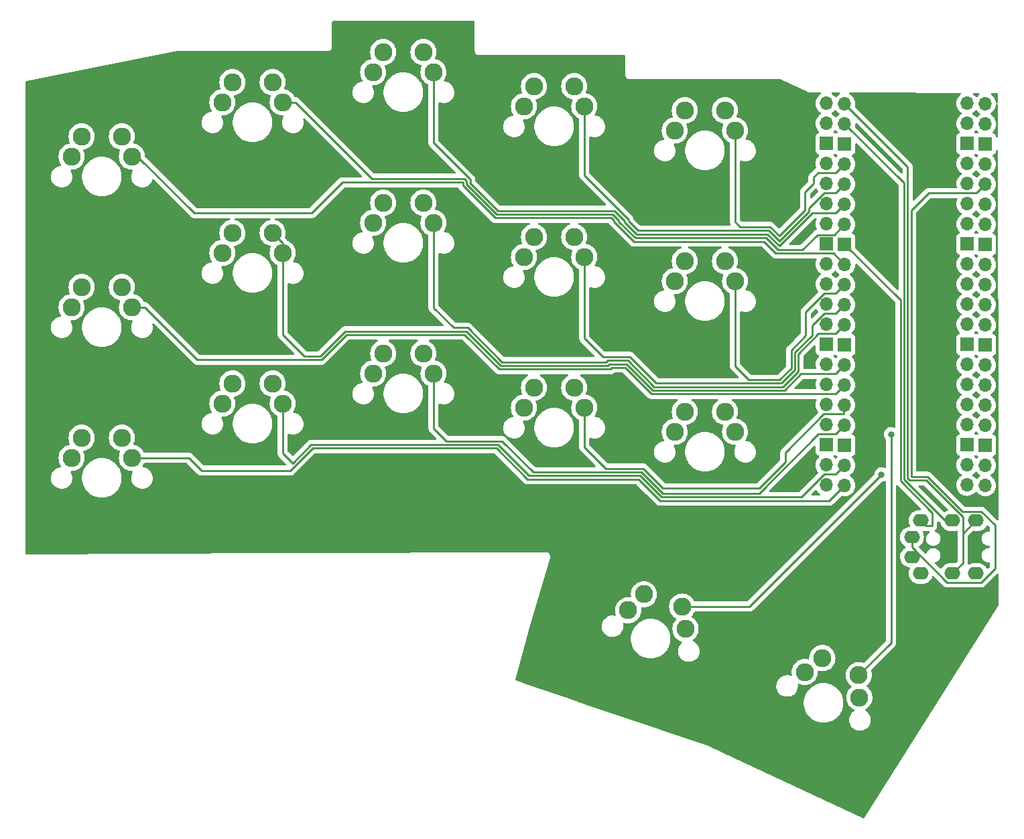
<source format=gbr>
%TF.GenerationSoftware,KiCad,Pcbnew,(6.0.4)*%
%TF.CreationDate,2022-11-12T19:04:49-05:00*%
%TF.ProjectId,Chergo,43686572-676f-42e6-9b69-6361645f7063,rev?*%
%TF.SameCoordinates,Original*%
%TF.FileFunction,Copper,L1,Top*%
%TF.FilePolarity,Positive*%
%FSLAX46Y46*%
G04 Gerber Fmt 4.6, Leading zero omitted, Abs format (unit mm)*
G04 Created by KiCad (PCBNEW (6.0.4)) date 2022-11-12 19:04:49*
%MOMM*%
%LPD*%
G01*
G04 APERTURE LIST*
%TA.AperFunction,ComponentPad*%
%ADD10C,2.286000*%
%TD*%
%TA.AperFunction,ComponentPad*%
%ADD11O,1.700000X1.700000*%
%TD*%
%TA.AperFunction,ComponentPad*%
%ADD12R,1.700000X1.700000*%
%TD*%
%TA.AperFunction,ComponentPad*%
%ADD13O,2.000000X1.600000*%
%TD*%
%TA.AperFunction,ViaPad*%
%ADD14C,0.800000*%
%TD*%
%TA.AperFunction,Conductor*%
%ADD15C,0.250000*%
%TD*%
G04 APERTURE END LIST*
D10*
%TO.P,K17,2*%
%TO.N,R17*%
X164259426Y-137530533D03*
%TO.P,K17,1*%
%TO.N,GND*%
X159577822Y-132544885D03*
%TO.P,K17,2*%
%TO.N,R17*%
X164181866Y-134691786D03*
%TO.P,K17,1*%
%TO.N,GND*%
X157353361Y-134310182D03*
%TD*%
%TO.P,K16,2*%
%TO.N,R16*%
X142297371Y-128856050D03*
%TO.P,K16,1*%
%TO.N,GND*%
X137043066Y-124478109D03*
%TO.P,K16,2*%
%TO.N,R16*%
X141874433Y-126047915D03*
%TO.P,K16,1*%
%TO.N,GND*%
X135050321Y-126501341D03*
%TD*%
%TO.P,K15,2*%
%TO.N,R15*%
X148556943Y-103932379D03*
%TO.P,K15,1*%
%TO.N,GND*%
X142206943Y-101392379D03*
%TO.P,K15,2*%
%TO.N,R15*%
X147286943Y-101392379D03*
%TO.P,K15,1*%
%TO.N,GND*%
X140936943Y-103932379D03*
%TD*%
%TO.P,K14,2*%
%TO.N,R14*%
X129506943Y-100884379D03*
%TO.P,K14,1*%
%TO.N,GND*%
X123156943Y-98344379D03*
%TO.P,K14,2*%
%TO.N,R14*%
X128236943Y-98344379D03*
%TO.P,K14,1*%
%TO.N,GND*%
X121886943Y-100884379D03*
%TD*%
%TO.P,K13,2*%
%TO.N,R13*%
X110456943Y-96566379D03*
%TO.P,K13,1*%
%TO.N,GND*%
X104106943Y-94026379D03*
%TO.P,K13,2*%
%TO.N,R13*%
X109186943Y-94026379D03*
%TO.P,K13,1*%
%TO.N,GND*%
X102836943Y-96566379D03*
%TD*%
%TO.P,K12,2*%
%TO.N,R12*%
X91406943Y-100376379D03*
%TO.P,K12,1*%
%TO.N,GND*%
X85056943Y-97836379D03*
%TO.P,K12,2*%
%TO.N,R12*%
X90136943Y-97836379D03*
%TO.P,K12,1*%
%TO.N,GND*%
X83786943Y-100376379D03*
%TD*%
%TO.P,K11,2*%
%TO.N,R11*%
X72356943Y-107234379D03*
%TO.P,K11,1*%
%TO.N,GND*%
X66006943Y-104694379D03*
%TO.P,K11,2*%
%TO.N,R11*%
X71086943Y-104694379D03*
%TO.P,K11,1*%
%TO.N,GND*%
X64736943Y-107234379D03*
%TD*%
%TO.P,K10,2*%
%TO.N,R10*%
X148556943Y-84882379D03*
%TO.P,K10,1*%
%TO.N,GND*%
X142206943Y-82342379D03*
%TO.P,K10,2*%
%TO.N,R10*%
X147286943Y-82342379D03*
%TO.P,K10,1*%
%TO.N,GND*%
X140936943Y-84882379D03*
%TD*%
%TO.P,K9,2*%
%TO.N,R9*%
X129506943Y-81834379D03*
%TO.P,K9,1*%
%TO.N,GND*%
X123156943Y-79294379D03*
%TO.P,K9,2*%
%TO.N,R9*%
X128236943Y-79294379D03*
%TO.P,K9,1*%
%TO.N,GND*%
X121886943Y-81834379D03*
%TD*%
%TO.P,K8,2*%
%TO.N,R8*%
X110456943Y-77516379D03*
%TO.P,K8,1*%
%TO.N,GND*%
X104106943Y-74976379D03*
%TO.P,K8,2*%
%TO.N,R8*%
X109186943Y-74976379D03*
%TO.P,K8,1*%
%TO.N,GND*%
X102836943Y-77516379D03*
%TD*%
%TO.P,K7,2*%
%TO.N,R7*%
X91406943Y-81326379D03*
%TO.P,K7,1*%
%TO.N,GND*%
X85056943Y-78786379D03*
%TO.P,K7,2*%
%TO.N,R7*%
X90136943Y-78786379D03*
%TO.P,K7,1*%
%TO.N,GND*%
X83786943Y-81326379D03*
%TD*%
%TO.P,K6,2*%
%TO.N,R6*%
X72356943Y-88184379D03*
%TO.P,K6,1*%
%TO.N,GND*%
X66006943Y-85644379D03*
%TO.P,K6,2*%
%TO.N,R6*%
X71086943Y-85644379D03*
%TO.P,K6,1*%
%TO.N,GND*%
X64736943Y-88184379D03*
%TD*%
%TO.P,K5,2*%
%TO.N,R5*%
X148556943Y-65832379D03*
%TO.P,K5,1*%
%TO.N,GND*%
X142206943Y-63292379D03*
%TO.P,K5,2*%
%TO.N,R5*%
X147286943Y-63292379D03*
%TO.P,K5,1*%
%TO.N,GND*%
X140936943Y-65832379D03*
%TD*%
%TO.P,K4,2*%
%TO.N,R4*%
X129506943Y-62784379D03*
%TO.P,K4,1*%
%TO.N,GND*%
X123156943Y-60244379D03*
%TO.P,K4,2*%
%TO.N,R4*%
X128236943Y-60244379D03*
%TO.P,K4,1*%
%TO.N,GND*%
X121886943Y-62784379D03*
%TD*%
%TO.P,K3,2*%
%TO.N,R3*%
X110456943Y-58466379D03*
%TO.P,K3,1*%
%TO.N,GND*%
X104106943Y-55926379D03*
%TO.P,K3,2*%
%TO.N,R3*%
X109186943Y-55926379D03*
%TO.P,K3,1*%
%TO.N,GND*%
X102836943Y-58466379D03*
%TD*%
%TO.P,K2,2*%
%TO.N,R2*%
X91406943Y-62276379D03*
%TO.P,K2,1*%
%TO.N,GND*%
X85056943Y-59736379D03*
%TO.P,K2,2*%
%TO.N,R2*%
X90136943Y-59736379D03*
%TO.P,K2,1*%
%TO.N,GND*%
X83786943Y-62276379D03*
%TD*%
%TO.P,K1,2*%
%TO.N,R1*%
X72356943Y-69134379D03*
%TO.P,K1,1*%
%TO.N,GND*%
X66006943Y-66594379D03*
%TO.P,K1,2*%
%TO.N,R1*%
X71086943Y-66594379D03*
%TO.P,K1,1*%
%TO.N,GND*%
X64736943Y-69134379D03*
%TD*%
D11*
%TO.P,U1,1,GPIO0*%
%TO.N,TX*%
X162390943Y-62452379D03*
X177870943Y-62415879D03*
%TO.P,U1,2,GPIO1*%
%TO.N,RX*%
X162390943Y-64992379D03*
X177870943Y-64955879D03*
D12*
%TO.P,U1,3,GND*%
%TO.N,unconnected-(U1-Pad3)*%
X177870943Y-67495879D03*
X162390943Y-67532379D03*
D11*
%TO.P,U1,4,GPIO2*%
%TO.N,R5*%
X162390943Y-70072379D03*
X177870943Y-70035879D03*
%TO.P,U1,5,GPIO3*%
%TO.N,R4*%
X162390943Y-72612379D03*
X177870943Y-72575879D03*
%TO.P,U1,6,GPIO4*%
%TO.N,R3*%
X162390943Y-75152379D03*
X177870943Y-75115879D03*
%TO.P,U1,7,GPIO5*%
%TO.N,R2*%
X162390943Y-77692379D03*
X177870943Y-77655879D03*
D12*
%TO.P,U1,8,GND*%
%TO.N,GND*%
X177870943Y-80195879D03*
X162390943Y-80232379D03*
D11*
%TO.P,U1,9,GPIO6*%
%TO.N,R1*%
X162390943Y-82772379D03*
X177870943Y-82735879D03*
%TO.P,U1,10,GPIO7*%
%TO.N,R10*%
X162390943Y-85312379D03*
X177870943Y-85275879D03*
%TO.P,U1,11,GPIO8*%
%TO.N,R9*%
X177870943Y-87815879D03*
X162390943Y-87852379D03*
%TO.P,U1,12,GPIO9*%
%TO.N,R8*%
X162390943Y-90392379D03*
X177870943Y-90355879D03*
D12*
%TO.P,U1,13,GND*%
%TO.N,unconnected-(U1-Pad13)*%
X162390943Y-92932379D03*
X177870943Y-92895879D03*
D11*
%TO.P,U1,14,GPIO10*%
%TO.N,R7*%
X162390943Y-95472379D03*
X177870943Y-95435879D03*
%TO.P,U1,15,GPIO11*%
%TO.N,R6*%
X177870943Y-97975879D03*
X162390943Y-98012379D03*
%TO.P,U1,16,GPIO12*%
%TO.N,R14*%
X177870943Y-100515879D03*
X162390943Y-100552379D03*
%TO.P,U1,17,GPIO13*%
%TO.N,R13*%
X177870943Y-103055879D03*
X162390943Y-103092379D03*
D12*
%TO.P,U1,18,GND*%
%TO.N,unconnected-(U1-Pad18)*%
X162390943Y-105632379D03*
X177870943Y-105595879D03*
D11*
%TO.P,U1,19,GPIO14*%
%TO.N,R12*%
X162390943Y-108172379D03*
X177870943Y-108135879D03*
%TO.P,U1,20,GPIO15*%
%TO.N,R11*%
X177870943Y-110675879D03*
X162390943Y-110712379D03*
%TO.P,U1,21,GPIO16*%
%TO.N,R15*%
X160090943Y-110675879D03*
X180170943Y-110712379D03*
%TO.P,U1,22,GPIO17*%
%TO.N,R16*%
X180170943Y-108172379D03*
X160090943Y-108135879D03*
D12*
%TO.P,U1,23,GND*%
%TO.N,unconnected-(U1-Pad23)*%
X180170943Y-105632379D03*
X160090943Y-105595879D03*
D11*
%TO.P,U1,24,GPIO18*%
%TO.N,R17*%
X180170943Y-103092379D03*
X160090943Y-103055879D03*
%TO.P,U1,25,GPIO19*%
%TO.N,unconnected-(U1-Pad25)*%
X180170943Y-100552379D03*
X160090943Y-100515879D03*
%TO.P,U1,26,GPIO20*%
%TO.N,unconnected-(U1-Pad26)*%
X180170943Y-98012379D03*
X160090943Y-97975879D03*
%TO.P,U1,27,GPIO21*%
%TO.N,unconnected-(U1-Pad27)*%
X180170943Y-95472379D03*
X160090943Y-95435879D03*
D12*
%TO.P,U1,28,GND*%
%TO.N,unconnected-(U1-Pad28)*%
X160090943Y-92895879D03*
X180170943Y-92932379D03*
D11*
%TO.P,U1,29,GPIO22*%
%TO.N,unconnected-(U1-Pad29)*%
X180170943Y-90392379D03*
X160090943Y-90355879D03*
%TO.P,U1,30,RUN*%
%TO.N,unconnected-(U1-Pad30)*%
X160090943Y-87815879D03*
X180170943Y-87852379D03*
%TO.P,U1,31,GPIO26_ADC0*%
%TO.N,unconnected-(U1-Pad31)*%
X180170943Y-85312379D03*
X160090943Y-85275879D03*
%TO.P,U1,32,GPIO27_ADC1*%
%TO.N,unconnected-(U1-Pad32)*%
X180170943Y-82772379D03*
X160090943Y-82735879D03*
D12*
%TO.P,U1,33,AGND*%
%TO.N,unconnected-(U1-Pad33)*%
X160090943Y-80195879D03*
X180170943Y-80232379D03*
D11*
%TO.P,U1,34,GPIO28_ADC2*%
%TO.N,unconnected-(U1-Pad34)*%
X180170943Y-77692379D03*
X160090943Y-77655879D03*
%TO.P,U1,35,ADC_VREF*%
%TO.N,unconnected-(U1-Pad35)*%
X160090943Y-75115879D03*
X180170943Y-75152379D03*
%TO.P,U1,36,3V3*%
%TO.N,3v3*%
X180170943Y-72612379D03*
X160090943Y-72575879D03*
%TO.P,U1,37,3V3_EN*%
%TO.N,unconnected-(U1-Pad37)*%
X160090943Y-70035879D03*
X180170943Y-70072379D03*
D12*
%TO.P,U1,38,GND*%
%TO.N,unconnected-(U1-Pad38)*%
X160090943Y-67495879D03*
X180170943Y-67532379D03*
D11*
%TO.P,U1,39,VSYS*%
%TO.N,unconnected-(U1-Pad39)*%
X160090943Y-64955879D03*
X180170943Y-64992379D03*
%TO.P,U1,40,VBUS*%
%TO.N,unconnected-(U1-Pad40)*%
X180170943Y-62452379D03*
X160090943Y-62415879D03*
%TD*%
D13*
%TO.P,U2,4,RING2*%
%TO.N,TX*%
X176003443Y-121852379D03*
X179003443Y-115152379D03*
%TO.P,U2,3,RING1*%
%TO.N,RX*%
X179003443Y-121852379D03*
X176003443Y-115152379D03*
%TO.P,U2,2,TIP*%
%TO.N,GND*%
X172003443Y-115152379D03*
X172003443Y-121852379D03*
%TO.P,U2,1,SLEEVE*%
%TO.N,3v3*%
X170903443Y-117252379D03*
X170903443Y-119752379D03*
%TD*%
D14*
%TO.N,R16*%
X167066432Y-109346890D03*
%TO.N,R17*%
X168265454Y-104266890D03*
%TD*%
D15*
%TO.N,TX*%
X179000943Y-115152379D02*
X179003443Y-115152379D01*
X177327963Y-116825359D02*
X177327963Y-120527859D01*
X177327963Y-114686588D02*
X177327963Y-116825359D01*
X177327963Y-116825359D02*
X179000943Y-115152379D01*
%TO.N,3v3*%
X170903443Y-118542690D02*
X170903443Y-117252379D01*
X175337652Y-122976899D02*
X170903443Y-118542690D01*
X179669234Y-122976899D02*
X175337652Y-122976899D01*
X181400943Y-115759568D02*
X181400943Y-121245190D01*
X181400943Y-121245190D02*
X179669234Y-122976899D01*
X177304952Y-114027859D02*
X179669234Y-114027859D01*
X172896774Y-109619681D02*
X177304952Y-114027859D01*
X179669234Y-114027859D02*
X181400943Y-115759568D01*
X170810463Y-109619681D02*
X172896774Y-109619681D01*
%TO.N,TX*%
X177327963Y-120527859D02*
X176003443Y-121852379D01*
X170624266Y-110069201D02*
X172710576Y-110069201D01*
X170360943Y-109805879D02*
X170624266Y-110069201D01*
X172710576Y-110069201D02*
X177327963Y-114686588D01*
%TO.N,GND*%
X172683443Y-115832379D02*
X172003443Y-115152379D01*
X173460943Y-115832379D02*
X172683443Y-115832379D01*
X169441423Y-110157794D02*
X173460943Y-114177315D01*
X173460943Y-114177315D02*
X173460943Y-115832379D01*
X169441423Y-87282859D02*
X169441423Y-110157794D01*
X162390943Y-80232379D02*
X169441423Y-87282859D01*
%TO.N,RX*%
X175071726Y-115152379D02*
X176003443Y-115152379D01*
X169890943Y-109971597D02*
X175071726Y-115152379D01*
%TO.N,R7*%
X91406943Y-80056379D02*
X91406943Y-81326379D01*
X90136943Y-78786379D02*
X91406943Y-80056379D01*
%TO.N,R10*%
X161252932Y-86450390D02*
X162390943Y-85312379D01*
X159795422Y-86450390D02*
X161252932Y-86450390D01*
X157470943Y-88774869D02*
X159795422Y-86450390D01*
X157470943Y-91762379D02*
X157470943Y-88774869D01*
X155643290Y-93590032D02*
X157470943Y-91762379D01*
X155643290Y-95894314D02*
X155643290Y-93590032D01*
X154185294Y-97352310D02*
X155643290Y-95894314D01*
X150260943Y-97352310D02*
X154185294Y-97352310D01*
X148556943Y-95648310D02*
X150260943Y-97352310D01*
X148556943Y-84882379D02*
X148556943Y-95648310D01*
%TO.N,R16*%
X150365407Y-126047915D02*
X167066432Y-109346890D01*
X141874433Y-126047915D02*
X150365407Y-126047915D01*
%TO.N,R17*%
X168265454Y-130608198D02*
X168265454Y-104266890D01*
X164181866Y-134691786D02*
X168265454Y-130608198D01*
%TO.N,3v3*%
X179032932Y-73750390D02*
X180170943Y-72612379D01*
X173022452Y-73750390D02*
X179032932Y-73750390D01*
X170810463Y-75962379D02*
X173022452Y-73750390D01*
X170810463Y-109619681D02*
X170810463Y-75962379D01*
%TO.N,RX*%
X169890943Y-72492379D02*
X162390943Y-64992379D01*
X169890943Y-109971597D02*
X169890943Y-72492379D01*
%TO.N,TX*%
X170360943Y-109805879D02*
X170360943Y-70422379D01*
X170360943Y-70422379D02*
X162390943Y-62452379D01*
%TO.N,R14*%
X162260943Y-100682379D02*
X162390943Y-100552379D01*
X162260943Y-101702379D02*
X162260943Y-100682379D01*
X159783433Y-101702379D02*
X162260943Y-101702379D01*
X154915323Y-107786759D02*
X154915323Y-106570489D01*
X151612082Y-111090000D02*
X154915323Y-107786759D01*
X139443322Y-111090000D02*
X151612082Y-111090000D01*
X132200943Y-108583819D02*
X136937140Y-108583819D01*
X136937140Y-108583819D02*
X139443322Y-111090000D01*
X154915323Y-106570489D02*
X159783433Y-101702379D01*
X129506943Y-105889819D02*
X132200943Y-108583819D01*
X129506943Y-100884379D02*
X129506943Y-105889819D01*
%TO.N,R13*%
X161252932Y-104230390D02*
X162390943Y-103092379D01*
X159107410Y-104230390D02*
X161252932Y-104230390D01*
X151594461Y-111743339D02*
X159107410Y-104230390D01*
X139460943Y-111743339D02*
X151594461Y-111743339D01*
X136750943Y-109033339D02*
X139460943Y-111743339D01*
X123051903Y-109033339D02*
X136750943Y-109033339D01*
X119141903Y-105123339D02*
X123051903Y-109033339D01*
X112090943Y-105123339D02*
X119141903Y-105123339D01*
X110456943Y-103489339D02*
X112090943Y-105123339D01*
X110456943Y-96566379D02*
X110456943Y-103489339D01*
%TO.N,R12*%
X161252932Y-109310390D02*
X162390943Y-108172379D01*
X159795422Y-109310390D02*
X161252932Y-109310390D01*
X158630943Y-110474869D02*
X159795422Y-109310390D01*
X158630943Y-110482379D02*
X158630943Y-110474869D01*
X156920463Y-112192859D02*
X158630943Y-110482379D01*
X139247141Y-112192859D02*
X156920463Y-112192859D01*
X136537140Y-109482859D02*
X139247141Y-112192859D01*
X118597140Y-105572859D02*
X122507141Y-109482859D01*
X95014746Y-105572859D02*
X118597140Y-105572859D01*
X92653084Y-107934520D02*
X95014746Y-105572859D01*
X91406943Y-106688379D02*
X92653084Y-107934520D01*
X91406943Y-100376379D02*
X91406943Y-106688379D01*
X122507141Y-109482859D02*
X136537140Y-109482859D01*
%TO.N,R11*%
X160460943Y-112642379D02*
X162390943Y-110712379D01*
X139060943Y-112642379D02*
X160460943Y-112642379D01*
X136350943Y-109932379D02*
X139060943Y-112642379D01*
X122320943Y-109932379D02*
X136350943Y-109932379D01*
X118410943Y-106022379D02*
X122320943Y-109932379D01*
X95200943Y-106022379D02*
X118410943Y-106022379D01*
X92370943Y-108852379D02*
X95200943Y-106022379D01*
X81190943Y-108852379D02*
X92370943Y-108852379D01*
X79572943Y-107234379D02*
X81190943Y-108852379D01*
X72356943Y-107234379D02*
X79572943Y-107234379D01*
%TO.N,R9*%
X161252932Y-88990390D02*
X162390943Y-87852379D01*
X159795422Y-88990390D02*
X161252932Y-88990390D01*
X158280323Y-90505489D02*
X159795422Y-88990390D01*
X158280323Y-91721759D02*
X158280323Y-90505489D01*
X156092810Y-93909272D02*
X158280323Y-91721759D01*
X156092810Y-96080512D02*
X156092810Y-93909272D01*
X154371492Y-97801830D02*
X156092810Y-96080512D01*
X138590394Y-97801830D02*
X154371492Y-97801830D01*
X135252384Y-94463820D02*
X138590394Y-97801830D01*
X131852383Y-94463819D02*
X135252384Y-94463820D01*
X129506943Y-92118379D02*
X131852383Y-94463819D01*
X129506943Y-81834379D02*
X129506943Y-92118379D01*
%TO.N,R8*%
X159107410Y-91530390D02*
X161252932Y-91530390D01*
X156542330Y-94095470D02*
X159107410Y-91530390D01*
X156542330Y-96323765D02*
X156542330Y-94095470D01*
X154614745Y-98251350D02*
X156542330Y-96323765D01*
X138361348Y-98251350D02*
X154614745Y-98251350D01*
X135023339Y-94913340D02*
X138361348Y-98251350D01*
X132480943Y-94913339D02*
X135023339Y-94913340D01*
X161252932Y-91530390D02*
X162390943Y-90392379D01*
X132260943Y-95133339D02*
X132480943Y-94913339D01*
X119123338Y-95133339D02*
X132260943Y-95133339D01*
X114763338Y-90773339D02*
X119123338Y-95133339D01*
X112970943Y-90773339D02*
X114763338Y-90773339D01*
X110456943Y-88259339D02*
X112970943Y-90773339D01*
X110456943Y-77516379D02*
X110456943Y-88259339D01*
%TO.N,R7*%
X161252932Y-96610390D02*
X162390943Y-95472379D01*
X156891423Y-96610390D02*
X161252932Y-96610390D01*
X154800943Y-98700870D02*
X156891423Y-96610390D01*
X138175151Y-98700870D02*
X154800943Y-98700870D01*
X135100463Y-95626182D02*
X138175151Y-98700870D01*
X134837141Y-95362859D02*
X135100463Y-95626182D01*
X132690943Y-95362859D02*
X134837141Y-95362859D01*
X132470943Y-95582859D02*
X132690943Y-95362859D01*
X118937140Y-95582859D02*
X132470943Y-95582859D01*
X114577141Y-91222859D02*
X118937140Y-95582859D01*
X99284746Y-91222859D02*
X114577141Y-91222859D01*
X96124745Y-94382859D02*
X99284746Y-91222859D01*
X94130943Y-94382859D02*
X96124745Y-94382859D01*
X91406943Y-91658859D02*
X94130943Y-94382859D01*
X91406943Y-81326379D02*
X91406943Y-91658859D01*
%TO.N,R6*%
X161252932Y-99150390D02*
X162390943Y-98012379D01*
X137988954Y-99150390D02*
X161252932Y-99150390D01*
X133010943Y-95812379D02*
X134650943Y-95812379D01*
X132790943Y-96032379D02*
X133010943Y-95812379D01*
X118750943Y-96032379D02*
X132790943Y-96032379D01*
X114390943Y-91672379D02*
X118750943Y-96032379D01*
X99470943Y-91672379D02*
X114390943Y-91672379D01*
X96310943Y-94832379D02*
X99470943Y-91672379D01*
X80621389Y-94832379D02*
X96310943Y-94832379D01*
X73973389Y-88184379D02*
X80621389Y-94832379D01*
X134650943Y-95812379D02*
X137988954Y-99150390D01*
X72356943Y-88184379D02*
X73973389Y-88184379D01*
%TO.N,R5*%
X161252932Y-71210390D02*
X162390943Y-70072379D01*
X159002932Y-71210390D02*
X161252932Y-71210390D01*
X158460943Y-71752379D02*
X159002932Y-71210390D01*
X158460943Y-72544869D02*
X158460943Y-71752379D01*
X157400225Y-73605587D02*
X158460943Y-72544869D01*
X154145225Y-79176661D02*
X157400225Y-75921661D01*
X157400225Y-75921661D02*
X157400225Y-73605587D01*
X152980943Y-78012379D02*
X154145225Y-79176661D01*
X152850943Y-78012379D02*
X152980943Y-78012379D01*
X152830463Y-78032859D02*
X152850943Y-78012379D01*
X148556943Y-77388859D02*
X149200943Y-78032859D01*
X149200943Y-78032859D02*
X152830463Y-78032859D01*
X148556943Y-65832379D02*
X148556943Y-77388859D01*
%TO.N,R4*%
X161252932Y-73750390D02*
X162390943Y-72612379D01*
X159795422Y-73750390D02*
X161252932Y-73750390D01*
X157863084Y-75682728D02*
X159795422Y-73750390D01*
X154150943Y-79806661D02*
X157863084Y-76094520D01*
X154126661Y-79806661D02*
X154150943Y-79806661D01*
X157863084Y-76094520D02*
X157863084Y-75682728D01*
X152802379Y-78482379D02*
X154126661Y-79806661D01*
X136258097Y-78482379D02*
X152802379Y-78482379D01*
X135094520Y-77318802D02*
X136258097Y-78482379D01*
X135094520Y-77105956D02*
X135094520Y-77318802D01*
X129506943Y-71518379D02*
X135094520Y-77105956D01*
X129506943Y-62784379D02*
X129506943Y-71518379D01*
%TO.N,R3*%
X161252932Y-76290390D02*
X162390943Y-75152379D01*
X158302932Y-76290390D02*
X161252932Y-76290390D01*
X152667621Y-78983339D02*
X154138802Y-80454520D01*
X136123339Y-78983339D02*
X152667621Y-78983339D01*
X134591661Y-77451661D02*
X136123339Y-78983339D01*
X134591661Y-77261662D02*
X134591661Y-77451661D01*
X133299999Y-75970000D02*
X134591661Y-77261662D01*
X118580000Y-75970000D02*
X133299999Y-75970000D01*
X115066661Y-72456661D02*
X118580000Y-75970000D01*
X154138802Y-80454520D02*
X158302932Y-76290390D01*
X115101661Y-72421661D02*
X115066661Y-72456661D01*
X115101661Y-72051662D02*
X115101661Y-72421661D01*
X110456943Y-67406944D02*
X115101661Y-72051662D01*
X110456943Y-58466379D02*
X110456943Y-67406944D01*
%TO.N,R2*%
X161061954Y-79021368D02*
X162390943Y-77692379D01*
X158970445Y-79021368D02*
X161061954Y-79021368D01*
X157070943Y-80920870D02*
X158970445Y-79021368D01*
X153969434Y-80920870D02*
X157070943Y-80920870D01*
X152481423Y-79432859D02*
X153969434Y-80920870D01*
X135937141Y-79432859D02*
X152481423Y-79432859D01*
X133868802Y-77364520D02*
X135937141Y-79432859D01*
X133113801Y-76419520D02*
X133868802Y-77174521D01*
X118393802Y-76419520D02*
X133113801Y-76419520D01*
X114610463Y-72636181D02*
X118393802Y-76419520D01*
X114610463Y-72196182D02*
X114610463Y-72636181D01*
X114347140Y-71932859D02*
X114610463Y-72196182D01*
X133868802Y-77174521D02*
X133868802Y-77364520D01*
X102679869Y-71932859D02*
X114347140Y-71932859D01*
X93023389Y-62276379D02*
X102679869Y-71932859D01*
X91406943Y-62276379D02*
X93023389Y-62276379D01*
%TO.N,R1*%
X73082943Y-69134379D02*
X72356943Y-69134379D01*
X80240943Y-76292379D02*
X73082943Y-69134379D01*
X95070943Y-76292379D02*
X80240943Y-76292379D01*
X98980943Y-72382379D02*
X95070943Y-76292379D01*
X114160943Y-72382379D02*
X98980943Y-72382379D01*
X114160943Y-72822379D02*
X114160943Y-72382379D01*
X118220943Y-76882379D02*
X114160943Y-72822379D01*
X132940943Y-76882379D02*
X118220943Y-76882379D01*
X133230943Y-77172379D02*
X132940943Y-76882379D01*
X133230943Y-77362379D02*
X133230943Y-77172379D01*
X135750943Y-79882379D02*
X133230943Y-77362379D01*
X152200943Y-79882379D02*
X135750943Y-79882379D01*
X153688954Y-81370390D02*
X152200943Y-79882379D01*
X160988954Y-81370390D02*
X153688954Y-81370390D01*
X162390943Y-82772379D02*
X160988954Y-81370390D01*
%TD*%
%TA.AperFunction,NonConductor*%
G36*
X161426139Y-61018868D02*
G01*
X161686253Y-61019766D01*
X161754303Y-61040003D01*
X161800611Y-61093819D01*
X161810472Y-61164127D01*
X161780756Y-61228606D01*
X161743998Y-61257528D01*
X161664550Y-61298886D01*
X161660417Y-61301989D01*
X161660414Y-61301991D01*
X161490043Y-61429909D01*
X161485908Y-61433014D01*
X161347478Y-61577873D01*
X161285955Y-61613302D01*
X161215042Y-61609845D01*
X161163192Y-61575621D01*
X161024095Y-61422755D01*
X161024085Y-61422746D01*
X161020613Y-61418930D01*
X161016562Y-61415731D01*
X161016558Y-61415727D01*
X160849357Y-61283679D01*
X160849353Y-61283677D01*
X160845302Y-61280477D01*
X160840778Y-61277979D01*
X160840774Y-61277977D01*
X160795911Y-61253212D01*
X160745940Y-61202780D01*
X160731167Y-61133338D01*
X160756282Y-61066932D01*
X160813313Y-61024647D01*
X160857238Y-61016904D01*
X161426139Y-61018868D01*
G37*
%TD.AperFunction*%
%TA.AperFunction,NonConductor*%
G36*
X179216197Y-61080299D02*
G01*
X179357797Y-61080788D01*
X179425848Y-61101025D01*
X179472156Y-61154841D01*
X179482017Y-61225149D01*
X179452301Y-61289628D01*
X179433017Y-61307545D01*
X179416188Y-61320181D01*
X179279572Y-61422755D01*
X179265908Y-61433014D01*
X179127478Y-61577873D01*
X179065955Y-61613302D01*
X178995042Y-61609845D01*
X178943192Y-61575621D01*
X178804095Y-61422755D01*
X178804085Y-61422746D01*
X178800613Y-61418930D01*
X178796562Y-61415731D01*
X178796558Y-61415727D01*
X178654468Y-61303511D01*
X178613405Y-61245594D01*
X178610173Y-61174671D01*
X178645799Y-61113259D01*
X178708970Y-61080857D01*
X178732991Y-61078630D01*
X179216197Y-61080299D01*
G37*
%TD.AperFunction*%
%TA.AperFunction,NonConductor*%
G36*
X181647569Y-61088695D02*
G01*
X181715620Y-61108932D01*
X181761928Y-61162748D01*
X181773134Y-61214556D01*
X181774326Y-62303878D01*
X181754398Y-62372021D01*
X181700794Y-62418572D01*
X181630531Y-62428753D01*
X181565918Y-62399331D01*
X181527469Y-62339647D01*
X181522750Y-62314340D01*
X181522721Y-62313979D01*
X181515795Y-62229740D01*
X181461374Y-62013081D01*
X181372297Y-61808219D01*
X181318663Y-61725313D01*
X181253765Y-61624996D01*
X181253763Y-61624993D01*
X181250957Y-61620656D01*
X181100613Y-61455430D01*
X181096562Y-61452231D01*
X181096558Y-61452227D01*
X180995720Y-61372590D01*
X180925302Y-61316977D01*
X180924389Y-61316473D01*
X180879489Y-61263036D01*
X180870454Y-61192617D01*
X180900926Y-61128492D01*
X180961229Y-61091020D01*
X180995320Y-61086443D01*
X181647569Y-61088695D01*
G37*
%TD.AperFunction*%
%TA.AperFunction,NonConductor*%
G36*
X161323058Y-63294557D02*
G01*
X161433808Y-63422410D01*
X161433812Y-63422414D01*
X161437193Y-63426317D01*
X161609069Y-63569011D01*
X161639469Y-63586775D01*
X161682388Y-63611855D01*
X161731112Y-63663493D01*
X161744183Y-63733276D01*
X161717452Y-63799048D01*
X161676998Y-63832406D01*
X161664550Y-63838886D01*
X161660417Y-63841989D01*
X161660414Y-63841991D01*
X161496267Y-63965236D01*
X161485908Y-63973014D01*
X161347478Y-64117873D01*
X161285955Y-64153302D01*
X161215042Y-64149845D01*
X161163192Y-64115621D01*
X161024095Y-63962755D01*
X161024085Y-63962746D01*
X161020613Y-63958930D01*
X161016562Y-63955731D01*
X161016558Y-63955727D01*
X160849357Y-63823679D01*
X160849353Y-63823677D01*
X160845302Y-63820477D01*
X160803996Y-63797675D01*
X160754027Y-63747243D01*
X160739255Y-63677800D01*
X160764371Y-63611395D01*
X160791723Y-63584788D01*
X160859472Y-63536463D01*
X160970803Y-63457052D01*
X160976886Y-63450990D01*
X161125380Y-63303015D01*
X161125384Y-63303010D01*
X161129039Y-63299368D01*
X161131922Y-63295355D01*
X161191252Y-63256479D01*
X161262245Y-63255849D01*
X161323058Y-63294557D01*
G37*
%TD.AperFunction*%
%TA.AperFunction,NonConductor*%
G36*
X179103058Y-63294557D02*
G01*
X179213808Y-63422410D01*
X179213812Y-63422414D01*
X179217193Y-63426317D01*
X179389069Y-63569011D01*
X179419469Y-63586775D01*
X179462388Y-63611855D01*
X179511112Y-63663493D01*
X179524183Y-63733276D01*
X179497452Y-63799048D01*
X179456998Y-63832406D01*
X179444550Y-63838886D01*
X179440417Y-63841989D01*
X179440414Y-63841991D01*
X179276267Y-63965236D01*
X179265908Y-63973014D01*
X179127478Y-64117873D01*
X179065955Y-64153302D01*
X178995042Y-64149845D01*
X178943192Y-64115621D01*
X178804095Y-63962755D01*
X178804085Y-63962746D01*
X178800613Y-63958930D01*
X178796562Y-63955731D01*
X178796558Y-63955727D01*
X178629357Y-63823679D01*
X178629353Y-63823677D01*
X178625302Y-63820477D01*
X178583996Y-63797675D01*
X178534027Y-63747243D01*
X178519255Y-63677800D01*
X178544371Y-63611395D01*
X178571723Y-63584788D01*
X178639472Y-63536463D01*
X178750803Y-63457052D01*
X178756886Y-63450990D01*
X178905380Y-63303015D01*
X178905384Y-63303010D01*
X178909039Y-63299368D01*
X178911922Y-63295355D01*
X178971252Y-63256479D01*
X179042245Y-63255849D01*
X179103058Y-63294557D01*
G37*
%TD.AperFunction*%
%TA.AperFunction,NonConductor*%
G36*
X161323058Y-65834557D02*
G01*
X161433808Y-65962410D01*
X161433812Y-65962414D01*
X161437193Y-65966317D01*
X161441173Y-65969621D01*
X161445924Y-65973566D01*
X161485559Y-66032469D01*
X161487056Y-66103450D01*
X161449940Y-66163972D01*
X161409667Y-66188491D01*
X161320244Y-66222014D01*
X161249437Y-66227197D01*
X161200453Y-66204860D01*
X161194837Y-66200651D01*
X161194833Y-66200649D01*
X161187648Y-66195264D01*
X161148623Y-66180634D01*
X161069146Y-66150839D01*
X161012382Y-66108197D01*
X160987682Y-66041635D01*
X161002890Y-65972287D01*
X161024436Y-65943606D01*
X161125380Y-65843015D01*
X161125384Y-65843010D01*
X161129039Y-65839368D01*
X161131922Y-65835355D01*
X161191252Y-65796479D01*
X161262245Y-65795849D01*
X161323058Y-65834557D01*
G37*
%TD.AperFunction*%
%TA.AperFunction,NonConductor*%
G36*
X179103058Y-65834557D02*
G01*
X179213808Y-65962410D01*
X179213812Y-65962414D01*
X179217193Y-65966317D01*
X179221173Y-65969621D01*
X179225924Y-65973566D01*
X179265559Y-66032469D01*
X179267056Y-66103450D01*
X179229940Y-66163972D01*
X179189667Y-66188491D01*
X179100244Y-66222014D01*
X179029437Y-66227197D01*
X178980453Y-66204860D01*
X178974837Y-66200651D01*
X178974833Y-66200649D01*
X178967648Y-66195264D01*
X178928623Y-66180634D01*
X178849146Y-66150839D01*
X178792382Y-66108197D01*
X178767682Y-66041635D01*
X178782890Y-65972287D01*
X178804436Y-65943606D01*
X178905380Y-65843015D01*
X178905384Y-65843010D01*
X178909039Y-65839368D01*
X178911922Y-65835355D01*
X178971252Y-65796479D01*
X179042245Y-65795849D01*
X179103058Y-65834557D01*
G37*
%TD.AperFunction*%
%TA.AperFunction,NonConductor*%
G36*
X181742888Y-62518175D02*
G01*
X181773147Y-62582401D01*
X181774652Y-62601677D01*
X181777143Y-64878143D01*
X181757215Y-64946286D01*
X181703611Y-64992837D01*
X181654632Y-64999934D01*
X181685467Y-64999567D01*
X181745645Y-65037238D01*
X181775904Y-65101463D01*
X181777409Y-65120736D01*
X181778142Y-65790438D01*
X181779033Y-66605100D01*
X181759105Y-66673243D01*
X181705501Y-66719794D01*
X181635238Y-66729975D01*
X181570625Y-66700553D01*
X181532176Y-66640869D01*
X181527770Y-66618845D01*
X181523542Y-66579919D01*
X181523541Y-66579915D01*
X181522688Y-66572063D01*
X181471558Y-66435674D01*
X181384204Y-66319118D01*
X181267648Y-66231764D01*
X181241640Y-66222014D01*
X181149146Y-66187339D01*
X181092382Y-66144697D01*
X181067682Y-66078135D01*
X181082890Y-66008787D01*
X181104436Y-65980106D01*
X181141064Y-65943606D01*
X181209039Y-65875868D01*
X181243832Y-65827449D01*
X181336378Y-65698656D01*
X181339396Y-65694456D01*
X181380122Y-65612054D01*
X181436079Y-65498832D01*
X181436080Y-65498830D01*
X181438373Y-65494190D01*
X181479607Y-65358475D01*
X181501808Y-65285402D01*
X181501808Y-65285400D01*
X181503313Y-65280448D01*
X181526487Y-65104430D01*
X181555210Y-65039503D01*
X181614475Y-65000412D01*
X181627290Y-65000259D01*
X181568735Y-64973596D01*
X181530286Y-64913912D01*
X181525567Y-64888605D01*
X181525348Y-64885932D01*
X181515795Y-64769740D01*
X181461374Y-64553081D01*
X181372297Y-64348219D01*
X181250957Y-64160656D01*
X181100613Y-63995430D01*
X181096562Y-63992231D01*
X181096558Y-63992227D01*
X180929357Y-63860179D01*
X180929353Y-63860177D01*
X180925302Y-63856977D01*
X180883996Y-63834175D01*
X180834027Y-63783743D01*
X180819255Y-63714300D01*
X180844371Y-63647895D01*
X180871723Y-63621288D01*
X180936119Y-63575355D01*
X181050803Y-63493552D01*
X181069847Y-63474575D01*
X181205378Y-63339516D01*
X181209039Y-63335868D01*
X181243832Y-63287449D01*
X181336378Y-63158656D01*
X181339396Y-63154456D01*
X181351831Y-63129297D01*
X181436079Y-62958832D01*
X181436080Y-62958830D01*
X181438373Y-62954190D01*
X181503313Y-62740448D01*
X181523730Y-62585367D01*
X181552453Y-62520441D01*
X181611718Y-62481350D01*
X181682709Y-62480505D01*
X181742888Y-62518175D01*
G37*
%TD.AperFunction*%
%TA.AperFunction,NonConductor*%
G36*
X161281433Y-68823398D02*
G01*
X161287049Y-68827607D01*
X161287051Y-68827608D01*
X161294238Y-68832994D01*
X161302647Y-68836146D01*
X161302648Y-68836147D01*
X161411394Y-68876914D01*
X161468159Y-68919555D01*
X161492859Y-68986117D01*
X161477652Y-69055466D01*
X161458259Y-69081947D01*
X161347478Y-69197873D01*
X161285955Y-69233302D01*
X161215042Y-69229845D01*
X161163192Y-69195621D01*
X161023741Y-69042367D01*
X160992689Y-68978521D01*
X161001084Y-68908022D01*
X161046260Y-68853254D01*
X161072705Y-68839585D01*
X161161642Y-68806244D01*
X161232449Y-68801061D01*
X161281433Y-68823398D01*
G37*
%TD.AperFunction*%
%TA.AperFunction,NonConductor*%
G36*
X179061433Y-68823398D02*
G01*
X179067049Y-68827607D01*
X179067051Y-68827608D01*
X179074238Y-68832994D01*
X179082647Y-68836146D01*
X179082648Y-68836147D01*
X179191394Y-68876914D01*
X179248159Y-68919555D01*
X179272859Y-68986117D01*
X179257652Y-69055466D01*
X179238259Y-69081947D01*
X179127478Y-69197873D01*
X179065955Y-69233302D01*
X178995042Y-69229845D01*
X178943192Y-69195621D01*
X178803741Y-69042367D01*
X178772689Y-68978521D01*
X178781084Y-68908022D01*
X178826260Y-68853254D01*
X178852705Y-68839585D01*
X178941642Y-68806244D01*
X179012449Y-68801061D01*
X179061433Y-68823398D01*
G37*
%TD.AperFunction*%
%TA.AperFunction,NonConductor*%
G36*
X163968676Y-64926016D02*
G01*
X166834138Y-67791479D01*
X169690538Y-70647879D01*
X169724564Y-70710191D01*
X169727443Y-70736974D01*
X169727443Y-71128785D01*
X169707441Y-71196906D01*
X169653785Y-71243399D01*
X169583511Y-71253503D01*
X169518931Y-71224009D01*
X169512348Y-71217880D01*
X166703545Y-68409076D01*
X163742161Y-65447692D01*
X163708135Y-65385380D01*
X163710698Y-65321968D01*
X163711157Y-65320459D01*
X163723313Y-65280448D01*
X163752472Y-65058969D01*
X163753477Y-65017847D01*
X163753619Y-65012033D01*
X163775279Y-64944421D01*
X163830054Y-64899253D01*
X163900554Y-64890869D01*
X163968676Y-64926016D01*
G37*
%TD.AperFunction*%
%TA.AperFunction,NonConductor*%
G36*
X179103058Y-70914557D02*
G01*
X179213808Y-71042410D01*
X179213812Y-71042414D01*
X179217193Y-71046317D01*
X179389069Y-71189011D01*
X179419469Y-71206775D01*
X179462388Y-71231855D01*
X179511112Y-71283493D01*
X179524183Y-71353276D01*
X179497452Y-71419048D01*
X179456998Y-71452406D01*
X179444550Y-71458886D01*
X179440417Y-71461989D01*
X179440414Y-71461991D01*
X179270043Y-71589909D01*
X179265908Y-71593014D01*
X179127478Y-71737873D01*
X179065955Y-71773302D01*
X178995042Y-71769845D01*
X178943192Y-71735621D01*
X178804095Y-71582755D01*
X178804085Y-71582746D01*
X178800613Y-71578930D01*
X178796562Y-71575731D01*
X178796558Y-71575727D01*
X178629357Y-71443679D01*
X178629353Y-71443677D01*
X178625302Y-71440477D01*
X178583996Y-71417675D01*
X178534027Y-71367243D01*
X178519255Y-71297800D01*
X178544371Y-71231395D01*
X178571723Y-71204788D01*
X178639654Y-71156333D01*
X178750803Y-71077052D01*
X178781646Y-71046317D01*
X178905380Y-70923015D01*
X178905384Y-70923010D01*
X178909039Y-70919368D01*
X178911922Y-70915355D01*
X178971252Y-70876479D01*
X179042245Y-70875849D01*
X179103058Y-70914557D01*
G37*
%TD.AperFunction*%
%TA.AperFunction,NonConductor*%
G36*
X158832390Y-73173493D02*
G01*
X158889226Y-73216040D01*
X158895791Y-73225714D01*
X158901528Y-73235076D01*
X158990930Y-73380967D01*
X158994310Y-73384869D01*
X159043176Y-73441281D01*
X159072659Y-73505867D01*
X159062545Y-73576139D01*
X159037036Y-73612871D01*
X158248818Y-74401089D01*
X158186508Y-74435113D01*
X158115692Y-74430048D01*
X158058857Y-74387501D01*
X158034046Y-74320981D01*
X158033725Y-74311992D01*
X158033725Y-73920182D01*
X158053727Y-73852061D01*
X158070630Y-73831087D01*
X158699263Y-73202454D01*
X158761575Y-73168428D01*
X158832390Y-73173493D01*
G37*
%TD.AperFunction*%
%TA.AperFunction,NonConductor*%
G36*
X165942131Y-61034462D02*
G01*
X177019936Y-61072715D01*
X177087986Y-61092952D01*
X177134294Y-61146768D01*
X177144155Y-61217076D01*
X177114439Y-61281555D01*
X177095153Y-61299474D01*
X176970309Y-61393210D01*
X176965908Y-61396514D01*
X176933995Y-61429909D01*
X176843798Y-61524295D01*
X176811572Y-61558017D01*
X176808658Y-61562289D01*
X176808657Y-61562290D01*
X176743830Y-61657323D01*
X176685686Y-61742559D01*
X176652118Y-61814875D01*
X176606068Y-61914083D01*
X176591631Y-61945184D01*
X176531932Y-62160449D01*
X176508194Y-62382574D01*
X176508491Y-62387727D01*
X176508491Y-62387730D01*
X176519716Y-62582401D01*
X176521053Y-62605594D01*
X176522190Y-62610640D01*
X176522191Y-62610646D01*
X176546247Y-62717387D01*
X176570165Y-62823518D01*
X176654209Y-63030495D01*
X176656908Y-63034899D01*
X176761313Y-63205273D01*
X176770930Y-63220967D01*
X176917193Y-63389817D01*
X177089069Y-63532511D01*
X177103059Y-63540686D01*
X177162388Y-63575355D01*
X177211112Y-63626993D01*
X177224183Y-63696776D01*
X177197452Y-63762548D01*
X177156998Y-63795906D01*
X177144550Y-63802386D01*
X177140417Y-63805489D01*
X177140414Y-63805491D01*
X176970043Y-63933409D01*
X176965908Y-63936514D01*
X176938706Y-63964979D01*
X176823166Y-64085885D01*
X176811572Y-64098017D01*
X176808658Y-64102289D01*
X176808657Y-64102290D01*
X176765882Y-64164996D01*
X176685686Y-64282559D01*
X176652298Y-64354488D01*
X176601568Y-64463777D01*
X176591631Y-64485184D01*
X176531932Y-64700449D01*
X176508194Y-64922574D01*
X176508491Y-64927727D01*
X176508491Y-64927730D01*
X176518963Y-65109346D01*
X176521053Y-65145594D01*
X176522190Y-65150640D01*
X176522191Y-65150646D01*
X176544935Y-65251567D01*
X176570165Y-65363518D01*
X176654209Y-65570495D01*
X176656908Y-65574899D01*
X176748328Y-65724083D01*
X176770930Y-65760967D01*
X176917193Y-65929817D01*
X176921173Y-65933121D01*
X176925924Y-65937066D01*
X176965559Y-65995969D01*
X176967056Y-66066950D01*
X176929940Y-66127472D01*
X176889668Y-66151991D01*
X176826814Y-66175554D01*
X176774238Y-66195264D01*
X176657682Y-66282618D01*
X176570328Y-66399174D01*
X176519198Y-66535563D01*
X176512443Y-66597745D01*
X176512443Y-68394013D01*
X176519198Y-68456195D01*
X176570328Y-68592584D01*
X176657682Y-68709140D01*
X176774238Y-68796494D01*
X176782647Y-68799646D01*
X176782648Y-68799647D01*
X176891394Y-68840414D01*
X176948159Y-68883055D01*
X176972859Y-68949617D01*
X176957652Y-69018966D01*
X176938259Y-69045447D01*
X176817223Y-69172104D01*
X176811572Y-69178017D01*
X176808658Y-69182289D01*
X176808657Y-69182290D01*
X176765882Y-69244996D01*
X176685686Y-69362559D01*
X176591631Y-69565184D01*
X176531932Y-69780449D01*
X176508194Y-70002574D01*
X176508491Y-70007727D01*
X176508491Y-70007730D01*
X176518216Y-70176395D01*
X176521053Y-70225594D01*
X176522190Y-70230640D01*
X176522191Y-70230646D01*
X176544056Y-70327667D01*
X176570165Y-70443518D01*
X176654209Y-70650495D01*
X176670339Y-70676817D01*
X176728374Y-70771521D01*
X176770930Y-70840967D01*
X176917193Y-71009817D01*
X177089069Y-71152511D01*
X177095610Y-71156333D01*
X177162388Y-71195355D01*
X177211112Y-71246993D01*
X177224183Y-71316776D01*
X177197452Y-71382548D01*
X177156998Y-71415906D01*
X177144550Y-71422386D01*
X177140417Y-71425489D01*
X177140414Y-71425491D01*
X176979185Y-71546545D01*
X176965908Y-71556514D01*
X176937373Y-71586374D01*
X176825471Y-71703473D01*
X176811572Y-71718017D01*
X176808658Y-71722289D01*
X176808657Y-71722290D01*
X176767752Y-71782254D01*
X176685686Y-71902559D01*
X176639573Y-72001902D01*
X176607318Y-72071390D01*
X176591631Y-72105184D01*
X176531932Y-72320449D01*
X176508194Y-72542574D01*
X176508491Y-72547727D01*
X176508491Y-72547730D01*
X176512162Y-72611398D01*
X176521053Y-72765594D01*
X176564649Y-72959039D01*
X176565584Y-72963189D01*
X176561048Y-73034040D01*
X176518927Y-73091192D01*
X176452593Y-73116498D01*
X176442667Y-73116890D01*
X173101219Y-73116890D01*
X173090036Y-73116363D01*
X173082543Y-73114688D01*
X173074617Y-73114937D01*
X173074616Y-73114937D01*
X173014453Y-73116828D01*
X173010495Y-73116890D01*
X172982596Y-73116890D01*
X172978606Y-73117394D01*
X172966772Y-73118326D01*
X172922563Y-73119716D01*
X172914949Y-73121928D01*
X172914944Y-73121929D01*
X172903111Y-73125367D01*
X172883748Y-73129378D01*
X172863655Y-73131916D01*
X172856288Y-73134833D01*
X172856283Y-73134834D01*
X172822544Y-73148192D01*
X172811317Y-73152036D01*
X172768859Y-73164372D01*
X172762033Y-73168409D01*
X172751424Y-73174683D01*
X172733676Y-73183378D01*
X172714835Y-73190838D01*
X172708419Y-73195500D01*
X172708418Y-73195500D01*
X172679065Y-73216826D01*
X172669145Y-73223342D01*
X172637917Y-73241810D01*
X172637914Y-73241812D01*
X172631090Y-73245848D01*
X172616769Y-73260169D01*
X172601736Y-73273009D01*
X172585345Y-73284918D01*
X172576453Y-73295667D01*
X172557154Y-73318995D01*
X172549164Y-73327774D01*
X171209538Y-74667399D01*
X171147226Y-74701425D01*
X171076410Y-74696360D01*
X171019575Y-74653813D01*
X170994764Y-74587293D01*
X170994443Y-74578304D01*
X170994443Y-70501146D01*
X170994970Y-70489963D01*
X170996645Y-70482470D01*
X170994505Y-70414393D01*
X170994443Y-70410434D01*
X170994443Y-70382523D01*
X170993938Y-70378523D01*
X170993005Y-70366680D01*
X170991865Y-70330408D01*
X170991616Y-70322489D01*
X170985965Y-70303037D01*
X170981957Y-70283685D01*
X170980410Y-70271442D01*
X170979417Y-70263582D01*
X170974172Y-70250334D01*
X170963143Y-70222476D01*
X170959298Y-70211249D01*
X170956075Y-70200157D01*
X170946961Y-70168786D01*
X170941093Y-70158863D01*
X170936650Y-70151351D01*
X170927955Y-70133603D01*
X170920495Y-70114762D01*
X170894507Y-70078992D01*
X170887991Y-70069072D01*
X170869523Y-70037844D01*
X170869521Y-70037841D01*
X170865485Y-70031017D01*
X170851164Y-70016696D01*
X170838323Y-70001662D01*
X170831074Y-69991685D01*
X170826415Y-69985272D01*
X170792338Y-69957081D01*
X170783559Y-69949091D01*
X163742161Y-62907692D01*
X163708135Y-62845380D01*
X163710698Y-62781968D01*
X163711157Y-62780459D01*
X163723313Y-62740448D01*
X163752472Y-62518969D01*
X163753258Y-62486795D01*
X163754017Y-62455744D01*
X163754017Y-62455740D01*
X163754099Y-62452379D01*
X163735795Y-62229740D01*
X163681374Y-62013081D01*
X163592297Y-61808219D01*
X163538663Y-61725313D01*
X163473765Y-61624996D01*
X163473763Y-61624993D01*
X163470957Y-61620656D01*
X163320613Y-61455430D01*
X163316562Y-61452231D01*
X163316558Y-61452227D01*
X163149357Y-61320179D01*
X163149353Y-61320177D01*
X163145302Y-61316977D01*
X163122608Y-61304449D01*
X163092370Y-61287757D01*
X163043852Y-61260974D01*
X162993881Y-61210541D01*
X162979109Y-61141098D01*
X163004225Y-61074693D01*
X163061256Y-61032408D01*
X163105180Y-61024666D01*
X165942131Y-61034462D01*
G37*
%TD.AperFunction*%
%TA.AperFunction,NonConductor*%
G36*
X179103058Y-75994557D02*
G01*
X179213808Y-76122410D01*
X179213812Y-76122414D01*
X179217193Y-76126317D01*
X179389069Y-76269011D01*
X179419469Y-76286775D01*
X179462388Y-76311855D01*
X179511112Y-76363493D01*
X179524183Y-76433276D01*
X179497452Y-76499048D01*
X179456998Y-76532406D01*
X179444550Y-76538886D01*
X179440417Y-76541989D01*
X179440414Y-76541991D01*
X179278185Y-76663796D01*
X179265908Y-76673014D01*
X179127478Y-76817873D01*
X179065955Y-76853302D01*
X178995042Y-76849845D01*
X178943192Y-76815621D01*
X178804095Y-76662755D01*
X178804085Y-76662746D01*
X178800613Y-76658930D01*
X178796562Y-76655731D01*
X178796558Y-76655727D01*
X178629357Y-76523679D01*
X178629353Y-76523677D01*
X178625302Y-76520477D01*
X178583996Y-76497675D01*
X178534027Y-76447243D01*
X178519255Y-76377800D01*
X178544371Y-76311395D01*
X178571723Y-76284788D01*
X178615546Y-76253529D01*
X178750803Y-76157052D01*
X178756886Y-76150990D01*
X178905380Y-76003015D01*
X178905384Y-76003010D01*
X178909039Y-75999368D01*
X178911922Y-75995355D01*
X178971252Y-75956479D01*
X179042245Y-75955849D01*
X179103058Y-75994557D01*
G37*
%TD.AperFunction*%
%TA.AperFunction,NonConductor*%
G36*
X179103058Y-78534557D02*
G01*
X179213808Y-78662410D01*
X179213812Y-78662414D01*
X179217193Y-78666317D01*
X179221173Y-78669621D01*
X179225924Y-78673566D01*
X179265559Y-78732469D01*
X179267056Y-78803450D01*
X179229940Y-78863972D01*
X179189667Y-78888491D01*
X179100244Y-78922014D01*
X179029437Y-78927197D01*
X178980453Y-78904860D01*
X178974837Y-78900651D01*
X178974833Y-78900649D01*
X178967648Y-78895264D01*
X178910604Y-78873879D01*
X178849146Y-78850839D01*
X178792382Y-78808197D01*
X178767682Y-78741635D01*
X178782890Y-78672287D01*
X178804436Y-78643606D01*
X178905380Y-78543015D01*
X178905384Y-78543010D01*
X178909039Y-78539368D01*
X178911922Y-78535355D01*
X178971252Y-78496479D01*
X179042245Y-78495849D01*
X179103058Y-78534557D01*
G37*
%TD.AperFunction*%
%TA.AperFunction,NonConductor*%
G36*
X158803640Y-76943892D02*
G01*
X158850133Y-76997548D01*
X158860237Y-77067822D01*
X158849807Y-77102940D01*
X158816638Y-77174398D01*
X158811631Y-77185184D01*
X158751932Y-77400449D01*
X158728194Y-77622574D01*
X158728491Y-77627727D01*
X158728491Y-77627730D01*
X158739153Y-77812650D01*
X158741053Y-77845594D01*
X158742190Y-77850640D01*
X158742191Y-77850646D01*
X158764935Y-77951567D01*
X158790165Y-78063518D01*
X158815838Y-78126743D01*
X158864040Y-78245452D01*
X158871136Y-78316093D01*
X158838914Y-78379357D01*
X158793685Y-78410006D01*
X158786553Y-78412830D01*
X158770537Y-78419171D01*
X158759330Y-78423009D01*
X158716851Y-78435350D01*
X158710032Y-78439383D01*
X158710027Y-78439385D01*
X158699416Y-78445661D01*
X158681666Y-78454358D01*
X158662828Y-78461816D01*
X158656412Y-78466477D01*
X158656411Y-78466478D01*
X158627070Y-78487796D01*
X158617146Y-78494315D01*
X158585905Y-78512790D01*
X158585900Y-78512794D01*
X158579082Y-78516826D01*
X158564758Y-78531150D01*
X158549726Y-78543989D01*
X158533338Y-78555896D01*
X158520288Y-78571671D01*
X158505157Y-78589961D01*
X158497167Y-78598741D01*
X156845443Y-80250465D01*
X156783131Y-80284491D01*
X156756348Y-80287370D01*
X155506046Y-80287370D01*
X155437925Y-80267368D01*
X155391432Y-80213712D01*
X155381328Y-80143438D01*
X155410822Y-80078858D01*
X155416951Y-80072275D01*
X156890486Y-78598741D01*
X158528432Y-76960795D01*
X158590744Y-76926769D01*
X158617527Y-76923890D01*
X158735519Y-76923890D01*
X158803640Y-76943892D01*
G37*
%TD.AperFunction*%
%TA.AperFunction,NonConductor*%
G36*
X179061433Y-81523398D02*
G01*
X179067049Y-81527607D01*
X179067051Y-81527608D01*
X179074238Y-81532994D01*
X179082647Y-81536146D01*
X179082648Y-81536147D01*
X179191394Y-81576914D01*
X179248159Y-81619555D01*
X179272859Y-81686117D01*
X179257652Y-81755466D01*
X179238259Y-81781947D01*
X179127478Y-81897873D01*
X179065955Y-81933302D01*
X178995042Y-81929845D01*
X178943192Y-81895621D01*
X178803741Y-81742367D01*
X178772689Y-81678521D01*
X178781084Y-81608022D01*
X178826260Y-81553254D01*
X178852705Y-81539585D01*
X178941642Y-81506244D01*
X179012449Y-81501061D01*
X179061433Y-81523398D01*
G37*
%TD.AperFunction*%
%TA.AperFunction,NonConductor*%
G36*
X161323058Y-83614557D02*
G01*
X161433808Y-83742410D01*
X161433812Y-83742414D01*
X161437193Y-83746317D01*
X161609069Y-83889011D01*
X161649908Y-83912875D01*
X161682388Y-83931855D01*
X161731112Y-83983493D01*
X161744183Y-84053276D01*
X161717452Y-84119048D01*
X161676998Y-84152406D01*
X161664550Y-84158886D01*
X161660417Y-84161989D01*
X161660414Y-84161991D01*
X161490043Y-84289909D01*
X161485908Y-84293014D01*
X161347478Y-84437873D01*
X161285955Y-84473302D01*
X161215042Y-84469845D01*
X161163192Y-84435621D01*
X161024095Y-84282755D01*
X161024085Y-84282746D01*
X161020613Y-84278930D01*
X161016562Y-84275731D01*
X161016558Y-84275727D01*
X160849357Y-84143679D01*
X160849353Y-84143677D01*
X160845302Y-84140477D01*
X160803996Y-84117675D01*
X160754027Y-84067243D01*
X160739255Y-83997800D01*
X160764371Y-83931395D01*
X160791723Y-83904788D01*
X160859654Y-83856333D01*
X160970803Y-83777052D01*
X161001646Y-83746317D01*
X161125380Y-83623015D01*
X161125384Y-83623010D01*
X161129039Y-83619368D01*
X161131922Y-83615355D01*
X161191252Y-83576479D01*
X161262245Y-83575849D01*
X161323058Y-83614557D01*
G37*
%TD.AperFunction*%
%TA.AperFunction,NonConductor*%
G36*
X179103058Y-83614557D02*
G01*
X179213808Y-83742410D01*
X179213812Y-83742414D01*
X179217193Y-83746317D01*
X179389069Y-83889011D01*
X179429908Y-83912875D01*
X179462388Y-83931855D01*
X179511112Y-83983493D01*
X179524183Y-84053276D01*
X179497452Y-84119048D01*
X179456998Y-84152406D01*
X179444550Y-84158886D01*
X179440417Y-84161989D01*
X179440414Y-84161991D01*
X179270043Y-84289909D01*
X179265908Y-84293014D01*
X179127478Y-84437873D01*
X179065955Y-84473302D01*
X178995042Y-84469845D01*
X178943192Y-84435621D01*
X178804095Y-84282755D01*
X178804085Y-84282746D01*
X178800613Y-84278930D01*
X178796562Y-84275731D01*
X178796558Y-84275727D01*
X178629357Y-84143679D01*
X178629353Y-84143677D01*
X178625302Y-84140477D01*
X178583996Y-84117675D01*
X178534027Y-84067243D01*
X178519255Y-83997800D01*
X178544371Y-83931395D01*
X178571723Y-83904788D01*
X178639654Y-83856333D01*
X178750803Y-83777052D01*
X178781646Y-83746317D01*
X178905380Y-83623015D01*
X178905384Y-83623010D01*
X178909039Y-83619368D01*
X178911922Y-83615355D01*
X178971252Y-83576479D01*
X179042245Y-83575849D01*
X179103058Y-83614557D01*
G37*
%TD.AperFunction*%
%TA.AperFunction,NonConductor*%
G36*
X163957955Y-67455749D02*
G01*
X163964538Y-67461878D01*
X169220538Y-72717878D01*
X169254564Y-72780190D01*
X169257443Y-72806973D01*
X169257443Y-85898784D01*
X169237441Y-85966905D01*
X169183785Y-86013398D01*
X169113511Y-86023502D01*
X169048931Y-85994008D01*
X169042348Y-85987879D01*
X163786348Y-80731879D01*
X163752322Y-80669567D01*
X163749443Y-80642784D01*
X163749443Y-79334245D01*
X163742688Y-79272063D01*
X163691558Y-79135674D01*
X163604204Y-79019118D01*
X163487648Y-78931764D01*
X163461640Y-78922014D01*
X163369146Y-78887339D01*
X163312382Y-78844697D01*
X163287682Y-78778135D01*
X163302890Y-78708787D01*
X163324436Y-78680106D01*
X163367627Y-78637066D01*
X163429039Y-78575868D01*
X163463990Y-78527229D01*
X163556378Y-78398656D01*
X163559396Y-78394456D01*
X163566859Y-78379357D01*
X163656079Y-78198832D01*
X163656080Y-78198830D01*
X163658373Y-78194190D01*
X163723313Y-77980448D01*
X163752472Y-77758969D01*
X163753008Y-77737051D01*
X163754017Y-77695744D01*
X163754017Y-77695740D01*
X163754099Y-77692379D01*
X163735795Y-77469740D01*
X163681374Y-77253081D01*
X163592297Y-77048219D01*
X163514155Y-76927430D01*
X163473765Y-76864996D01*
X163473763Y-76864993D01*
X163470957Y-76860656D01*
X163320613Y-76695430D01*
X163316562Y-76692231D01*
X163316558Y-76692227D01*
X163149357Y-76560179D01*
X163149353Y-76560177D01*
X163145302Y-76556977D01*
X163103996Y-76534175D01*
X163054027Y-76483743D01*
X163039255Y-76414300D01*
X163064371Y-76347895D01*
X163091723Y-76321288D01*
X163156119Y-76275355D01*
X163270803Y-76193552D01*
X163320514Y-76144015D01*
X163425378Y-76039516D01*
X163429039Y-76035868D01*
X163486086Y-75956479D01*
X163556378Y-75858656D01*
X163559396Y-75854456D01*
X163591676Y-75789143D01*
X163656079Y-75658832D01*
X163656080Y-75658830D01*
X163658373Y-75654190D01*
X163723313Y-75440448D01*
X163752472Y-75218969D01*
X163752554Y-75215619D01*
X163754017Y-75155744D01*
X163754017Y-75155740D01*
X163754099Y-75152379D01*
X163735795Y-74929740D01*
X163681374Y-74713081D01*
X163592297Y-74508219D01*
X163514201Y-74387501D01*
X163473765Y-74324996D01*
X163473763Y-74324993D01*
X163470957Y-74320656D01*
X163320613Y-74155430D01*
X163316562Y-74152231D01*
X163316558Y-74152227D01*
X163149357Y-74020179D01*
X163149353Y-74020177D01*
X163145302Y-74016977D01*
X163103996Y-73994175D01*
X163054027Y-73943743D01*
X163039255Y-73874300D01*
X163064371Y-73807895D01*
X163091723Y-73781288D01*
X163198692Y-73704988D01*
X163270803Y-73653552D01*
X163288957Y-73635462D01*
X163425378Y-73499516D01*
X163429039Y-73495868D01*
X163498145Y-73399697D01*
X163556378Y-73318656D01*
X163559396Y-73314456D01*
X163570764Y-73291456D01*
X163656079Y-73118832D01*
X163656080Y-73118830D01*
X163658373Y-73114190D01*
X163723313Y-72900448D01*
X163752472Y-72678969D01*
X163753037Y-72655858D01*
X163754017Y-72615744D01*
X163754017Y-72615740D01*
X163754099Y-72612379D01*
X163735795Y-72389740D01*
X163681374Y-72173081D01*
X163592297Y-71968219D01*
X163526538Y-71866571D01*
X163473765Y-71784996D01*
X163473763Y-71784993D01*
X163470957Y-71780656D01*
X163320613Y-71615430D01*
X163316562Y-71612231D01*
X163316558Y-71612227D01*
X163149357Y-71480179D01*
X163149353Y-71480177D01*
X163145302Y-71476977D01*
X163103996Y-71454175D01*
X163054027Y-71403743D01*
X163039255Y-71334300D01*
X163064371Y-71267895D01*
X163091723Y-71241288D01*
X163156119Y-71195355D01*
X163270803Y-71113552D01*
X163429039Y-70955868D01*
X163432419Y-70951165D01*
X163556378Y-70778656D01*
X163559396Y-70774456D01*
X163570976Y-70751027D01*
X163656079Y-70578832D01*
X163656080Y-70578830D01*
X163658373Y-70574190D01*
X163717802Y-70378588D01*
X163721808Y-70365402D01*
X163721808Y-70365400D01*
X163723313Y-70360448D01*
X163752472Y-70138969D01*
X163752554Y-70135619D01*
X163754017Y-70075744D01*
X163754017Y-70075740D01*
X163754099Y-70072379D01*
X163735795Y-69849740D01*
X163681374Y-69633081D01*
X163592297Y-69428219D01*
X163542000Y-69350471D01*
X163473765Y-69244996D01*
X163473763Y-69244993D01*
X163470957Y-69240656D01*
X163467475Y-69236829D01*
X163323741Y-69078867D01*
X163292689Y-69015021D01*
X163301084Y-68944522D01*
X163346260Y-68889754D01*
X163372704Y-68876085D01*
X163479240Y-68836146D01*
X163487648Y-68832994D01*
X163604204Y-68745640D01*
X163691558Y-68629084D01*
X163742688Y-68492695D01*
X163749443Y-68430513D01*
X163749443Y-67550973D01*
X163769445Y-67482852D01*
X163823101Y-67436359D01*
X163893375Y-67426255D01*
X163957955Y-67455749D01*
G37*
%TD.AperFunction*%
%TA.AperFunction,NonConductor*%
G36*
X179103058Y-86154557D02*
G01*
X179213808Y-86282410D01*
X179213812Y-86282414D01*
X179217193Y-86286317D01*
X179389069Y-86429011D01*
X179438517Y-86457906D01*
X179462388Y-86471855D01*
X179511112Y-86523493D01*
X179524183Y-86593276D01*
X179497452Y-86659048D01*
X179456998Y-86692406D01*
X179444550Y-86698886D01*
X179440417Y-86701989D01*
X179440414Y-86701991D01*
X179270043Y-86829909D01*
X179265908Y-86833014D01*
X179127478Y-86977873D01*
X179065955Y-87013302D01*
X178995042Y-87009845D01*
X178943192Y-86975621D01*
X178804095Y-86822755D01*
X178804085Y-86822746D01*
X178800613Y-86818930D01*
X178796562Y-86815731D01*
X178796558Y-86815727D01*
X178629357Y-86683679D01*
X178629353Y-86683677D01*
X178625302Y-86680477D01*
X178583996Y-86657675D01*
X178534027Y-86607243D01*
X178519255Y-86537800D01*
X178544371Y-86471395D01*
X178571723Y-86444788D01*
X178623934Y-86407546D01*
X178750803Y-86317052D01*
X178772560Y-86295371D01*
X178905380Y-86163015D01*
X178905384Y-86163010D01*
X178909039Y-86159368D01*
X178911922Y-86155355D01*
X178971252Y-86116479D01*
X179042245Y-86115849D01*
X179103058Y-86154557D01*
G37*
%TD.AperFunction*%
%TA.AperFunction,NonConductor*%
G36*
X179103058Y-88694557D02*
G01*
X179213808Y-88822410D01*
X179213812Y-88822414D01*
X179217193Y-88826317D01*
X179389069Y-88969011D01*
X179419469Y-88986775D01*
X179462388Y-89011855D01*
X179511112Y-89063493D01*
X179524183Y-89133276D01*
X179497452Y-89199048D01*
X179456998Y-89232406D01*
X179444550Y-89238886D01*
X179440417Y-89241989D01*
X179440414Y-89241991D01*
X179276267Y-89365236D01*
X179265908Y-89373014D01*
X179127478Y-89517873D01*
X179065955Y-89553302D01*
X178995042Y-89549845D01*
X178943192Y-89515621D01*
X178804095Y-89362755D01*
X178804085Y-89362746D01*
X178800613Y-89358930D01*
X178796562Y-89355731D01*
X178796558Y-89355727D01*
X178629357Y-89223679D01*
X178629353Y-89223677D01*
X178625302Y-89220477D01*
X178583996Y-89197675D01*
X178534027Y-89147243D01*
X178519255Y-89077800D01*
X178544371Y-89011395D01*
X178571723Y-88984788D01*
X178639472Y-88936463D01*
X178750803Y-88857052D01*
X178781646Y-88826317D01*
X178905380Y-88703015D01*
X178905384Y-88703010D01*
X178909039Y-88699368D01*
X178911922Y-88695355D01*
X178971252Y-88656479D01*
X179042245Y-88655849D01*
X179103058Y-88694557D01*
G37*
%TD.AperFunction*%
%TA.AperFunction,NonConductor*%
G36*
X158832390Y-88413493D02*
G01*
X158889226Y-88456040D01*
X158895791Y-88465714D01*
X158990930Y-88620967D01*
X158994310Y-88624869D01*
X159043176Y-88681281D01*
X159072659Y-88745867D01*
X159062545Y-88816139D01*
X159037036Y-88852871D01*
X158319536Y-89570371D01*
X158257226Y-89604395D01*
X158186410Y-89599330D01*
X158129575Y-89556783D01*
X158104764Y-89490263D01*
X158104443Y-89481274D01*
X158104443Y-89089464D01*
X158124445Y-89021343D01*
X158141348Y-89000369D01*
X158699263Y-88442454D01*
X158761575Y-88408428D01*
X158832390Y-88413493D01*
G37*
%TD.AperFunction*%
%TA.AperFunction,NonConductor*%
G36*
X179103058Y-91234557D02*
G01*
X179213808Y-91362410D01*
X179213812Y-91362414D01*
X179217193Y-91366317D01*
X179221173Y-91369621D01*
X179225924Y-91373566D01*
X179265559Y-91432469D01*
X179267056Y-91503450D01*
X179229940Y-91563972D01*
X179189667Y-91588491D01*
X179100244Y-91622014D01*
X179029437Y-91627197D01*
X178980453Y-91604860D01*
X178974837Y-91600651D01*
X178974833Y-91600649D01*
X178967648Y-91595264D01*
X178910604Y-91573879D01*
X178849146Y-91550839D01*
X178792382Y-91508197D01*
X178767682Y-91441635D01*
X178782890Y-91372287D01*
X178804436Y-91343606D01*
X178905380Y-91243015D01*
X178905384Y-91243010D01*
X178909039Y-91239368D01*
X178911922Y-91235355D01*
X178971252Y-91196479D01*
X179042245Y-91195849D01*
X179103058Y-91234557D01*
G37*
%TD.AperFunction*%
%TA.AperFunction,NonConductor*%
G36*
X113535638Y-73035881D02*
G01*
X113575969Y-73077738D01*
X113585236Y-73093407D01*
X113593931Y-73111155D01*
X113601391Y-73129996D01*
X113606053Y-73136412D01*
X113606053Y-73136413D01*
X113627379Y-73165766D01*
X113633895Y-73175686D01*
X113649726Y-73202454D01*
X113656401Y-73213741D01*
X113670722Y-73228062D01*
X113683562Y-73243095D01*
X113695471Y-73259486D01*
X113720581Y-73280259D01*
X113729548Y-73287677D01*
X113738327Y-73295667D01*
X117717291Y-77274632D01*
X117724831Y-77282918D01*
X117728943Y-77289397D01*
X117734720Y-77294822D01*
X117778594Y-77336022D01*
X117781436Y-77338777D01*
X117801173Y-77358514D01*
X117804370Y-77360994D01*
X117813390Y-77368697D01*
X117845622Y-77398965D01*
X117852568Y-77402784D01*
X117852571Y-77402786D01*
X117863377Y-77408727D01*
X117879896Y-77419578D01*
X117895902Y-77431993D01*
X117903171Y-77435138D01*
X117903175Y-77435141D01*
X117936480Y-77449553D01*
X117947130Y-77454770D01*
X117985883Y-77476074D01*
X118004403Y-77480829D01*
X118005505Y-77481112D01*
X118024209Y-77487516D01*
X118034507Y-77491972D01*
X118042798Y-77495560D01*
X118050621Y-77496799D01*
X118050631Y-77496802D01*
X118086467Y-77502478D01*
X118098087Y-77504884D01*
X118133232Y-77513907D01*
X118140913Y-77515879D01*
X118161167Y-77515879D01*
X118180877Y-77517430D01*
X118200886Y-77520599D01*
X118208778Y-77519853D01*
X118244904Y-77516438D01*
X118256762Y-77515879D01*
X122501598Y-77515879D01*
X122569719Y-77535881D01*
X122616212Y-77589537D01*
X122626316Y-77659811D01*
X122596822Y-77724391D01*
X122549816Y-77758288D01*
X122409431Y-77816437D01*
X122409429Y-77816438D01*
X122404859Y-77818331D01*
X122183214Y-77954156D01*
X122179447Y-77957373D01*
X122179446Y-77957374D01*
X122094328Y-78030072D01*
X121985545Y-78122981D01*
X121816720Y-78320650D01*
X121680895Y-78542295D01*
X121679002Y-78546865D01*
X121679001Y-78546867D01*
X121583310Y-78777886D01*
X121581416Y-78782459D01*
X121562299Y-78862086D01*
X121524600Y-79019118D01*
X121520732Y-79035229D01*
X121500336Y-79294379D01*
X121520732Y-79553529D01*
X121521886Y-79558336D01*
X121521887Y-79558342D01*
X121547332Y-79664329D01*
X121581416Y-79806299D01*
X121583309Y-79810870D01*
X121583310Y-79810872D01*
X121676790Y-80036553D01*
X121684379Y-80107143D01*
X121652600Y-80170630D01*
X121589795Y-80207290D01*
X121458923Y-80238710D01*
X121375023Y-80258852D01*
X121370452Y-80260745D01*
X121370450Y-80260746D01*
X121139431Y-80356437D01*
X121139429Y-80356438D01*
X121134859Y-80358331D01*
X120913214Y-80494156D01*
X120909447Y-80497373D01*
X120909446Y-80497374D01*
X120794755Y-80595329D01*
X120715545Y-80662981D01*
X120709920Y-80669567D01*
X120550978Y-80855665D01*
X120546720Y-80860650D01*
X120410895Y-81082295D01*
X120409002Y-81086865D01*
X120409001Y-81086867D01*
X120322842Y-81294873D01*
X120311416Y-81322459D01*
X120306429Y-81343232D01*
X120255738Y-81554379D01*
X120250732Y-81575229D01*
X120230336Y-81834379D01*
X120250732Y-82093529D01*
X120251886Y-82098336D01*
X120251887Y-82098342D01*
X120270813Y-82177173D01*
X120311416Y-82346299D01*
X120313309Y-82350870D01*
X120313310Y-82350872D01*
X120408022Y-82579526D01*
X120410895Y-82586463D01*
X120546720Y-82808108D01*
X120552902Y-82815346D01*
X120581932Y-82880134D01*
X120571327Y-82950334D01*
X120524452Y-83003657D01*
X120467744Y-83022724D01*
X120440279Y-83025054D01*
X120392381Y-83029118D01*
X120392377Y-83029119D01*
X120387070Y-83029569D01*
X120381915Y-83030907D01*
X120381909Y-83030908D01*
X120168940Y-83086184D01*
X120168936Y-83086185D01*
X120163771Y-83087526D01*
X120158905Y-83089718D01*
X120158902Y-83089719D01*
X120030755Y-83147445D01*
X119953428Y-83182278D01*
X119949008Y-83185254D01*
X119949004Y-83185256D01*
X119899433Y-83218630D01*
X119762058Y-83311117D01*
X119595131Y-83470357D01*
X119591943Y-83474642D01*
X119481551Y-83623015D01*
X119457422Y-83655445D01*
X119455007Y-83660195D01*
X119373595Y-83820321D01*
X119352866Y-83861091D01*
X119331268Y-83930647D01*
X119286038Y-84076309D01*
X119286037Y-84076315D01*
X119284454Y-84081412D01*
X119274186Y-84158886D01*
X119255914Y-84296752D01*
X119254143Y-84310111D01*
X119262797Y-84540647D01*
X119310171Y-84766429D01*
X119312129Y-84771388D01*
X119312130Y-84771390D01*
X119339399Y-84840438D01*
X119394910Y-84981001D01*
X119514590Y-85178228D01*
X119518087Y-85182258D01*
X119628090Y-85309025D01*
X119665790Y-85352471D01*
X119669921Y-85355858D01*
X119840058Y-85495363D01*
X119840064Y-85495367D01*
X119844186Y-85498747D01*
X120044678Y-85612873D01*
X120049694Y-85614694D01*
X120049699Y-85614696D01*
X120256518Y-85689768D01*
X120256522Y-85689769D01*
X120261533Y-85691588D01*
X120266782Y-85692537D01*
X120266785Y-85692538D01*
X120484466Y-85731901D01*
X120484473Y-85731902D01*
X120488550Y-85732639D01*
X120506287Y-85733475D01*
X120511235Y-85733709D01*
X120511242Y-85733709D01*
X120512723Y-85733779D01*
X120674868Y-85733779D01*
X120741824Y-85728098D01*
X120841505Y-85719640D01*
X120841509Y-85719639D01*
X120846816Y-85719189D01*
X120851971Y-85717851D01*
X120851977Y-85717850D01*
X121064946Y-85662574D01*
X121064950Y-85662573D01*
X121070115Y-85661232D01*
X121074981Y-85659040D01*
X121074984Y-85659039D01*
X121275592Y-85568672D01*
X121280458Y-85566480D01*
X121284878Y-85563504D01*
X121284882Y-85563502D01*
X121422804Y-85470646D01*
X121471828Y-85437641D01*
X121638755Y-85278401D01*
X121687347Y-85213091D01*
X121773280Y-85097593D01*
X121773282Y-85097590D01*
X121776464Y-85093313D01*
X121831248Y-84985562D01*
X121878601Y-84892425D01*
X121878601Y-84892424D01*
X121881020Y-84887667D01*
X121920286Y-84761210D01*
X121947848Y-84672449D01*
X121947849Y-84672443D01*
X121949432Y-84667346D01*
X121967395Y-84531817D01*
X123194543Y-84531817D01*
X123234007Y-84844209D01*
X123312313Y-85149192D01*
X123313766Y-85152861D01*
X123313766Y-85152862D01*
X123314444Y-85154574D01*
X123428227Y-85441956D01*
X123430129Y-85445415D01*
X123430130Y-85445418D01*
X123566876Y-85694157D01*
X123579919Y-85717883D01*
X123680345Y-85856108D01*
X123760844Y-85966905D01*
X123764998Y-85972623D01*
X123980545Y-86202157D01*
X124223161Y-86402866D01*
X124294785Y-86448320D01*
X124452916Y-86548673D01*
X124489019Y-86571585D01*
X124492598Y-86573269D01*
X124492605Y-86573273D01*
X124770337Y-86703963D01*
X124770341Y-86703965D01*
X124773927Y-86705652D01*
X124777699Y-86706878D01*
X124777700Y-86706878D01*
X124782172Y-86708331D01*
X125073391Y-86802954D01*
X125382689Y-86861956D01*
X125476243Y-86867842D01*
X125616301Y-86876654D01*
X125616317Y-86876655D01*
X125618296Y-86876779D01*
X125775590Y-86876779D01*
X125777569Y-86876655D01*
X125777585Y-86876654D01*
X125917643Y-86867842D01*
X126011197Y-86861956D01*
X126320495Y-86802954D01*
X126611714Y-86708331D01*
X126616186Y-86706878D01*
X126616187Y-86706878D01*
X126619959Y-86705652D01*
X126623545Y-86703965D01*
X126623549Y-86703963D01*
X126901281Y-86573273D01*
X126901288Y-86573269D01*
X126904867Y-86571585D01*
X126940971Y-86548673D01*
X127099101Y-86448320D01*
X127170725Y-86402866D01*
X127413341Y-86202157D01*
X127628888Y-85972623D01*
X127633043Y-85966905D01*
X127713541Y-85856108D01*
X127813967Y-85717883D01*
X127827011Y-85694157D01*
X127963756Y-85445418D01*
X127963757Y-85445415D01*
X127965659Y-85441956D01*
X128079442Y-85154574D01*
X128080120Y-85152862D01*
X128080120Y-85152861D01*
X128081573Y-85149192D01*
X128159879Y-84844209D01*
X128199343Y-84531817D01*
X128199343Y-84216941D01*
X128159879Y-83904549D01*
X128081573Y-83599566D01*
X127965659Y-83306802D01*
X127963756Y-83303340D01*
X127815876Y-83034347D01*
X127815874Y-83034344D01*
X127813967Y-83030875D01*
X127676950Y-82842287D01*
X127631216Y-82779339D01*
X127631215Y-82779337D01*
X127628888Y-82776135D01*
X127413341Y-82546601D01*
X127170725Y-82345892D01*
X126904867Y-82177173D01*
X126901288Y-82175489D01*
X126901281Y-82175485D01*
X126623549Y-82044795D01*
X126623545Y-82044793D01*
X126619959Y-82043106D01*
X126614980Y-82041488D01*
X126440546Y-81984811D01*
X126320495Y-81945804D01*
X126011197Y-81886802D01*
X125917643Y-81880916D01*
X125777585Y-81872104D01*
X125777569Y-81872103D01*
X125775590Y-81871979D01*
X125618296Y-81871979D01*
X125616317Y-81872103D01*
X125616301Y-81872104D01*
X125476243Y-81880916D01*
X125382689Y-81886802D01*
X125073391Y-81945804D01*
X124953340Y-81984811D01*
X124778907Y-82041488D01*
X124773927Y-82043106D01*
X124770341Y-82044793D01*
X124770337Y-82044795D01*
X124492605Y-82175485D01*
X124492598Y-82175489D01*
X124489019Y-82177173D01*
X124223161Y-82345892D01*
X123980545Y-82546601D01*
X123764998Y-82776135D01*
X123762671Y-82779337D01*
X123762670Y-82779339D01*
X123716936Y-82842287D01*
X123579919Y-83030875D01*
X123578012Y-83034344D01*
X123578010Y-83034347D01*
X123430130Y-83303340D01*
X123428227Y-83306802D01*
X123312313Y-83599566D01*
X123234007Y-83904549D01*
X123194543Y-84216941D01*
X123194543Y-84531817D01*
X121967395Y-84531817D01*
X121973600Y-84484996D01*
X121979043Y-84443932D01*
X121979043Y-84443927D01*
X121979743Y-84438647D01*
X121971089Y-84208111D01*
X121923715Y-83982329D01*
X121894553Y-83908485D01*
X121875836Y-83861091D01*
X121838976Y-83767757D01*
X121786915Y-83681963D01*
X121768676Y-83613350D01*
X121790428Y-83545767D01*
X121845264Y-83500673D01*
X121887035Y-83492149D01*
X121886943Y-83490986D01*
X122146093Y-83470590D01*
X122150900Y-83469436D01*
X122150906Y-83469435D01*
X122312400Y-83430664D01*
X122398863Y-83409906D01*
X122407494Y-83406331D01*
X122634455Y-83312321D01*
X122634459Y-83312319D01*
X122639027Y-83310427D01*
X122860672Y-83174602D01*
X122996037Y-83058990D01*
X123054579Y-83008990D01*
X123058341Y-83005777D01*
X123183810Y-82858872D01*
X123223948Y-82811876D01*
X123223949Y-82811875D01*
X123227166Y-82808108D01*
X123362991Y-82586463D01*
X123365865Y-82579526D01*
X123460576Y-82350872D01*
X123460577Y-82350870D01*
X123462470Y-82346299D01*
X123503073Y-82177173D01*
X123521999Y-82098342D01*
X123522000Y-82098336D01*
X123523154Y-82093529D01*
X123543550Y-81834379D01*
X123523154Y-81575229D01*
X123518149Y-81554379D01*
X123467457Y-81343232D01*
X123462470Y-81322459D01*
X123450096Y-81292584D01*
X123367096Y-81092205D01*
X123359507Y-81021615D01*
X123391286Y-80958128D01*
X123454091Y-80921468D01*
X123584963Y-80890048D01*
X123668863Y-80869906D01*
X123681009Y-80864875D01*
X123904455Y-80772321D01*
X123904457Y-80772320D01*
X123909027Y-80770427D01*
X124130672Y-80634602D01*
X124183437Y-80589537D01*
X124324579Y-80468990D01*
X124328341Y-80465777D01*
X124390040Y-80393537D01*
X124493948Y-80271876D01*
X124493949Y-80271875D01*
X124497166Y-80268108D01*
X124632991Y-80046463D01*
X124655505Y-79992111D01*
X124730576Y-79810872D01*
X124730577Y-79810870D01*
X124732470Y-79806299D01*
X124766554Y-79664329D01*
X124791999Y-79558342D01*
X124792000Y-79558336D01*
X124793154Y-79553529D01*
X124813550Y-79294379D01*
X124793154Y-79035229D01*
X124789287Y-79019118D01*
X124751587Y-78862086D01*
X124732470Y-78782459D01*
X124730576Y-78777886D01*
X124634885Y-78546867D01*
X124634884Y-78546865D01*
X124632991Y-78542295D01*
X124497166Y-78320650D01*
X124328341Y-78122981D01*
X124219558Y-78030072D01*
X124134440Y-77957374D01*
X124134439Y-77957373D01*
X124130672Y-77954156D01*
X123909027Y-77818331D01*
X123904457Y-77816438D01*
X123904455Y-77816437D01*
X123764070Y-77758288D01*
X123708789Y-77713740D01*
X123686368Y-77646376D01*
X123703926Y-77577585D01*
X123755888Y-77529207D01*
X123812288Y-77515879D01*
X127581598Y-77515879D01*
X127649719Y-77535881D01*
X127696212Y-77589537D01*
X127706316Y-77659811D01*
X127676822Y-77724391D01*
X127629816Y-77758288D01*
X127489431Y-77816437D01*
X127489429Y-77816438D01*
X127484859Y-77818331D01*
X127263214Y-77954156D01*
X127259447Y-77957373D01*
X127259446Y-77957374D01*
X127174328Y-78030072D01*
X127065545Y-78122981D01*
X126896720Y-78320650D01*
X126760895Y-78542295D01*
X126759002Y-78546865D01*
X126759001Y-78546867D01*
X126663310Y-78777886D01*
X126661416Y-78782459D01*
X126642299Y-78862086D01*
X126604600Y-79019118D01*
X126600732Y-79035229D01*
X126580336Y-79294379D01*
X126600732Y-79553529D01*
X126601886Y-79558336D01*
X126601887Y-79558342D01*
X126627332Y-79664329D01*
X126661416Y-79806299D01*
X126663309Y-79810870D01*
X126663310Y-79810872D01*
X126738382Y-79992111D01*
X126760895Y-80046463D01*
X126896720Y-80268108D01*
X126899937Y-80271875D01*
X126899938Y-80271876D01*
X127003846Y-80393537D01*
X127065545Y-80465777D01*
X127069307Y-80468990D01*
X127210450Y-80589537D01*
X127263214Y-80634602D01*
X127484859Y-80770427D01*
X127489429Y-80772320D01*
X127489431Y-80772321D01*
X127712877Y-80864875D01*
X127725023Y-80869906D01*
X127808923Y-80890048D01*
X127939795Y-80921468D01*
X128001364Y-80956820D01*
X128034047Y-81019847D01*
X128026790Y-81092205D01*
X127943791Y-81292584D01*
X127931416Y-81322459D01*
X127926429Y-81343232D01*
X127875738Y-81554379D01*
X127870732Y-81575229D01*
X127850336Y-81834379D01*
X127870732Y-82093529D01*
X127871886Y-82098336D01*
X127871887Y-82098342D01*
X127890813Y-82177173D01*
X127931416Y-82346299D01*
X127933309Y-82350870D01*
X127933310Y-82350872D01*
X128028022Y-82579526D01*
X128030895Y-82586463D01*
X128166720Y-82808108D01*
X128169937Y-82811875D01*
X128169938Y-82811876D01*
X128210076Y-82858872D01*
X128335545Y-83005777D01*
X128339307Y-83008990D01*
X128397850Y-83058990D01*
X128533214Y-83174602D01*
X128754859Y-83310427D01*
X128768574Y-83316108D01*
X128795662Y-83327328D01*
X128850942Y-83371877D01*
X128873443Y-83443737D01*
X128873443Y-92039612D01*
X128872916Y-92050795D01*
X128871241Y-92058288D01*
X128871490Y-92066214D01*
X128871490Y-92066215D01*
X128873381Y-92126365D01*
X128873443Y-92130324D01*
X128873443Y-92158235D01*
X128873940Y-92162169D01*
X128873940Y-92162170D01*
X128873948Y-92162235D01*
X128874881Y-92174072D01*
X128876270Y-92218268D01*
X128881921Y-92237718D01*
X128885930Y-92257079D01*
X128888469Y-92277176D01*
X128891388Y-92284547D01*
X128891388Y-92284549D01*
X128904747Y-92318291D01*
X128908592Y-92329521D01*
X128920925Y-92371972D01*
X128924958Y-92378791D01*
X128924960Y-92378796D01*
X128931236Y-92389407D01*
X128939931Y-92407155D01*
X128947391Y-92425996D01*
X128952053Y-92432412D01*
X128952053Y-92432413D01*
X128973379Y-92461766D01*
X128979895Y-92471686D01*
X129002401Y-92509741D01*
X129016722Y-92524062D01*
X129029562Y-92539095D01*
X129041471Y-92555486D01*
X129047577Y-92560537D01*
X129075548Y-92583677D01*
X129084327Y-92591667D01*
X130777403Y-94284744D01*
X130811429Y-94347056D01*
X130806364Y-94417872D01*
X130763817Y-94474707D01*
X130697297Y-94499518D01*
X130688308Y-94499839D01*
X119437932Y-94499839D01*
X119369811Y-94479837D01*
X119348837Y-94462934D01*
X117322278Y-92436374D01*
X115266990Y-90381086D01*
X115259450Y-90372800D01*
X115255338Y-90366321D01*
X115205686Y-90319695D01*
X115202845Y-90316941D01*
X115183108Y-90297204D01*
X115179911Y-90294724D01*
X115170889Y-90287019D01*
X115144438Y-90262180D01*
X115138659Y-90256753D01*
X115131713Y-90252934D01*
X115131710Y-90252932D01*
X115120904Y-90246991D01*
X115104385Y-90236140D01*
X115103921Y-90235780D01*
X115088379Y-90223725D01*
X115081110Y-90220580D01*
X115081106Y-90220577D01*
X115047801Y-90206165D01*
X115037151Y-90200948D01*
X114998398Y-90179644D01*
X114978775Y-90174606D01*
X114960072Y-90168202D01*
X114948758Y-90163306D01*
X114948757Y-90163306D01*
X114941483Y-90160158D01*
X114933660Y-90158919D01*
X114933650Y-90158916D01*
X114897814Y-90153240D01*
X114886194Y-90150834D01*
X114851049Y-90141811D01*
X114851048Y-90141811D01*
X114843368Y-90139839D01*
X114823114Y-90139839D01*
X114803403Y-90138288D01*
X114791224Y-90136359D01*
X114783395Y-90135119D01*
X114775503Y-90135865D01*
X114739377Y-90139280D01*
X114727519Y-90139839D01*
X113285537Y-90139839D01*
X113217416Y-90119837D01*
X113196442Y-90102934D01*
X111127348Y-88033839D01*
X111093322Y-87971527D01*
X111090443Y-87944744D01*
X111090443Y-81451337D01*
X111110445Y-81383216D01*
X111164101Y-81336723D01*
X111234375Y-81326619D01*
X111259434Y-81332898D01*
X111284908Y-81342144D01*
X111371533Y-81373588D01*
X111376782Y-81374537D01*
X111376785Y-81374538D01*
X111594466Y-81413901D01*
X111594473Y-81413902D01*
X111598550Y-81414639D01*
X111616287Y-81415475D01*
X111621235Y-81415709D01*
X111621242Y-81415709D01*
X111622723Y-81415779D01*
X111784868Y-81415779D01*
X111863111Y-81409140D01*
X111951505Y-81401640D01*
X111951509Y-81401639D01*
X111956816Y-81401189D01*
X111961971Y-81399851D01*
X111961977Y-81399850D01*
X112174946Y-81344574D01*
X112174950Y-81344573D01*
X112180115Y-81343232D01*
X112184981Y-81341040D01*
X112184984Y-81341039D01*
X112385592Y-81250672D01*
X112390458Y-81248480D01*
X112394878Y-81245504D01*
X112394882Y-81245502D01*
X112499983Y-81174743D01*
X112581828Y-81119641D01*
X112748755Y-80960401D01*
X112826681Y-80855665D01*
X112883280Y-80779593D01*
X112883282Y-80779590D01*
X112886464Y-80775313D01*
X112943449Y-80663232D01*
X112988601Y-80574425D01*
X112988601Y-80574424D01*
X112991020Y-80569667D01*
X113039511Y-80413502D01*
X113057848Y-80354449D01*
X113057849Y-80354443D01*
X113059432Y-80349346D01*
X113077395Y-80213817D01*
X113089043Y-80125932D01*
X113089043Y-80125927D01*
X113089743Y-80120647D01*
X113089303Y-80108911D01*
X113081289Y-79895442D01*
X113081089Y-79890111D01*
X113033715Y-79664329D01*
X113028330Y-79650692D01*
X112984008Y-79538463D01*
X112948976Y-79449757D01*
X112829296Y-79252530D01*
X112761281Y-79174149D01*
X112681596Y-79082320D01*
X112681594Y-79082318D01*
X112678096Y-79078287D01*
X112614691Y-79026298D01*
X112503828Y-78935395D01*
X112503822Y-78935391D01*
X112499700Y-78932011D01*
X112299208Y-78817885D01*
X112294192Y-78816064D01*
X112294187Y-78816062D01*
X112087368Y-78740990D01*
X112087364Y-78740989D01*
X112082353Y-78739170D01*
X112077107Y-78738221D01*
X112077102Y-78738220D01*
X111927222Y-78711118D01*
X111866897Y-78700210D01*
X111803424Y-78668406D01*
X111767221Y-78607334D01*
X111769783Y-78536383D01*
X111791394Y-78498133D01*
X111791041Y-78497877D01*
X111793278Y-78494798D01*
X111793508Y-78494391D01*
X111793948Y-78493876D01*
X111793949Y-78493875D01*
X111797166Y-78490108D01*
X111932991Y-78268463D01*
X111942523Y-78245452D01*
X112030576Y-78032872D01*
X112030577Y-78032870D01*
X112032470Y-78028299D01*
X112073073Y-77859173D01*
X112091999Y-77780342D01*
X112092000Y-77780336D01*
X112093154Y-77775529D01*
X112113550Y-77516379D01*
X112093154Y-77257229D01*
X112091019Y-77248333D01*
X112047682Y-77067822D01*
X112032470Y-77004459D01*
X112029981Y-76998449D01*
X111934885Y-76768867D01*
X111934884Y-76768865D01*
X111932991Y-76764295D01*
X111797166Y-76542650D01*
X111778229Y-76520477D01*
X111631554Y-76348743D01*
X111628341Y-76344981D01*
X111468954Y-76208852D01*
X111434440Y-76179374D01*
X111434439Y-76179373D01*
X111430672Y-76176156D01*
X111209027Y-76040331D01*
X111204457Y-76038438D01*
X111204455Y-76038437D01*
X110973436Y-75942746D01*
X110973434Y-75942745D01*
X110968863Y-75940852D01*
X110867712Y-75916568D01*
X110754091Y-75889290D01*
X110692522Y-75853938D01*
X110659839Y-75790911D01*
X110667096Y-75718553D01*
X110760576Y-75492872D01*
X110760577Y-75492870D01*
X110762470Y-75488299D01*
X110798913Y-75336500D01*
X110821999Y-75240342D01*
X110822000Y-75240336D01*
X110823154Y-75235529D01*
X110843550Y-74976379D01*
X110823154Y-74717229D01*
X110821019Y-74708333D01*
X110763625Y-74469271D01*
X110762470Y-74464459D01*
X110760576Y-74459886D01*
X110664885Y-74228867D01*
X110664884Y-74228865D01*
X110662991Y-74224295D01*
X110527166Y-74002650D01*
X110358341Y-73804981D01*
X110238780Y-73702866D01*
X110164440Y-73639374D01*
X110164439Y-73639373D01*
X110160672Y-73636156D01*
X109939027Y-73500331D01*
X109934457Y-73498438D01*
X109934455Y-73498437D01*
X109703436Y-73402746D01*
X109703434Y-73402745D01*
X109698863Y-73400852D01*
X109572549Y-73370527D01*
X109450906Y-73341323D01*
X109450900Y-73341322D01*
X109446093Y-73340168D01*
X109186943Y-73319772D01*
X108927793Y-73340168D01*
X108922986Y-73341322D01*
X108922980Y-73341323D01*
X108801337Y-73370527D01*
X108675023Y-73400852D01*
X108670452Y-73402745D01*
X108670450Y-73402746D01*
X108439431Y-73498437D01*
X108439429Y-73498438D01*
X108434859Y-73500331D01*
X108213214Y-73636156D01*
X108209447Y-73639373D01*
X108209446Y-73639374D01*
X108135106Y-73702866D01*
X108015545Y-73804981D01*
X107846720Y-74002650D01*
X107710895Y-74224295D01*
X107709002Y-74228865D01*
X107709001Y-74228867D01*
X107613310Y-74459886D01*
X107611416Y-74464459D01*
X107610261Y-74469271D01*
X107552868Y-74708333D01*
X107550732Y-74717229D01*
X107530336Y-74976379D01*
X107550732Y-75235529D01*
X107551886Y-75240336D01*
X107551887Y-75240342D01*
X107574973Y-75336500D01*
X107611416Y-75488299D01*
X107613309Y-75492870D01*
X107613310Y-75492872D01*
X107697516Y-75696162D01*
X107710895Y-75728463D01*
X107846720Y-75950108D01*
X107849937Y-75953875D01*
X107849938Y-75953876D01*
X107923778Y-76040331D01*
X108015545Y-76147777D01*
X108019307Y-76150990D01*
X108175965Y-76284788D01*
X108213214Y-76316602D01*
X108434859Y-76452427D01*
X108439429Y-76454320D01*
X108439431Y-76454321D01*
X108651086Y-76541991D01*
X108675023Y-76551906D01*
X108758923Y-76572048D01*
X108889795Y-76603468D01*
X108951364Y-76638820D01*
X108984047Y-76701847D01*
X108976790Y-76774205D01*
X108884279Y-76997548D01*
X108881416Y-77004459D01*
X108866204Y-77067822D01*
X108822868Y-77248333D01*
X108820732Y-77257229D01*
X108800336Y-77516379D01*
X108820732Y-77775529D01*
X108821886Y-77780336D01*
X108821887Y-77780342D01*
X108840813Y-77859173D01*
X108881416Y-78028299D01*
X108883309Y-78032870D01*
X108883310Y-78032872D01*
X108971364Y-78245452D01*
X108980895Y-78268463D01*
X109116720Y-78490108D01*
X109119937Y-78493875D01*
X109119938Y-78493876D01*
X109202002Y-78589961D01*
X109285545Y-78687777D01*
X109289307Y-78690990D01*
X109406766Y-78791309D01*
X109483214Y-78856602D01*
X109704859Y-78992427D01*
X109745662Y-79009328D01*
X109800942Y-79053877D01*
X109823443Y-79125737D01*
X109823443Y-88180572D01*
X109822916Y-88191755D01*
X109821241Y-88199248D01*
X109821490Y-88207174D01*
X109821490Y-88207175D01*
X109823381Y-88267325D01*
X109823443Y-88271284D01*
X109823443Y-88299195D01*
X109823940Y-88303129D01*
X109823940Y-88303130D01*
X109823948Y-88303195D01*
X109824881Y-88315032D01*
X109826270Y-88359228D01*
X109831921Y-88378678D01*
X109835930Y-88398039D01*
X109837243Y-88408428D01*
X109838469Y-88418136D01*
X109841388Y-88425507D01*
X109841388Y-88425509D01*
X109854747Y-88459251D01*
X109858592Y-88470481D01*
X109870925Y-88512932D01*
X109874958Y-88519751D01*
X109874960Y-88519756D01*
X109881236Y-88530367D01*
X109889931Y-88548115D01*
X109897391Y-88566956D01*
X109902053Y-88573372D01*
X109902053Y-88573373D01*
X109923379Y-88602726D01*
X109929895Y-88612646D01*
X109946305Y-88640393D01*
X109952401Y-88650701D01*
X109966722Y-88665022D01*
X109979562Y-88680055D01*
X109991471Y-88696446D01*
X109997577Y-88701497D01*
X110025548Y-88724637D01*
X110034327Y-88732627D01*
X111675963Y-90374264D01*
X111709989Y-90436576D01*
X111704924Y-90507392D01*
X111662377Y-90564227D01*
X111595857Y-90589038D01*
X111586868Y-90589359D01*
X99363514Y-90589359D01*
X99352331Y-90588832D01*
X99344838Y-90587157D01*
X99336912Y-90587406D01*
X99336911Y-90587406D01*
X99276748Y-90589297D01*
X99272790Y-90589359D01*
X99244890Y-90589359D01*
X99240900Y-90589863D01*
X99229066Y-90590795D01*
X99184857Y-90592185D01*
X99177241Y-90594398D01*
X99177239Y-90594398D01*
X99165398Y-90597838D01*
X99146039Y-90601847D01*
X99144729Y-90602013D01*
X99125949Y-90604385D01*
X99118583Y-90607301D01*
X99118577Y-90607303D01*
X99084844Y-90620659D01*
X99073614Y-90624504D01*
X99038763Y-90634629D01*
X99031153Y-90636840D01*
X99024330Y-90640875D01*
X99013712Y-90647154D01*
X98995959Y-90655851D01*
X98988314Y-90658878D01*
X98977129Y-90663307D01*
X98970714Y-90667968D01*
X98941358Y-90689296D01*
X98931441Y-90695810D01*
X98893384Y-90718317D01*
X98879063Y-90732638D01*
X98864030Y-90745478D01*
X98847639Y-90757387D01*
X98842588Y-90763493D01*
X98819448Y-90791464D01*
X98811458Y-90800243D01*
X95899245Y-93712454D01*
X95836933Y-93746480D01*
X95810150Y-93749359D01*
X94445537Y-93749359D01*
X94377416Y-93729357D01*
X94356442Y-93712454D01*
X92077348Y-91433359D01*
X92043322Y-91371047D01*
X92040443Y-91344264D01*
X92040443Y-85261337D01*
X92060445Y-85193216D01*
X92114101Y-85146723D01*
X92184375Y-85136619D01*
X92209434Y-85142898D01*
X92234908Y-85152144D01*
X92321533Y-85183588D01*
X92326782Y-85184537D01*
X92326785Y-85184538D01*
X92544466Y-85223901D01*
X92544473Y-85223902D01*
X92548550Y-85224639D01*
X92566287Y-85225475D01*
X92571235Y-85225709D01*
X92571242Y-85225709D01*
X92572723Y-85225779D01*
X92734868Y-85225779D01*
X92801824Y-85220098D01*
X92901505Y-85211640D01*
X92901509Y-85211639D01*
X92906816Y-85211189D01*
X92911971Y-85209851D01*
X92911977Y-85209850D01*
X93124946Y-85154574D01*
X93124950Y-85154573D01*
X93130115Y-85153232D01*
X93134981Y-85151040D01*
X93134984Y-85151039D01*
X93335592Y-85060672D01*
X93340458Y-85058480D01*
X93344878Y-85055504D01*
X93344882Y-85055502D01*
X93455541Y-84981001D01*
X93531828Y-84929641D01*
X93698755Y-84770401D01*
X93773286Y-84670228D01*
X93833280Y-84589593D01*
X93833282Y-84589590D01*
X93836464Y-84585313D01*
X93893413Y-84473302D01*
X93938601Y-84384425D01*
X93938601Y-84384424D01*
X93941020Y-84379667D01*
X93979260Y-84256514D01*
X94007848Y-84164449D01*
X94007849Y-84164443D01*
X94009432Y-84159346D01*
X94026224Y-84032647D01*
X94039043Y-83935932D01*
X94039043Y-83935927D01*
X94039743Y-83930647D01*
X94031089Y-83700111D01*
X93983715Y-83474329D01*
X93954553Y-83400485D01*
X93934810Y-83350495D01*
X93898976Y-83259757D01*
X93779296Y-83062530D01*
X93774645Y-83057170D01*
X93631596Y-82892320D01*
X93631594Y-82892318D01*
X93628096Y-82888287D01*
X93536031Y-82812798D01*
X93453828Y-82745395D01*
X93453822Y-82745391D01*
X93449700Y-82742011D01*
X93249208Y-82627885D01*
X93244192Y-82626064D01*
X93244187Y-82626062D01*
X93037368Y-82550990D01*
X93037364Y-82550989D01*
X93032353Y-82549170D01*
X93027107Y-82548221D01*
X93027102Y-82548220D01*
X92877222Y-82521118D01*
X92816897Y-82510210D01*
X92753424Y-82478406D01*
X92717221Y-82417334D01*
X92719783Y-82346383D01*
X92741394Y-82308133D01*
X92741041Y-82307877D01*
X92743278Y-82304798D01*
X92743508Y-82304391D01*
X92743948Y-82303876D01*
X92743949Y-82303875D01*
X92747166Y-82300108D01*
X92882991Y-82078463D01*
X92897637Y-82043106D01*
X92980576Y-81842872D01*
X92980577Y-81842870D01*
X92982470Y-81838299D01*
X93023073Y-81669173D01*
X93041999Y-81590342D01*
X93042000Y-81590336D01*
X93043154Y-81585529D01*
X93063550Y-81326379D01*
X93043154Y-81067229D01*
X93034322Y-81030438D01*
X92995781Y-80869906D01*
X92982470Y-80814459D01*
X92964288Y-80770563D01*
X92884885Y-80578867D01*
X92884884Y-80578865D01*
X92882991Y-80574295D01*
X92747166Y-80352650D01*
X92737565Y-80341408D01*
X92581554Y-80158743D01*
X92578341Y-80154981D01*
X92451283Y-80046463D01*
X92387645Y-79992111D01*
X100204143Y-79992111D01*
X100212797Y-80222647D01*
X100260171Y-80448429D01*
X100262129Y-80453388D01*
X100262130Y-80453390D01*
X100292402Y-80530044D01*
X100344910Y-80663001D01*
X100464590Y-80860228D01*
X100468087Y-80864258D01*
X100587749Y-81002156D01*
X100615790Y-81034471D01*
X100619921Y-81037858D01*
X100790058Y-81177363D01*
X100790064Y-81177367D01*
X100794186Y-81180747D01*
X100994678Y-81294873D01*
X100999694Y-81296694D01*
X100999699Y-81296696D01*
X101206518Y-81371768D01*
X101206522Y-81371769D01*
X101211533Y-81373588D01*
X101216782Y-81374537D01*
X101216785Y-81374538D01*
X101434466Y-81413901D01*
X101434473Y-81413902D01*
X101438550Y-81414639D01*
X101456287Y-81415475D01*
X101461235Y-81415709D01*
X101461242Y-81415709D01*
X101462723Y-81415779D01*
X101624868Y-81415779D01*
X101703111Y-81409140D01*
X101791505Y-81401640D01*
X101791509Y-81401639D01*
X101796816Y-81401189D01*
X101801971Y-81399851D01*
X101801977Y-81399850D01*
X102014946Y-81344574D01*
X102014950Y-81344573D01*
X102020115Y-81343232D01*
X102024981Y-81341040D01*
X102024984Y-81341039D01*
X102225592Y-81250672D01*
X102230458Y-81248480D01*
X102234878Y-81245504D01*
X102234882Y-81245502D01*
X102339983Y-81174743D01*
X102421828Y-81119641D01*
X102588755Y-80960401D01*
X102666681Y-80855665D01*
X102723280Y-80779593D01*
X102723282Y-80779590D01*
X102726464Y-80775313D01*
X102783449Y-80663232D01*
X102828601Y-80574425D01*
X102828601Y-80574424D01*
X102831020Y-80569667D01*
X102879511Y-80413502D01*
X102897848Y-80354449D01*
X102897849Y-80354443D01*
X102899432Y-80349346D01*
X102917395Y-80213817D01*
X104144543Y-80213817D01*
X104184007Y-80526209D01*
X104262313Y-80831192D01*
X104378227Y-81123956D01*
X104380129Y-81127415D01*
X104380130Y-81127418D01*
X104518739Y-81379546D01*
X104529919Y-81399883D01*
X104714998Y-81654623D01*
X104930545Y-81884157D01*
X105173161Y-82084866D01*
X105439019Y-82253585D01*
X105442598Y-82255269D01*
X105442605Y-82255273D01*
X105720337Y-82385963D01*
X105720341Y-82385965D01*
X105723927Y-82387652D01*
X106023391Y-82484954D01*
X106332689Y-82543956D01*
X106424624Y-82549740D01*
X106566301Y-82558654D01*
X106566317Y-82558655D01*
X106568296Y-82558779D01*
X106725590Y-82558779D01*
X106727569Y-82558655D01*
X106727585Y-82558654D01*
X106869262Y-82549740D01*
X106961197Y-82543956D01*
X107270495Y-82484954D01*
X107569959Y-82387652D01*
X107573545Y-82385965D01*
X107573549Y-82385963D01*
X107851281Y-82255273D01*
X107851288Y-82255269D01*
X107854867Y-82253585D01*
X108120725Y-82084866D01*
X108363341Y-81884157D01*
X108578888Y-81654623D01*
X108763967Y-81399883D01*
X108775148Y-81379546D01*
X108913756Y-81127418D01*
X108913757Y-81127415D01*
X108915659Y-81123956D01*
X109031573Y-80831192D01*
X109109879Y-80526209D01*
X109149343Y-80213817D01*
X109149343Y-79898941D01*
X109109879Y-79586549D01*
X109031573Y-79281566D01*
X109027811Y-79272063D01*
X108982112Y-79156642D01*
X108915659Y-78988802D01*
X108913756Y-78985340D01*
X108765876Y-78716347D01*
X108765874Y-78716344D01*
X108763967Y-78712875D01*
X108637032Y-78538164D01*
X108581216Y-78461339D01*
X108581215Y-78461337D01*
X108578888Y-78458135D01*
X108363341Y-78228601D01*
X108120725Y-78027892D01*
X107854867Y-77859173D01*
X107851288Y-77857489D01*
X107851281Y-77857485D01*
X107573549Y-77726795D01*
X107573545Y-77726793D01*
X107569959Y-77725106D01*
X107270495Y-77627804D01*
X106961197Y-77568802D01*
X106867643Y-77562916D01*
X106727585Y-77554104D01*
X106727569Y-77554103D01*
X106725590Y-77553979D01*
X106568296Y-77553979D01*
X106566317Y-77554103D01*
X106566301Y-77554104D01*
X106426243Y-77562916D01*
X106332689Y-77568802D01*
X106023391Y-77627804D01*
X105723927Y-77725106D01*
X105720341Y-77726793D01*
X105720337Y-77726795D01*
X105442605Y-77857485D01*
X105442598Y-77857489D01*
X105439019Y-77859173D01*
X105173161Y-78027892D01*
X104930545Y-78228601D01*
X104714998Y-78458135D01*
X104712671Y-78461337D01*
X104712670Y-78461339D01*
X104656854Y-78538164D01*
X104529919Y-78712875D01*
X104528012Y-78716344D01*
X104528010Y-78716347D01*
X104380130Y-78985340D01*
X104378227Y-78988802D01*
X104311774Y-79156642D01*
X104266076Y-79272063D01*
X104262313Y-79281566D01*
X104184007Y-79586549D01*
X104144543Y-79898941D01*
X104144543Y-80213817D01*
X102917395Y-80213817D01*
X102929043Y-80125932D01*
X102929043Y-80125927D01*
X102929743Y-80120647D01*
X102929303Y-80108911D01*
X102921289Y-79895442D01*
X102921089Y-79890111D01*
X102873715Y-79664329D01*
X102868330Y-79650692D01*
X102824008Y-79538463D01*
X102788976Y-79449757D01*
X102736915Y-79363963D01*
X102718676Y-79295350D01*
X102740428Y-79227767D01*
X102795264Y-79182673D01*
X102837035Y-79174149D01*
X102836943Y-79172986D01*
X103096093Y-79152590D01*
X103100900Y-79151436D01*
X103100906Y-79151435D01*
X103318589Y-79099174D01*
X103348863Y-79091906D01*
X103372006Y-79082320D01*
X103584455Y-78994321D01*
X103584459Y-78994319D01*
X103589027Y-78992427D01*
X103810672Y-78856602D01*
X103887121Y-78791309D01*
X104004579Y-78690990D01*
X104008341Y-78687777D01*
X104091884Y-78589961D01*
X104173948Y-78493876D01*
X104173949Y-78493875D01*
X104177166Y-78490108D01*
X104312991Y-78268463D01*
X104322523Y-78245452D01*
X104410576Y-78032872D01*
X104410577Y-78032870D01*
X104412470Y-78028299D01*
X104453073Y-77859173D01*
X104471999Y-77780342D01*
X104472000Y-77780336D01*
X104473154Y-77775529D01*
X104493550Y-77516379D01*
X104473154Y-77257229D01*
X104471019Y-77248333D01*
X104427682Y-77067822D01*
X104412470Y-77004459D01*
X104409608Y-76997548D01*
X104317096Y-76774205D01*
X104309507Y-76703615D01*
X104341286Y-76640128D01*
X104404091Y-76603468D01*
X104534963Y-76572048D01*
X104618863Y-76551906D01*
X104642800Y-76541991D01*
X104854455Y-76454321D01*
X104854457Y-76454320D01*
X104859027Y-76452427D01*
X105080672Y-76316602D01*
X105117922Y-76284788D01*
X105274579Y-76150990D01*
X105278341Y-76147777D01*
X105370108Y-76040331D01*
X105443948Y-75953876D01*
X105443949Y-75953875D01*
X105447166Y-75950108D01*
X105582991Y-75728463D01*
X105596371Y-75696162D01*
X105680576Y-75492872D01*
X105680577Y-75492870D01*
X105682470Y-75488299D01*
X105718913Y-75336500D01*
X105741999Y-75240342D01*
X105742000Y-75240336D01*
X105743154Y-75235529D01*
X105763550Y-74976379D01*
X105743154Y-74717229D01*
X105741019Y-74708333D01*
X105683625Y-74469271D01*
X105682470Y-74464459D01*
X105680576Y-74459886D01*
X105584885Y-74228867D01*
X105584884Y-74228865D01*
X105582991Y-74224295D01*
X105447166Y-74002650D01*
X105278341Y-73804981D01*
X105158780Y-73702866D01*
X105084440Y-73639374D01*
X105084439Y-73639373D01*
X105080672Y-73636156D01*
X104859027Y-73500331D01*
X104854457Y-73498438D01*
X104854455Y-73498437D01*
X104623436Y-73402746D01*
X104623434Y-73402745D01*
X104618863Y-73400852D01*
X104492549Y-73370527D01*
X104370906Y-73341323D01*
X104370900Y-73341322D01*
X104366093Y-73340168D01*
X104106943Y-73319772D01*
X103847793Y-73340168D01*
X103842986Y-73341322D01*
X103842980Y-73341323D01*
X103721337Y-73370527D01*
X103595023Y-73400852D01*
X103590452Y-73402745D01*
X103590450Y-73402746D01*
X103359431Y-73498437D01*
X103359429Y-73498438D01*
X103354859Y-73500331D01*
X103133214Y-73636156D01*
X103129447Y-73639373D01*
X103129446Y-73639374D01*
X103055106Y-73702866D01*
X102935545Y-73804981D01*
X102766720Y-74002650D01*
X102630895Y-74224295D01*
X102629002Y-74228865D01*
X102629001Y-74228867D01*
X102533310Y-74459886D01*
X102531416Y-74464459D01*
X102530261Y-74469271D01*
X102472868Y-74708333D01*
X102470732Y-74717229D01*
X102450336Y-74976379D01*
X102470732Y-75235529D01*
X102471886Y-75240336D01*
X102471887Y-75240342D01*
X102494973Y-75336500D01*
X102531416Y-75488299D01*
X102533309Y-75492870D01*
X102533310Y-75492872D01*
X102626790Y-75718553D01*
X102634379Y-75789143D01*
X102602600Y-75852630D01*
X102539795Y-75889290D01*
X102426174Y-75916568D01*
X102325023Y-75940852D01*
X102320452Y-75942745D01*
X102320450Y-75942746D01*
X102089431Y-76038437D01*
X102089429Y-76038438D01*
X102084859Y-76040331D01*
X101863214Y-76176156D01*
X101859447Y-76179373D01*
X101859446Y-76179374D01*
X101824932Y-76208852D01*
X101665545Y-76344981D01*
X101662332Y-76348743D01*
X101515658Y-76520477D01*
X101496720Y-76542650D01*
X101360895Y-76764295D01*
X101359002Y-76768865D01*
X101359001Y-76768867D01*
X101263905Y-76998449D01*
X101261416Y-77004459D01*
X101246204Y-77067822D01*
X101202868Y-77248333D01*
X101200732Y-77257229D01*
X101180336Y-77516379D01*
X101200732Y-77775529D01*
X101201886Y-77780336D01*
X101201887Y-77780342D01*
X101220813Y-77859173D01*
X101261416Y-78028299D01*
X101263309Y-78032870D01*
X101263310Y-78032872D01*
X101351364Y-78245452D01*
X101360895Y-78268463D01*
X101496720Y-78490108D01*
X101502902Y-78497346D01*
X101531932Y-78562134D01*
X101521327Y-78632334D01*
X101474452Y-78685657D01*
X101417744Y-78704724D01*
X101390279Y-78707054D01*
X101342381Y-78711118D01*
X101342377Y-78711119D01*
X101337070Y-78711569D01*
X101331915Y-78712907D01*
X101331909Y-78712908D01*
X101118940Y-78768184D01*
X101118936Y-78768185D01*
X101113771Y-78769526D01*
X101108905Y-78771718D01*
X101108902Y-78771719D01*
X100963142Y-78837379D01*
X100903428Y-78864278D01*
X100899008Y-78867254D01*
X100899004Y-78867256D01*
X100843150Y-78904860D01*
X100712058Y-78993117D01*
X100545131Y-79152357D01*
X100541943Y-79156642D01*
X100433149Y-79302867D01*
X100407422Y-79337445D01*
X100405007Y-79342195D01*
X100307544Y-79533891D01*
X100302866Y-79543091D01*
X100280780Y-79614219D01*
X100236038Y-79758309D01*
X100236037Y-79758315D01*
X100234454Y-79763412D01*
X100229408Y-79801487D01*
X100208268Y-79960990D01*
X100204143Y-79992111D01*
X92387645Y-79992111D01*
X92384440Y-79989374D01*
X92384439Y-79989373D01*
X92380672Y-79986156D01*
X92159027Y-79850331D01*
X92154457Y-79848438D01*
X92154455Y-79848437D01*
X92101197Y-79826377D01*
X92021437Y-79793339D01*
X91966671Y-79749206D01*
X91966495Y-79748762D01*
X91964077Y-79745434D01*
X91964074Y-79745429D01*
X91940516Y-79713004D01*
X91934000Y-79703086D01*
X91915518Y-79671836D01*
X91911485Y-79665016D01*
X91897161Y-79650692D01*
X91884319Y-79635657D01*
X91872415Y-79619272D01*
X91838349Y-79591090D01*
X91829570Y-79583101D01*
X91722883Y-79476414D01*
X91688857Y-79414102D01*
X91695569Y-79339102D01*
X91712470Y-79298299D01*
X91740229Y-79182673D01*
X91771999Y-79050342D01*
X91772000Y-79050336D01*
X91773154Y-79045529D01*
X91793550Y-78786379D01*
X91773154Y-78527229D01*
X91770657Y-78516826D01*
X91713625Y-78279271D01*
X91712470Y-78274459D01*
X91710576Y-78269886D01*
X91614885Y-78038867D01*
X91614884Y-78038865D01*
X91612991Y-78034295D01*
X91477166Y-77812650D01*
X91449573Y-77780342D01*
X91311554Y-77618743D01*
X91308341Y-77614981D01*
X91189998Y-77513907D01*
X91114440Y-77449374D01*
X91114439Y-77449373D01*
X91110672Y-77446156D01*
X90889027Y-77310331D01*
X90884457Y-77308438D01*
X90884455Y-77308437D01*
X90653436Y-77212746D01*
X90653434Y-77212745D01*
X90648863Y-77210852D01*
X90497019Y-77174398D01*
X90435450Y-77139046D01*
X90402767Y-77076019D01*
X90409347Y-77005328D01*
X90453101Y-76949417D01*
X90526433Y-76925879D01*
X94992176Y-76925879D01*
X95003359Y-76926406D01*
X95010852Y-76928081D01*
X95018778Y-76927832D01*
X95018779Y-76927832D01*
X95078929Y-76925941D01*
X95082888Y-76925879D01*
X95110799Y-76925879D01*
X95114734Y-76925382D01*
X95114799Y-76925374D01*
X95126636Y-76924441D01*
X95158894Y-76923427D01*
X95162913Y-76923301D01*
X95170832Y-76923052D01*
X95190286Y-76917400D01*
X95209643Y-76913392D01*
X95221873Y-76911847D01*
X95221874Y-76911847D01*
X95229740Y-76910853D01*
X95237111Y-76907934D01*
X95237113Y-76907934D01*
X95270855Y-76894575D01*
X95282085Y-76890730D01*
X95316926Y-76880608D01*
X95316927Y-76880608D01*
X95324536Y-76878397D01*
X95331355Y-76874364D01*
X95331360Y-76874362D01*
X95341971Y-76868086D01*
X95359719Y-76859391D01*
X95378560Y-76851931D01*
X95387364Y-76845535D01*
X95414330Y-76825943D01*
X95424250Y-76819427D01*
X95455478Y-76800959D01*
X95455481Y-76800957D01*
X95462305Y-76796921D01*
X95476626Y-76782600D01*
X95491660Y-76769759D01*
X95493374Y-76768514D01*
X95508050Y-76757851D01*
X95536241Y-76723774D01*
X95544231Y-76714995D01*
X99206443Y-73052784D01*
X99268755Y-73018758D01*
X99295538Y-73015879D01*
X113467517Y-73015879D01*
X113535638Y-73035881D01*
G37*
%TD.AperFunction*%
%TA.AperFunction,NonConductor*%
G36*
X179061433Y-94223398D02*
G01*
X179067049Y-94227607D01*
X179067051Y-94227608D01*
X179074238Y-94232994D01*
X179082647Y-94236146D01*
X179082648Y-94236147D01*
X179191394Y-94276914D01*
X179248159Y-94319555D01*
X179272859Y-94386117D01*
X179257652Y-94455466D01*
X179238259Y-94481947D01*
X179127478Y-94597873D01*
X179065955Y-94633302D01*
X178995042Y-94629845D01*
X178943192Y-94595621D01*
X178803741Y-94442367D01*
X178772689Y-94378521D01*
X178781084Y-94308022D01*
X178826260Y-94253254D01*
X178852705Y-94239585D01*
X178941642Y-94206244D01*
X179012449Y-94201061D01*
X179061433Y-94223398D01*
G37*
%TD.AperFunction*%
%TA.AperFunction,NonConductor*%
G36*
X161281433Y-94223398D02*
G01*
X161287049Y-94227607D01*
X161287051Y-94227608D01*
X161294238Y-94232994D01*
X161302647Y-94236146D01*
X161302648Y-94236147D01*
X161411394Y-94276914D01*
X161468159Y-94319555D01*
X161492859Y-94386117D01*
X161477652Y-94455466D01*
X161458259Y-94481947D01*
X161347478Y-94597873D01*
X161285955Y-94633302D01*
X161215042Y-94629845D01*
X161163192Y-94595621D01*
X161023741Y-94442367D01*
X160992689Y-94378521D01*
X161001084Y-94308022D01*
X161046260Y-94253254D01*
X161072705Y-94239585D01*
X161161642Y-94206244D01*
X161232449Y-94201061D01*
X161281433Y-94223398D01*
G37*
%TD.AperFunction*%
%TA.AperFunction,NonConductor*%
G36*
X158650476Y-92987396D02*
G01*
X158707311Y-93029943D01*
X158732122Y-93096463D01*
X158732443Y-93105452D01*
X158732443Y-93794013D01*
X158739198Y-93856195D01*
X158790328Y-93992584D01*
X158877682Y-94109140D01*
X158994238Y-94196494D01*
X159002647Y-94199646D01*
X159002648Y-94199647D01*
X159111394Y-94240414D01*
X159168159Y-94283055D01*
X159192859Y-94349617D01*
X159177652Y-94418966D01*
X159158259Y-94445447D01*
X159031572Y-94578017D01*
X159028658Y-94582289D01*
X159028657Y-94582290D01*
X158985882Y-94644996D01*
X158905686Y-94762559D01*
X158877226Y-94823871D01*
X158823651Y-94939290D01*
X158811631Y-94965184D01*
X158751932Y-95180449D01*
X158728194Y-95402574D01*
X158728491Y-95407727D01*
X158728491Y-95407730D01*
X158735865Y-95535619D01*
X158741053Y-95625594D01*
X158742190Y-95630641D01*
X158742191Y-95630645D01*
X158756041Y-95692101D01*
X158783580Y-95814295D01*
X158785584Y-95823189D01*
X158781048Y-95894040D01*
X158738927Y-95951192D01*
X158672593Y-95976498D01*
X158662667Y-95976890D01*
X157301830Y-95976890D01*
X157233709Y-95956888D01*
X157187216Y-95903232D01*
X157175830Y-95850890D01*
X157175830Y-94410064D01*
X157195832Y-94341943D01*
X157212735Y-94320969D01*
X158517348Y-93016357D01*
X158579660Y-92982331D01*
X158650476Y-92987396D01*
G37*
%TD.AperFunction*%
%TA.AperFunction,NonConductor*%
G36*
X151954470Y-80535881D02*
G01*
X151975444Y-80552784D01*
X153185297Y-81762637D01*
X153192841Y-81770927D01*
X153196954Y-81777408D01*
X153202731Y-81782833D01*
X153246621Y-81824048D01*
X153249463Y-81826803D01*
X153269184Y-81846524D01*
X153272379Y-81849002D01*
X153281401Y-81856708D01*
X153313633Y-81886976D01*
X153320582Y-81890796D01*
X153331386Y-81896736D01*
X153347910Y-81907589D01*
X153363913Y-81920003D01*
X153404497Y-81937566D01*
X153415127Y-81942773D01*
X153453894Y-81964085D01*
X153461571Y-81966056D01*
X153461576Y-81966058D01*
X153473512Y-81969122D01*
X153492220Y-81975527D01*
X153510809Y-81983571D01*
X153518634Y-81984810D01*
X153518636Y-81984811D01*
X153554473Y-81990487D01*
X153566094Y-81992894D01*
X153601243Y-82001918D01*
X153608924Y-82003890D01*
X153629185Y-82003890D01*
X153648894Y-82005441D01*
X153668897Y-82008609D01*
X153676789Y-82007863D01*
X153682016Y-82007369D01*
X153712908Y-82004449D01*
X153724765Y-82003890D01*
X158735519Y-82003890D01*
X158803640Y-82023892D01*
X158850133Y-82077548D01*
X158860237Y-82147822D01*
X158849807Y-82182940D01*
X158816232Y-82255273D01*
X158811631Y-82265184D01*
X158751932Y-82480449D01*
X158728194Y-82702574D01*
X158728491Y-82707727D01*
X158728491Y-82707730D01*
X158736942Y-82854299D01*
X158741053Y-82925594D01*
X158742190Y-82930640D01*
X158742191Y-82930646D01*
X158764056Y-83027667D01*
X158790165Y-83143518D01*
X158874209Y-83350495D01*
X158887312Y-83371877D01*
X158971963Y-83510015D01*
X158990930Y-83540967D01*
X159137193Y-83709817D01*
X159309069Y-83852511D01*
X159315610Y-83856333D01*
X159382388Y-83895355D01*
X159431112Y-83946993D01*
X159444183Y-84016776D01*
X159417452Y-84082548D01*
X159376998Y-84115906D01*
X159364550Y-84122386D01*
X159360417Y-84125489D01*
X159360414Y-84125491D01*
X159190043Y-84253409D01*
X159185908Y-84256514D01*
X159153995Y-84289909D01*
X159077020Y-84370459D01*
X159031572Y-84418017D01*
X159028658Y-84422289D01*
X159028657Y-84422290D01*
X158985882Y-84484996D01*
X158905686Y-84602559D01*
X158875613Y-84667346D01*
X158826068Y-84774083D01*
X158811631Y-84805184D01*
X158751932Y-85020449D01*
X158728194Y-85242574D01*
X158728491Y-85247727D01*
X158728491Y-85247730D01*
X158730472Y-85282083D01*
X158741053Y-85465594D01*
X158742190Y-85470640D01*
X158742191Y-85470646D01*
X158748524Y-85498747D01*
X158790165Y-85683518D01*
X158843225Y-85814190D01*
X158863505Y-85864133D01*
X158874209Y-85890495D01*
X158881494Y-85902383D01*
X158981313Y-86065273D01*
X158990930Y-86080967D01*
X158994310Y-86084869D01*
X159043176Y-86141281D01*
X159072659Y-86205867D01*
X159062545Y-86276139D01*
X159037034Y-86312874D01*
X158043087Y-87306820D01*
X157078690Y-88271217D01*
X157070404Y-88278757D01*
X157063925Y-88282869D01*
X157058500Y-88288646D01*
X157017300Y-88332520D01*
X157014545Y-88335362D01*
X156994808Y-88355099D01*
X156992328Y-88358296D01*
X156984625Y-88367316D01*
X156954357Y-88399548D01*
X156950538Y-88406494D01*
X156950536Y-88406497D01*
X156944595Y-88417303D01*
X156933744Y-88433822D01*
X156921329Y-88449828D01*
X156918184Y-88457097D01*
X156918181Y-88457101D01*
X156903769Y-88490406D01*
X156898552Y-88501056D01*
X156877248Y-88539809D01*
X156875277Y-88547484D01*
X156875277Y-88547485D01*
X156872210Y-88559431D01*
X156865806Y-88578135D01*
X156857762Y-88596724D01*
X156856523Y-88604547D01*
X156856520Y-88604557D01*
X156850844Y-88640393D01*
X156848438Y-88652013D01*
X156841238Y-88680056D01*
X156837443Y-88694839D01*
X156837443Y-88715093D01*
X156835892Y-88734803D01*
X156832723Y-88754812D01*
X156833469Y-88762704D01*
X156836884Y-88798830D01*
X156837443Y-88810688D01*
X156837443Y-91447785D01*
X156817441Y-91515906D01*
X156800538Y-91536880D01*
X156019126Y-92318291D01*
X155251037Y-93086380D01*
X155242751Y-93093920D01*
X155236272Y-93098032D01*
X155230847Y-93103809D01*
X155189647Y-93147683D01*
X155186892Y-93150525D01*
X155167155Y-93170262D01*
X155164675Y-93173459D01*
X155156972Y-93182479D01*
X155126704Y-93214711D01*
X155122885Y-93221657D01*
X155122883Y-93221660D01*
X155116942Y-93232466D01*
X155106091Y-93248985D01*
X155093676Y-93264991D01*
X155090531Y-93272260D01*
X155090528Y-93272264D01*
X155076116Y-93305569D01*
X155070899Y-93316219D01*
X155049595Y-93354972D01*
X155047624Y-93362647D01*
X155047624Y-93362648D01*
X155044557Y-93374594D01*
X155038153Y-93393298D01*
X155030109Y-93411887D01*
X155028870Y-93419710D01*
X155028867Y-93419720D01*
X155023191Y-93455556D01*
X155020785Y-93467176D01*
X155009790Y-93510002D01*
X155009790Y-93530256D01*
X155008239Y-93549966D01*
X155005070Y-93569975D01*
X155005816Y-93577867D01*
X155009231Y-93613993D01*
X155009790Y-93625851D01*
X155009790Y-95579720D01*
X154989788Y-95647841D01*
X154972885Y-95668815D01*
X153959794Y-96681905D01*
X153897482Y-96715931D01*
X153870699Y-96718810D01*
X150575537Y-96718810D01*
X150507416Y-96698808D01*
X150486442Y-96681905D01*
X149227348Y-95422810D01*
X149193322Y-95360498D01*
X149190443Y-95333715D01*
X149190443Y-88817337D01*
X149210445Y-88749216D01*
X149264101Y-88702723D01*
X149334375Y-88692619D01*
X149359434Y-88698898D01*
X149384908Y-88708144D01*
X149471533Y-88739588D01*
X149476782Y-88740537D01*
X149476785Y-88740538D01*
X149694466Y-88779901D01*
X149694473Y-88779902D01*
X149698550Y-88780639D01*
X149716287Y-88781475D01*
X149721235Y-88781709D01*
X149721242Y-88781709D01*
X149722723Y-88781779D01*
X149884868Y-88781779D01*
X149951824Y-88776098D01*
X150051505Y-88767640D01*
X150051509Y-88767639D01*
X150056816Y-88767189D01*
X150061971Y-88765851D01*
X150061977Y-88765850D01*
X150274946Y-88710574D01*
X150274950Y-88710573D01*
X150280115Y-88709232D01*
X150284981Y-88707040D01*
X150284984Y-88707039D01*
X150485592Y-88616672D01*
X150490458Y-88614480D01*
X150494878Y-88611504D01*
X150494882Y-88611502D01*
X150611680Y-88532868D01*
X150681828Y-88485641D01*
X150848755Y-88326401D01*
X150929054Y-88218475D01*
X150983280Y-88145593D01*
X150983282Y-88145590D01*
X150986464Y-88141313D01*
X151041248Y-88033562D01*
X151088601Y-87940425D01*
X151088601Y-87940424D01*
X151091020Y-87935667D01*
X151141860Y-87771936D01*
X151157848Y-87720449D01*
X151157849Y-87720443D01*
X151159432Y-87715346D01*
X151181230Y-87550879D01*
X151189043Y-87491932D01*
X151189043Y-87491927D01*
X151189743Y-87486647D01*
X151181089Y-87256111D01*
X151133715Y-87030329D01*
X151128387Y-87016836D01*
X151085836Y-86909091D01*
X151048976Y-86815757D01*
X150929296Y-86618530D01*
X150919502Y-86607243D01*
X150781596Y-86448320D01*
X150781594Y-86448318D01*
X150778096Y-86444287D01*
X150710920Y-86389206D01*
X150603828Y-86301395D01*
X150603822Y-86301391D01*
X150599700Y-86298011D01*
X150399208Y-86183885D01*
X150394192Y-86182064D01*
X150394187Y-86182062D01*
X150187368Y-86106990D01*
X150187364Y-86106989D01*
X150182353Y-86105170D01*
X150177107Y-86104221D01*
X150177102Y-86104220D01*
X150024180Y-86076568D01*
X149966897Y-86066210D01*
X149903424Y-86034406D01*
X149867221Y-85973334D01*
X149869783Y-85902383D01*
X149891394Y-85864133D01*
X149891041Y-85863877D01*
X149893278Y-85860798D01*
X149893508Y-85860391D01*
X149893948Y-85859876D01*
X149893949Y-85859875D01*
X149897166Y-85856108D01*
X150032991Y-85634463D01*
X150045029Y-85605402D01*
X150130576Y-85398872D01*
X150130577Y-85398870D01*
X150132470Y-85394299D01*
X150172928Y-85225779D01*
X150191999Y-85146342D01*
X150192000Y-85146336D01*
X150193154Y-85141529D01*
X150213550Y-84882379D01*
X150193154Y-84623229D01*
X150187165Y-84598280D01*
X150144913Y-84422290D01*
X150132470Y-84370459D01*
X150107473Y-84310111D01*
X150034885Y-84134867D01*
X150034884Y-84134865D01*
X150032991Y-84130295D01*
X149897166Y-83908650D01*
X149893664Y-83904549D01*
X149731554Y-83714743D01*
X149728341Y-83710981D01*
X149614030Y-83613350D01*
X149534440Y-83545374D01*
X149534439Y-83545373D01*
X149530672Y-83542156D01*
X149309027Y-83406331D01*
X149304457Y-83404438D01*
X149304455Y-83404437D01*
X149073436Y-83308746D01*
X149073434Y-83308745D01*
X149068863Y-83306852D01*
X148952150Y-83278832D01*
X148854091Y-83255290D01*
X148792522Y-83219938D01*
X148759839Y-83156911D01*
X148767096Y-83084553D01*
X148860576Y-82858872D01*
X148860577Y-82858870D01*
X148862470Y-82854299D01*
X148889428Y-82742011D01*
X148921999Y-82606342D01*
X148922000Y-82606336D01*
X148923154Y-82601529D01*
X148943550Y-82342379D01*
X148923154Y-82083229D01*
X148921791Y-82077548D01*
X148878654Y-81897872D01*
X148862470Y-81830459D01*
X148860370Y-81825389D01*
X148764885Y-81594867D01*
X148764884Y-81594865D01*
X148762991Y-81590295D01*
X148627166Y-81368650D01*
X148623284Y-81364104D01*
X148461554Y-81174743D01*
X148458341Y-81170981D01*
X148398981Y-81120283D01*
X148264440Y-81005374D01*
X148264439Y-81005373D01*
X148260672Y-81002156D01*
X148039027Y-80866331D01*
X148034457Y-80864438D01*
X148034455Y-80864437D01*
X147803436Y-80768746D01*
X147803434Y-80768745D01*
X147798863Y-80766852D01*
X147794052Y-80765697D01*
X147794049Y-80765696D01*
X147788642Y-80764398D01*
X147727072Y-80729046D01*
X147694389Y-80666020D01*
X147700969Y-80595329D01*
X147744723Y-80539417D01*
X147818055Y-80515879D01*
X151886349Y-80515879D01*
X151954470Y-80535881D01*
G37*
%TD.AperFunction*%
%TA.AperFunction,NonConductor*%
G36*
X132589363Y-77535881D02*
G01*
X132635856Y-77589537D01*
X132642237Y-77606720D01*
X132644925Y-77615972D01*
X132648958Y-77622791D01*
X132648960Y-77622796D01*
X132655236Y-77633407D01*
X132663931Y-77651155D01*
X132671391Y-77669996D01*
X132676053Y-77676412D01*
X132676053Y-77676413D01*
X132697379Y-77705766D01*
X132703895Y-77715686D01*
X132710916Y-77727557D01*
X132726401Y-77753741D01*
X132740722Y-77768062D01*
X132753562Y-77783095D01*
X132765471Y-77799486D01*
X132781384Y-77812650D01*
X132799548Y-77827677D01*
X132808327Y-77835667D01*
X135247286Y-80274626D01*
X135254830Y-80282916D01*
X135258943Y-80289397D01*
X135264720Y-80294822D01*
X135308610Y-80336037D01*
X135311452Y-80338792D01*
X135331173Y-80358513D01*
X135334368Y-80360991D01*
X135343390Y-80368697D01*
X135375622Y-80398965D01*
X135382571Y-80402785D01*
X135393375Y-80408725D01*
X135409899Y-80419578D01*
X135425902Y-80431992D01*
X135466486Y-80449555D01*
X135477116Y-80454762D01*
X135515883Y-80476074D01*
X135523560Y-80478045D01*
X135523565Y-80478047D01*
X135535501Y-80481111D01*
X135554209Y-80487516D01*
X135572798Y-80495560D01*
X135580626Y-80496800D01*
X135580633Y-80496802D01*
X135616467Y-80502478D01*
X135628087Y-80504884D01*
X135662095Y-80513615D01*
X135670913Y-80515879D01*
X135691167Y-80515879D01*
X135710877Y-80517430D01*
X135730886Y-80520599D01*
X135738778Y-80519853D01*
X135774904Y-80516438D01*
X135786762Y-80515879D01*
X141675831Y-80515879D01*
X141743952Y-80535881D01*
X141790445Y-80589537D01*
X141800549Y-80659811D01*
X141771055Y-80724391D01*
X141705244Y-80764398D01*
X141699837Y-80765696D01*
X141699834Y-80765697D01*
X141695023Y-80766852D01*
X141690452Y-80768745D01*
X141690450Y-80768746D01*
X141459431Y-80864437D01*
X141459429Y-80864438D01*
X141454859Y-80866331D01*
X141233214Y-81002156D01*
X141229447Y-81005373D01*
X141229446Y-81005374D01*
X141094905Y-81120283D01*
X141035545Y-81170981D01*
X141032332Y-81174743D01*
X140870603Y-81364104D01*
X140866720Y-81368650D01*
X140730895Y-81590295D01*
X140729002Y-81594865D01*
X140729001Y-81594867D01*
X140633516Y-81825389D01*
X140631416Y-81830459D01*
X140615232Y-81897872D01*
X140572096Y-82077548D01*
X140570732Y-82083229D01*
X140550336Y-82342379D01*
X140570732Y-82601529D01*
X140571886Y-82606336D01*
X140571887Y-82606342D01*
X140604458Y-82742011D01*
X140631416Y-82854299D01*
X140633309Y-82858870D01*
X140633310Y-82858872D01*
X140726790Y-83084553D01*
X140734379Y-83155143D01*
X140702600Y-83218630D01*
X140639795Y-83255290D01*
X140541736Y-83278832D01*
X140425023Y-83306852D01*
X140420452Y-83308745D01*
X140420450Y-83308746D01*
X140189431Y-83404437D01*
X140189429Y-83404438D01*
X140184859Y-83406331D01*
X139963214Y-83542156D01*
X139959447Y-83545373D01*
X139959446Y-83545374D01*
X139879856Y-83613350D01*
X139765545Y-83710981D01*
X139762332Y-83714743D01*
X139600223Y-83904549D01*
X139596720Y-83908650D01*
X139460895Y-84130295D01*
X139459002Y-84134865D01*
X139459001Y-84134867D01*
X139386413Y-84310111D01*
X139361416Y-84370459D01*
X139348973Y-84422290D01*
X139306722Y-84598280D01*
X139300732Y-84623229D01*
X139280336Y-84882379D01*
X139300732Y-85141529D01*
X139301886Y-85146336D01*
X139301887Y-85146342D01*
X139320958Y-85225779D01*
X139361416Y-85394299D01*
X139363309Y-85398870D01*
X139363310Y-85398872D01*
X139448858Y-85605402D01*
X139460895Y-85634463D01*
X139596720Y-85856108D01*
X139602902Y-85863346D01*
X139631932Y-85928134D01*
X139621327Y-85998334D01*
X139574452Y-86051657D01*
X139517744Y-86070724D01*
X139490279Y-86073054D01*
X139442381Y-86077118D01*
X139442377Y-86077119D01*
X139437070Y-86077569D01*
X139431915Y-86078907D01*
X139431909Y-86078908D01*
X139218940Y-86134184D01*
X139218936Y-86134185D01*
X139213771Y-86135526D01*
X139208905Y-86137718D01*
X139208902Y-86137719D01*
X139057619Y-86205867D01*
X139003428Y-86230278D01*
X138999008Y-86233254D01*
X138999004Y-86233256D01*
X138907362Y-86294954D01*
X138812058Y-86359117D01*
X138645131Y-86518357D01*
X138641943Y-86522642D01*
X138524511Y-86680477D01*
X138507422Y-86703445D01*
X138505007Y-86708195D01*
X138450320Y-86815757D01*
X138402866Y-86909091D01*
X138388150Y-86956485D01*
X138336038Y-87124309D01*
X138336037Y-87124315D01*
X138334454Y-87129412D01*
X138324186Y-87206882D01*
X138305195Y-87350176D01*
X138304143Y-87358111D01*
X138304343Y-87363441D01*
X138304343Y-87363442D01*
X138304650Y-87371615D01*
X138312797Y-87588647D01*
X138360171Y-87814429D01*
X138362129Y-87819388D01*
X138362130Y-87819390D01*
X138390888Y-87892209D01*
X138444910Y-88029001D01*
X138564590Y-88226228D01*
X138568087Y-88230258D01*
X138710865Y-88394795D01*
X138715790Y-88400471D01*
X138736318Y-88417303D01*
X138890058Y-88543363D01*
X138890064Y-88543367D01*
X138894186Y-88546747D01*
X139094678Y-88660873D01*
X139099694Y-88662694D01*
X139099699Y-88662696D01*
X139306518Y-88737768D01*
X139306522Y-88737769D01*
X139311533Y-88739588D01*
X139316782Y-88740537D01*
X139316785Y-88740538D01*
X139534466Y-88779901D01*
X139534473Y-88779902D01*
X139538550Y-88780639D01*
X139556287Y-88781475D01*
X139561235Y-88781709D01*
X139561242Y-88781709D01*
X139562723Y-88781779D01*
X139724868Y-88781779D01*
X139791824Y-88776098D01*
X139891505Y-88767640D01*
X139891509Y-88767639D01*
X139896816Y-88767189D01*
X139901971Y-88765851D01*
X139901977Y-88765850D01*
X140114946Y-88710574D01*
X140114950Y-88710573D01*
X140120115Y-88709232D01*
X140124981Y-88707040D01*
X140124984Y-88707039D01*
X140325592Y-88616672D01*
X140330458Y-88614480D01*
X140334878Y-88611504D01*
X140334882Y-88611502D01*
X140451680Y-88532868D01*
X140521828Y-88485641D01*
X140688755Y-88326401D01*
X140769054Y-88218475D01*
X140823280Y-88145593D01*
X140823282Y-88145590D01*
X140826464Y-88141313D01*
X140881248Y-88033562D01*
X140928601Y-87940425D01*
X140928601Y-87940424D01*
X140931020Y-87935667D01*
X140981860Y-87771936D01*
X140997848Y-87720449D01*
X140997849Y-87720443D01*
X140999432Y-87715346D01*
X141017395Y-87579817D01*
X142244543Y-87579817D01*
X142284007Y-87892209D01*
X142362313Y-88197192D01*
X142478227Y-88489956D01*
X142480129Y-88493415D01*
X142480130Y-88493418D01*
X142623833Y-88754812D01*
X142629919Y-88765883D01*
X142742592Y-88920964D01*
X142775099Y-88965706D01*
X142814998Y-89020623D01*
X143030545Y-89250157D01*
X143273161Y-89450866D01*
X143539019Y-89619585D01*
X143542598Y-89621269D01*
X143542605Y-89621273D01*
X143820337Y-89751963D01*
X143820341Y-89751965D01*
X143823927Y-89753652D01*
X143827699Y-89754878D01*
X143827700Y-89754878D01*
X143843175Y-89759906D01*
X144123391Y-89850954D01*
X144432689Y-89909956D01*
X144526243Y-89915842D01*
X144666301Y-89924654D01*
X144666317Y-89924655D01*
X144668296Y-89924779D01*
X144825590Y-89924779D01*
X144827569Y-89924655D01*
X144827585Y-89924654D01*
X144967643Y-89915842D01*
X145061197Y-89909956D01*
X145370495Y-89850954D01*
X145650711Y-89759906D01*
X145666186Y-89754878D01*
X145666187Y-89754878D01*
X145669959Y-89753652D01*
X145673545Y-89751965D01*
X145673549Y-89751963D01*
X145951281Y-89621273D01*
X145951288Y-89621269D01*
X145954867Y-89619585D01*
X146220725Y-89450866D01*
X146463341Y-89250157D01*
X146678888Y-89020623D01*
X146718788Y-88965706D01*
X146751294Y-88920964D01*
X146863967Y-88765883D01*
X146870054Y-88754812D01*
X147013756Y-88493418D01*
X147013757Y-88493415D01*
X147015659Y-88489956D01*
X147131573Y-88197192D01*
X147209879Y-87892209D01*
X147249343Y-87579817D01*
X147249343Y-87264941D01*
X147209879Y-86952549D01*
X147131573Y-86647566D01*
X147015659Y-86354802D01*
X146994906Y-86317052D01*
X146865876Y-86082347D01*
X146865874Y-86082344D01*
X146863967Y-86078875D01*
X146705525Y-85860798D01*
X146681216Y-85827339D01*
X146681215Y-85827337D01*
X146678888Y-85824135D01*
X146463341Y-85594601D01*
X146220725Y-85393892D01*
X145954867Y-85225173D01*
X145951288Y-85223489D01*
X145951281Y-85223485D01*
X145673549Y-85092795D01*
X145673545Y-85092793D01*
X145669959Y-85091106D01*
X145662133Y-85088563D01*
X145452500Y-85020449D01*
X145370495Y-84993804D01*
X145061197Y-84934802D01*
X144967643Y-84928916D01*
X144827585Y-84920104D01*
X144827569Y-84920103D01*
X144825590Y-84919979D01*
X144668296Y-84919979D01*
X144666317Y-84920103D01*
X144666301Y-84920104D01*
X144526243Y-84928916D01*
X144432689Y-84934802D01*
X144123391Y-84993804D01*
X144041386Y-85020449D01*
X143831754Y-85088563D01*
X143823927Y-85091106D01*
X143820341Y-85092793D01*
X143820337Y-85092795D01*
X143542605Y-85223485D01*
X143542598Y-85223489D01*
X143539019Y-85225173D01*
X143273161Y-85393892D01*
X143030545Y-85594601D01*
X142814998Y-85824135D01*
X142812671Y-85827337D01*
X142812670Y-85827339D01*
X142788361Y-85860798D01*
X142629919Y-86078875D01*
X142628012Y-86082344D01*
X142628010Y-86082347D01*
X142498980Y-86317052D01*
X142478227Y-86354802D01*
X142362313Y-86647566D01*
X142284007Y-86952549D01*
X142244543Y-87264941D01*
X142244543Y-87579817D01*
X141017395Y-87579817D01*
X141021230Y-87550879D01*
X141029043Y-87491932D01*
X141029043Y-87491927D01*
X141029743Y-87486647D01*
X141021089Y-87256111D01*
X140973715Y-87030329D01*
X140968387Y-87016836D01*
X140925836Y-86909091D01*
X140888976Y-86815757D01*
X140836915Y-86729963D01*
X140818676Y-86661350D01*
X140840428Y-86593767D01*
X140895264Y-86548673D01*
X140937035Y-86540149D01*
X140936943Y-86538986D01*
X141196093Y-86518590D01*
X141200900Y-86517436D01*
X141200906Y-86517435D01*
X141362400Y-86478664D01*
X141448863Y-86457906D01*
X141480533Y-86444788D01*
X141684455Y-86360321D01*
X141684459Y-86360319D01*
X141689027Y-86358427D01*
X141910672Y-86222602D01*
X141933654Y-86202974D01*
X142104579Y-86056990D01*
X142108341Y-86053777D01*
X142236665Y-85903529D01*
X142273948Y-85859876D01*
X142273949Y-85859875D01*
X142277166Y-85856108D01*
X142412991Y-85634463D01*
X142425029Y-85605402D01*
X142510576Y-85398872D01*
X142510577Y-85398870D01*
X142512470Y-85394299D01*
X142552928Y-85225779D01*
X142571999Y-85146342D01*
X142572000Y-85146336D01*
X142573154Y-85141529D01*
X142593550Y-84882379D01*
X142573154Y-84623229D01*
X142567165Y-84598280D01*
X142524913Y-84422290D01*
X142512470Y-84370459D01*
X142486340Y-84307374D01*
X142417096Y-84140205D01*
X142409507Y-84069615D01*
X142441286Y-84006128D01*
X142504091Y-83969468D01*
X142643778Y-83935932D01*
X142718863Y-83917906D01*
X142741209Y-83908650D01*
X142954455Y-83820321D01*
X142954457Y-83820320D01*
X142959027Y-83818427D01*
X143180672Y-83682602D01*
X143303770Y-83577467D01*
X143374579Y-83516990D01*
X143378341Y-83513777D01*
X143511221Y-83358194D01*
X143543948Y-83319876D01*
X143543949Y-83319875D01*
X143547166Y-83316108D01*
X143682991Y-83094463D01*
X143685865Y-83087526D01*
X143780576Y-82858872D01*
X143780577Y-82858870D01*
X143782470Y-82854299D01*
X143809428Y-82742011D01*
X143841999Y-82606342D01*
X143842000Y-82606336D01*
X143843154Y-82601529D01*
X143863550Y-82342379D01*
X143843154Y-82083229D01*
X143841791Y-82077548D01*
X143798654Y-81897872D01*
X143782470Y-81830459D01*
X143780370Y-81825389D01*
X143684885Y-81594867D01*
X143684884Y-81594865D01*
X143682991Y-81590295D01*
X143547166Y-81368650D01*
X143543284Y-81364104D01*
X143381554Y-81174743D01*
X143378341Y-81170981D01*
X143318981Y-81120283D01*
X143184440Y-81005374D01*
X143184439Y-81005373D01*
X143180672Y-81002156D01*
X142959027Y-80866331D01*
X142954457Y-80864438D01*
X142954455Y-80864437D01*
X142723436Y-80768746D01*
X142723434Y-80768745D01*
X142718863Y-80766852D01*
X142714052Y-80765697D01*
X142714049Y-80765696D01*
X142708642Y-80764398D01*
X142647072Y-80729046D01*
X142614389Y-80666020D01*
X142620969Y-80595329D01*
X142664723Y-80539417D01*
X142738055Y-80515879D01*
X146755831Y-80515879D01*
X146823952Y-80535881D01*
X146870445Y-80589537D01*
X146880549Y-80659811D01*
X146851055Y-80724391D01*
X146785244Y-80764398D01*
X146779837Y-80765696D01*
X146779834Y-80765697D01*
X146775023Y-80766852D01*
X146770452Y-80768745D01*
X146770450Y-80768746D01*
X146539431Y-80864437D01*
X146539429Y-80864438D01*
X146534859Y-80866331D01*
X146313214Y-81002156D01*
X146309447Y-81005373D01*
X146309446Y-81005374D01*
X146174905Y-81120283D01*
X146115545Y-81170981D01*
X146112332Y-81174743D01*
X145950603Y-81364104D01*
X145946720Y-81368650D01*
X145810895Y-81590295D01*
X145809002Y-81594865D01*
X145809001Y-81594867D01*
X145713516Y-81825389D01*
X145711416Y-81830459D01*
X145695232Y-81897872D01*
X145652096Y-82077548D01*
X145650732Y-82083229D01*
X145630336Y-82342379D01*
X145650732Y-82601529D01*
X145651886Y-82606336D01*
X145651887Y-82606342D01*
X145684458Y-82742011D01*
X145711416Y-82854299D01*
X145713309Y-82858870D01*
X145713310Y-82858872D01*
X145808022Y-83087526D01*
X145810895Y-83094463D01*
X145946720Y-83316108D01*
X145949937Y-83319875D01*
X145949938Y-83319876D01*
X145982665Y-83358194D01*
X146115545Y-83513777D01*
X146119307Y-83516990D01*
X146190117Y-83577467D01*
X146313214Y-83682602D01*
X146534859Y-83818427D01*
X146539429Y-83820320D01*
X146539431Y-83820321D01*
X146752677Y-83908650D01*
X146775023Y-83917906D01*
X146850108Y-83935932D01*
X146989795Y-83969468D01*
X147051364Y-84004820D01*
X147084047Y-84067847D01*
X147076790Y-84140205D01*
X147007547Y-84307374D01*
X146981416Y-84370459D01*
X146968973Y-84422290D01*
X146926722Y-84598280D01*
X146920732Y-84623229D01*
X146900336Y-84882379D01*
X146920732Y-85141529D01*
X146921886Y-85146336D01*
X146921887Y-85146342D01*
X146940958Y-85225779D01*
X146981416Y-85394299D01*
X146983309Y-85398870D01*
X146983310Y-85398872D01*
X147068858Y-85605402D01*
X147080895Y-85634463D01*
X147216720Y-85856108D01*
X147219937Y-85859875D01*
X147219938Y-85859876D01*
X147257221Y-85903529D01*
X147385545Y-86053777D01*
X147389307Y-86056990D01*
X147560233Y-86202974D01*
X147583214Y-86222602D01*
X147804859Y-86358427D01*
X147829851Y-86368779D01*
X147845662Y-86375328D01*
X147900942Y-86419877D01*
X147923443Y-86491737D01*
X147923443Y-95569543D01*
X147922916Y-95580726D01*
X147921241Y-95588219D01*
X147921490Y-95596145D01*
X147921490Y-95596146D01*
X147923381Y-95656296D01*
X147923443Y-95660255D01*
X147923443Y-95688166D01*
X147923940Y-95692100D01*
X147923940Y-95692101D01*
X147923948Y-95692166D01*
X147924881Y-95704003D01*
X147926270Y-95748199D01*
X147929829Y-95760448D01*
X147931921Y-95767649D01*
X147935930Y-95787010D01*
X147938469Y-95807107D01*
X147941388Y-95814478D01*
X147941388Y-95814480D01*
X147954747Y-95848222D01*
X147958592Y-95859452D01*
X147968714Y-95894293D01*
X147970925Y-95901903D01*
X147974958Y-95908722D01*
X147974960Y-95908727D01*
X147981236Y-95919338D01*
X147989931Y-95937086D01*
X147997391Y-95955927D01*
X148002053Y-95962343D01*
X148002053Y-95962344D01*
X148023379Y-95991697D01*
X148029895Y-96001617D01*
X148052401Y-96039672D01*
X148066722Y-96053993D01*
X148079562Y-96069026D01*
X148091471Y-96085417D01*
X148097577Y-96090468D01*
X148125548Y-96113608D01*
X148134317Y-96121588D01*
X148965965Y-96953237D01*
X148999989Y-97015547D01*
X148994924Y-97086363D01*
X148952377Y-97143198D01*
X148885857Y-97168009D01*
X148876868Y-97168330D01*
X138904988Y-97168330D01*
X138836867Y-97148328D01*
X138815893Y-97131425D01*
X137287530Y-95603061D01*
X135756036Y-94071567D01*
X135748496Y-94063281D01*
X135744384Y-94056802D01*
X135722520Y-94036270D01*
X135694733Y-94010177D01*
X135691891Y-94007422D01*
X135672154Y-93987685D01*
X135668957Y-93985205D01*
X135659935Y-93977500D01*
X135633484Y-93952661D01*
X135627705Y-93947234D01*
X135620759Y-93943415D01*
X135620756Y-93943413D01*
X135609950Y-93937472D01*
X135593431Y-93926621D01*
X135592967Y-93926261D01*
X135577425Y-93914206D01*
X135570156Y-93911061D01*
X135570152Y-93911058D01*
X135536847Y-93896646D01*
X135526197Y-93891429D01*
X135487444Y-93870125D01*
X135467821Y-93865087D01*
X135449118Y-93858683D01*
X135437804Y-93853787D01*
X135437803Y-93853787D01*
X135430529Y-93850639D01*
X135422706Y-93849400D01*
X135422696Y-93849397D01*
X135386860Y-93843721D01*
X135375240Y-93841315D01*
X135340095Y-93832292D01*
X135340094Y-93832292D01*
X135332414Y-93830320D01*
X135312160Y-93830320D01*
X135292449Y-93828769D01*
X135280270Y-93826840D01*
X135272441Y-93825600D01*
X135264549Y-93826346D01*
X135228423Y-93829761D01*
X135216565Y-93830320D01*
X134904755Y-93830320D01*
X132166977Y-93830319D01*
X132098856Y-93810317D01*
X132077882Y-93793414D01*
X130177348Y-91892879D01*
X130143322Y-91830567D01*
X130140443Y-91803784D01*
X130140443Y-85769337D01*
X130160445Y-85701216D01*
X130214101Y-85654723D01*
X130284375Y-85644619D01*
X130309434Y-85650898D01*
X130334908Y-85660144D01*
X130421533Y-85691588D01*
X130426782Y-85692537D01*
X130426785Y-85692538D01*
X130644466Y-85731901D01*
X130644473Y-85731902D01*
X130648550Y-85732639D01*
X130666287Y-85733475D01*
X130671235Y-85733709D01*
X130671242Y-85733709D01*
X130672723Y-85733779D01*
X130834868Y-85733779D01*
X130901824Y-85728098D01*
X131001505Y-85719640D01*
X131001509Y-85719639D01*
X131006816Y-85719189D01*
X131011971Y-85717851D01*
X131011977Y-85717850D01*
X131224946Y-85662574D01*
X131224950Y-85662573D01*
X131230115Y-85661232D01*
X131234981Y-85659040D01*
X131234984Y-85659039D01*
X131435592Y-85568672D01*
X131440458Y-85566480D01*
X131444878Y-85563504D01*
X131444882Y-85563502D01*
X131582804Y-85470646D01*
X131631828Y-85437641D01*
X131798755Y-85278401D01*
X131847347Y-85213091D01*
X131933280Y-85097593D01*
X131933282Y-85097590D01*
X131936464Y-85093313D01*
X131991248Y-84985562D01*
X132038601Y-84892425D01*
X132038601Y-84892424D01*
X132041020Y-84887667D01*
X132080286Y-84761210D01*
X132107848Y-84672449D01*
X132107849Y-84672443D01*
X132109432Y-84667346D01*
X132133600Y-84484996D01*
X132139043Y-84443932D01*
X132139043Y-84443927D01*
X132139743Y-84438647D01*
X132131089Y-84208111D01*
X132083715Y-83982329D01*
X132054553Y-83908485D01*
X132035836Y-83861091D01*
X131998976Y-83767757D01*
X131884256Y-83578704D01*
X131882065Y-83575093D01*
X131882064Y-83575092D01*
X131879296Y-83570530D01*
X131849825Y-83536568D01*
X131731596Y-83400320D01*
X131731594Y-83400318D01*
X131728096Y-83396287D01*
X131643995Y-83327328D01*
X131553828Y-83253395D01*
X131553822Y-83253391D01*
X131549700Y-83250011D01*
X131349208Y-83135885D01*
X131344192Y-83134064D01*
X131344187Y-83134062D01*
X131137368Y-83058990D01*
X131137364Y-83058989D01*
X131132353Y-83057170D01*
X131127107Y-83056221D01*
X131127102Y-83056220D01*
X130977222Y-83029118D01*
X130916897Y-83018210D01*
X130853424Y-82986406D01*
X130817221Y-82925334D01*
X130819783Y-82854383D01*
X130841394Y-82816133D01*
X130841041Y-82815877D01*
X130843278Y-82812798D01*
X130843508Y-82812391D01*
X130843948Y-82811876D01*
X130843949Y-82811875D01*
X130847166Y-82808108D01*
X130982991Y-82586463D01*
X130985865Y-82579526D01*
X131080576Y-82350872D01*
X131080577Y-82350870D01*
X131082470Y-82346299D01*
X131123073Y-82177173D01*
X131141999Y-82098342D01*
X131142000Y-82098336D01*
X131143154Y-82093529D01*
X131163550Y-81834379D01*
X131143154Y-81575229D01*
X131138149Y-81554379D01*
X131087457Y-81343232D01*
X131082470Y-81322459D01*
X131071044Y-81294873D01*
X130984885Y-81086867D01*
X130984884Y-81086865D01*
X130982991Y-81082295D01*
X130847166Y-80860650D01*
X130842909Y-80855665D01*
X130683966Y-80669567D01*
X130678341Y-80662981D01*
X130599131Y-80595329D01*
X130484440Y-80497374D01*
X130484439Y-80497373D01*
X130480672Y-80494156D01*
X130259027Y-80358331D01*
X130254457Y-80356438D01*
X130254455Y-80356437D01*
X130023436Y-80260746D01*
X130023434Y-80260745D01*
X130018863Y-80258852D01*
X129934963Y-80238710D01*
X129804091Y-80207290D01*
X129742522Y-80171938D01*
X129709839Y-80108911D01*
X129717096Y-80036553D01*
X129810576Y-79810872D01*
X129810577Y-79810870D01*
X129812470Y-79806299D01*
X129846554Y-79664329D01*
X129871999Y-79558342D01*
X129872000Y-79558336D01*
X129873154Y-79553529D01*
X129893550Y-79294379D01*
X129873154Y-79035229D01*
X129869287Y-79019118D01*
X129831587Y-78862086D01*
X129812470Y-78782459D01*
X129810576Y-78777886D01*
X129714885Y-78546867D01*
X129714884Y-78546865D01*
X129712991Y-78542295D01*
X129577166Y-78320650D01*
X129408341Y-78122981D01*
X129299558Y-78030072D01*
X129214440Y-77957374D01*
X129214439Y-77957373D01*
X129210672Y-77954156D01*
X128989027Y-77818331D01*
X128984457Y-77816438D01*
X128984455Y-77816437D01*
X128844070Y-77758288D01*
X128788789Y-77713740D01*
X128766368Y-77646376D01*
X128783926Y-77577585D01*
X128835888Y-77529207D01*
X128892288Y-77515879D01*
X132521242Y-77515879D01*
X132589363Y-77535881D01*
G37*
%TD.AperFunction*%
%TA.AperFunction,NonConductor*%
G36*
X179103058Y-96314557D02*
G01*
X179213808Y-96442410D01*
X179213812Y-96442414D01*
X179217193Y-96446317D01*
X179358341Y-96563500D01*
X179384408Y-96585141D01*
X179389069Y-96589011D01*
X179441324Y-96619546D01*
X179462388Y-96631855D01*
X179511112Y-96683493D01*
X179524183Y-96753276D01*
X179497452Y-96819048D01*
X179456998Y-96852406D01*
X179444550Y-96858886D01*
X179440417Y-96861989D01*
X179440414Y-96861991D01*
X179270043Y-96989909D01*
X179265908Y-96993014D01*
X179127478Y-97137873D01*
X179065955Y-97173302D01*
X178995042Y-97169845D01*
X178943192Y-97135621D01*
X178804095Y-96982755D01*
X178804085Y-96982746D01*
X178800613Y-96978930D01*
X178796562Y-96975731D01*
X178796558Y-96975727D01*
X178629357Y-96843679D01*
X178629353Y-96843677D01*
X178625302Y-96840477D01*
X178583996Y-96817675D01*
X178534027Y-96767243D01*
X178519255Y-96697800D01*
X178544371Y-96631395D01*
X178571723Y-96604788D01*
X178636298Y-96558727D01*
X178750803Y-96477052D01*
X178762013Y-96465881D01*
X178905380Y-96323015D01*
X178905384Y-96323010D01*
X178909039Y-96319368D01*
X178911922Y-96315355D01*
X178971252Y-96276479D01*
X179042245Y-96275849D01*
X179103058Y-96314557D01*
G37*
%TD.AperFunction*%
%TA.AperFunction,NonConductor*%
G36*
X158803640Y-97263892D02*
G01*
X158850133Y-97317548D01*
X158860237Y-97387822D01*
X158849807Y-97422940D01*
X158811631Y-97505184D01*
X158751932Y-97720449D01*
X158728194Y-97942574D01*
X158728491Y-97947727D01*
X158728491Y-97947730D01*
X158737013Y-98095529D01*
X158741053Y-98165594D01*
X158742190Y-98170641D01*
X158742191Y-98170645D01*
X158750304Y-98206642D01*
X158781564Y-98345350D01*
X158785584Y-98363189D01*
X158781048Y-98434040D01*
X158738927Y-98491192D01*
X158672593Y-98516498D01*
X158662667Y-98516890D01*
X156185017Y-98516890D01*
X156116896Y-98496888D01*
X156070403Y-98443232D01*
X156060299Y-98372958D01*
X156089793Y-98308378D01*
X156095922Y-98301795D01*
X157116922Y-97280795D01*
X157179234Y-97246769D01*
X157206017Y-97243890D01*
X158735519Y-97243890D01*
X158803640Y-97263892D01*
G37*
%TD.AperFunction*%
%TA.AperFunction,NonConductor*%
G36*
X179103058Y-98854557D02*
G01*
X179213808Y-98982410D01*
X179213812Y-98982414D01*
X179217193Y-98986317D01*
X179389069Y-99129011D01*
X179440237Y-99158911D01*
X179462388Y-99171855D01*
X179511112Y-99223493D01*
X179524183Y-99293276D01*
X179497452Y-99359048D01*
X179456998Y-99392406D01*
X179444550Y-99398886D01*
X179440417Y-99401989D01*
X179440414Y-99401991D01*
X179270043Y-99529909D01*
X179265908Y-99533014D01*
X179127478Y-99677873D01*
X179065955Y-99713302D01*
X178995042Y-99709845D01*
X178943192Y-99675621D01*
X178804095Y-99522755D01*
X178804085Y-99522746D01*
X178800613Y-99518930D01*
X178796562Y-99515731D01*
X178796558Y-99515727D01*
X178629357Y-99383679D01*
X178629353Y-99383677D01*
X178625302Y-99380477D01*
X178583996Y-99357675D01*
X178534027Y-99307243D01*
X178519255Y-99237800D01*
X178544371Y-99171395D01*
X178571723Y-99144788D01*
X178639472Y-99096463D01*
X178750803Y-99017052D01*
X178756886Y-99010990D01*
X178905380Y-98863015D01*
X178905384Y-98863010D01*
X178909039Y-98859368D01*
X178911922Y-98855355D01*
X178971252Y-98816479D01*
X179042245Y-98815849D01*
X179103058Y-98854557D01*
G37*
%TD.AperFunction*%
%TA.AperFunction,NonConductor*%
G36*
X179103058Y-101394557D02*
G01*
X179213808Y-101522410D01*
X179213812Y-101522414D01*
X179217193Y-101526317D01*
X179389069Y-101669011D01*
X179419469Y-101686775D01*
X179462388Y-101711855D01*
X179511112Y-101763493D01*
X179524183Y-101833276D01*
X179497452Y-101899048D01*
X179456998Y-101932406D01*
X179444550Y-101938886D01*
X179440417Y-101941989D01*
X179440414Y-101941991D01*
X179276267Y-102065236D01*
X179265908Y-102073014D01*
X179127478Y-102217873D01*
X179065955Y-102253302D01*
X178995042Y-102249845D01*
X178943192Y-102215621D01*
X178804095Y-102062755D01*
X178804085Y-102062746D01*
X178800613Y-102058930D01*
X178796562Y-102055731D01*
X178796558Y-102055727D01*
X178629357Y-101923679D01*
X178629353Y-101923677D01*
X178625302Y-101920477D01*
X178583996Y-101897675D01*
X178534027Y-101847243D01*
X178519255Y-101777800D01*
X178544371Y-101711395D01*
X178571723Y-101684788D01*
X178639472Y-101636463D01*
X178750803Y-101557052D01*
X178756886Y-101550990D01*
X178905380Y-101403015D01*
X178905384Y-101403010D01*
X178909039Y-101399368D01*
X178911922Y-101395355D01*
X178971252Y-101356479D01*
X179042245Y-101355849D01*
X179103058Y-101394557D01*
G37*
%TD.AperFunction*%
%TA.AperFunction,NonConductor*%
G36*
X179103058Y-103934557D02*
G01*
X179213808Y-104062410D01*
X179213812Y-104062414D01*
X179217193Y-104066317D01*
X179221173Y-104069621D01*
X179225924Y-104073566D01*
X179265559Y-104132469D01*
X179267056Y-104203450D01*
X179229940Y-104263972D01*
X179189667Y-104288491D01*
X179100244Y-104322014D01*
X179029437Y-104327197D01*
X178980453Y-104304860D01*
X178974837Y-104300651D01*
X178974833Y-104300649D01*
X178967648Y-104295264D01*
X178928623Y-104280634D01*
X178849146Y-104250839D01*
X178792382Y-104208197D01*
X178767682Y-104141635D01*
X178782890Y-104072287D01*
X178804436Y-104043606D01*
X178905380Y-103943015D01*
X178905384Y-103943010D01*
X178909039Y-103939368D01*
X178911922Y-103935355D01*
X178971252Y-103896479D01*
X179042245Y-103895849D01*
X179103058Y-103934557D01*
G37*
%TD.AperFunction*%
%TA.AperFunction,NonConductor*%
G36*
X161281433Y-106923398D02*
G01*
X161287049Y-106927607D01*
X161287051Y-106927608D01*
X161294238Y-106932994D01*
X161302647Y-106936146D01*
X161302648Y-106936147D01*
X161411394Y-106976914D01*
X161468159Y-107019555D01*
X161492859Y-107086117D01*
X161477652Y-107155466D01*
X161458259Y-107181947D01*
X161347478Y-107297873D01*
X161285955Y-107333302D01*
X161215042Y-107329845D01*
X161163192Y-107295621D01*
X161023741Y-107142367D01*
X160992689Y-107078521D01*
X161001084Y-107008022D01*
X161046260Y-106953254D01*
X161072705Y-106939585D01*
X161161642Y-106906244D01*
X161232449Y-106901061D01*
X161281433Y-106923398D01*
G37*
%TD.AperFunction*%
%TA.AperFunction,NonConductor*%
G36*
X179061433Y-106923398D02*
G01*
X179067049Y-106927607D01*
X179067051Y-106927608D01*
X179074238Y-106932994D01*
X179082647Y-106936146D01*
X179082648Y-106936147D01*
X179191394Y-106976914D01*
X179248159Y-107019555D01*
X179272859Y-107086117D01*
X179257652Y-107155466D01*
X179238259Y-107181947D01*
X179127478Y-107297873D01*
X179065955Y-107333302D01*
X178995042Y-107329845D01*
X178943192Y-107295621D01*
X178803741Y-107142367D01*
X178772689Y-107078521D01*
X178781084Y-107008022D01*
X178826260Y-106953254D01*
X178852705Y-106939585D01*
X178941642Y-106906244D01*
X179012449Y-106901061D01*
X179061433Y-106923398D01*
G37*
%TD.AperFunction*%
%TA.AperFunction,NonConductor*%
G36*
X114144470Y-92325881D02*
G01*
X114165444Y-92342784D01*
X116208776Y-94386117D01*
X118247291Y-96424632D01*
X118254831Y-96432918D01*
X118258943Y-96439397D01*
X118264720Y-96444822D01*
X118308594Y-96486022D01*
X118311436Y-96488777D01*
X118331173Y-96508514D01*
X118334370Y-96510994D01*
X118343390Y-96518697D01*
X118375622Y-96548965D01*
X118382568Y-96552784D01*
X118382571Y-96552786D01*
X118393377Y-96558727D01*
X118409896Y-96569578D01*
X118425902Y-96581993D01*
X118433171Y-96585138D01*
X118433175Y-96585141D01*
X118466480Y-96599553D01*
X118477130Y-96604770D01*
X118515883Y-96626074D01*
X118523558Y-96628045D01*
X118523559Y-96628045D01*
X118535505Y-96631112D01*
X118554210Y-96637516D01*
X118572798Y-96645560D01*
X118580621Y-96646799D01*
X118580631Y-96646802D01*
X118616467Y-96652478D01*
X118628087Y-96654884D01*
X118659902Y-96663052D01*
X118670913Y-96665879D01*
X118691167Y-96665879D01*
X118710877Y-96667430D01*
X118730886Y-96670599D01*
X118738778Y-96669853D01*
X118759491Y-96667895D01*
X118774905Y-96666438D01*
X118786762Y-96665879D01*
X122288470Y-96665879D01*
X122356591Y-96685881D01*
X122403084Y-96739537D01*
X122413188Y-96809811D01*
X122383694Y-96874391D01*
X122354311Y-96899307D01*
X122183214Y-97004156D01*
X122179447Y-97007373D01*
X122179446Y-97007374D01*
X122094328Y-97080072D01*
X121985545Y-97172981D01*
X121816720Y-97370650D01*
X121680895Y-97592295D01*
X121679002Y-97596865D01*
X121679001Y-97596867D01*
X121583310Y-97827886D01*
X121581416Y-97832459D01*
X121562299Y-97912086D01*
X121522235Y-98078969D01*
X121520732Y-98085229D01*
X121500336Y-98344379D01*
X121520732Y-98603529D01*
X121521886Y-98608336D01*
X121521887Y-98608342D01*
X121547332Y-98714329D01*
X121581416Y-98856299D01*
X121583309Y-98860870D01*
X121583310Y-98860872D01*
X121676790Y-99086553D01*
X121684379Y-99157143D01*
X121652600Y-99220630D01*
X121589795Y-99257290D01*
X121477807Y-99284176D01*
X121375023Y-99308852D01*
X121370452Y-99310745D01*
X121370450Y-99310746D01*
X121139431Y-99406437D01*
X121139429Y-99406438D01*
X121134859Y-99408331D01*
X120913214Y-99544156D01*
X120909447Y-99547373D01*
X120909446Y-99547374D01*
X120807780Y-99634205D01*
X120715545Y-99712981D01*
X120709619Y-99719920D01*
X120550978Y-99905665D01*
X120546720Y-99910650D01*
X120410895Y-100132295D01*
X120409002Y-100136865D01*
X120409001Y-100136867D01*
X120329111Y-100329740D01*
X120311416Y-100372459D01*
X120306429Y-100393232D01*
X120252235Y-100618969D01*
X120250732Y-100625229D01*
X120230336Y-100884379D01*
X120250732Y-101143529D01*
X120251886Y-101148336D01*
X120251887Y-101148342D01*
X120270813Y-101227173D01*
X120311416Y-101396299D01*
X120313309Y-101400870D01*
X120313310Y-101400872D01*
X120408022Y-101629526D01*
X120410895Y-101636463D01*
X120546720Y-101858108D01*
X120552902Y-101865346D01*
X120581932Y-101930134D01*
X120571327Y-102000334D01*
X120524452Y-102053657D01*
X120467744Y-102072724D01*
X120440279Y-102075054D01*
X120392381Y-102079118D01*
X120392377Y-102079119D01*
X120387070Y-102079569D01*
X120381915Y-102080907D01*
X120381909Y-102080908D01*
X120168940Y-102136184D01*
X120168936Y-102136185D01*
X120163771Y-102137526D01*
X120158905Y-102139718D01*
X120158902Y-102139719D01*
X120060464Y-102184062D01*
X119953428Y-102232278D01*
X119949008Y-102235254D01*
X119949004Y-102235256D01*
X119899433Y-102268630D01*
X119762058Y-102361117D01*
X119595131Y-102520357D01*
X119591943Y-102524642D01*
X119501728Y-102645896D01*
X119457422Y-102705445D01*
X119455007Y-102710195D01*
X119373595Y-102870321D01*
X119352866Y-102911091D01*
X119331268Y-102980647D01*
X119286038Y-103126309D01*
X119286037Y-103126315D01*
X119284454Y-103131412D01*
X119283753Y-103136704D01*
X119259471Y-103319913D01*
X119254143Y-103360111D01*
X119254343Y-103365441D01*
X119254343Y-103365442D01*
X119256408Y-103420459D01*
X119262797Y-103590647D01*
X119310171Y-103816429D01*
X119312129Y-103821388D01*
X119312130Y-103821390D01*
X119339399Y-103890438D01*
X119394910Y-104031001D01*
X119514590Y-104228228D01*
X119518087Y-104232258D01*
X119604711Y-104332083D01*
X119665790Y-104402471D01*
X119694849Y-104426298D01*
X119840058Y-104545363D01*
X119840064Y-104545367D01*
X119844186Y-104548747D01*
X120044678Y-104662873D01*
X120049694Y-104664694D01*
X120049699Y-104664696D01*
X120256518Y-104739768D01*
X120256522Y-104739769D01*
X120261533Y-104741588D01*
X120266782Y-104742537D01*
X120266785Y-104742538D01*
X120484466Y-104781901D01*
X120484473Y-104781902D01*
X120488550Y-104782639D01*
X120506287Y-104783475D01*
X120511235Y-104783709D01*
X120511242Y-104783709D01*
X120512723Y-104783779D01*
X120674868Y-104783779D01*
X120741824Y-104778098D01*
X120841505Y-104769640D01*
X120841509Y-104769639D01*
X120846816Y-104769189D01*
X120851971Y-104767851D01*
X120851977Y-104767850D01*
X121064946Y-104712574D01*
X121064950Y-104712573D01*
X121070115Y-104711232D01*
X121074981Y-104709040D01*
X121074984Y-104709039D01*
X121275592Y-104618672D01*
X121280458Y-104616480D01*
X121284878Y-104613504D01*
X121284882Y-104613502D01*
X121387994Y-104544082D01*
X121471828Y-104487641D01*
X121638755Y-104328401D01*
X121687347Y-104263091D01*
X121773280Y-104147593D01*
X121773282Y-104147590D01*
X121776464Y-104143313D01*
X121832489Y-104033121D01*
X121878601Y-103942425D01*
X121878601Y-103942424D01*
X121881020Y-103937667D01*
X121922720Y-103803373D01*
X121947848Y-103722449D01*
X121947849Y-103722443D01*
X121949432Y-103717346D01*
X121963345Y-103612371D01*
X121967395Y-103581817D01*
X123194543Y-103581817D01*
X123234007Y-103894209D01*
X123312313Y-104199192D01*
X123313766Y-104202861D01*
X123313766Y-104202862D01*
X123313999Y-104203450D01*
X123428227Y-104491956D01*
X123430129Y-104495415D01*
X123430130Y-104495418D01*
X123566876Y-104744157D01*
X123579919Y-104767883D01*
X123680345Y-104906108D01*
X123758230Y-105013307D01*
X123764998Y-105022623D01*
X123980545Y-105252157D01*
X124223161Y-105452866D01*
X124226505Y-105454988D01*
X124452916Y-105598673D01*
X124489019Y-105621585D01*
X124492598Y-105623269D01*
X124492605Y-105623273D01*
X124770337Y-105753963D01*
X124770341Y-105753965D01*
X124773927Y-105755652D01*
X124777699Y-105756878D01*
X124777700Y-105756878D01*
X124848748Y-105779963D01*
X125073391Y-105852954D01*
X125382689Y-105911956D01*
X125476243Y-105917842D01*
X125616301Y-105926654D01*
X125616317Y-105926655D01*
X125618296Y-105926779D01*
X125775590Y-105926779D01*
X125777569Y-105926655D01*
X125777585Y-105926654D01*
X125917643Y-105917842D01*
X126011197Y-105911956D01*
X126320495Y-105852954D01*
X126545138Y-105779963D01*
X126616186Y-105756878D01*
X126616187Y-105756878D01*
X126619959Y-105755652D01*
X126623545Y-105753965D01*
X126623549Y-105753963D01*
X126901281Y-105623273D01*
X126901288Y-105623269D01*
X126904867Y-105621585D01*
X126940971Y-105598673D01*
X127167381Y-105454988D01*
X127170725Y-105452866D01*
X127413341Y-105252157D01*
X127628888Y-105022623D01*
X127635657Y-105013307D01*
X127713541Y-104906108D01*
X127813967Y-104767883D01*
X127827011Y-104744157D01*
X127963756Y-104495418D01*
X127963757Y-104495415D01*
X127965659Y-104491956D01*
X128079887Y-104203450D01*
X128080120Y-104202862D01*
X128080120Y-104202861D01*
X128081573Y-104199192D01*
X128159879Y-103894209D01*
X128199343Y-103581817D01*
X128199343Y-103266941D01*
X128159879Y-102954549D01*
X128081573Y-102649566D01*
X127965659Y-102356802D01*
X127963756Y-102353340D01*
X127815876Y-102084347D01*
X127815874Y-102084344D01*
X127813967Y-102080875D01*
X127685677Y-101904299D01*
X127631216Y-101829339D01*
X127631215Y-101829337D01*
X127628888Y-101826135D01*
X127413341Y-101596601D01*
X127170725Y-101395892D01*
X126904867Y-101227173D01*
X126901288Y-101225489D01*
X126901281Y-101225485D01*
X126623549Y-101094795D01*
X126623545Y-101094793D01*
X126619959Y-101093106D01*
X126614980Y-101091488D01*
X126324271Y-100997031D01*
X126324272Y-100997031D01*
X126320495Y-100995804D01*
X126011197Y-100936802D01*
X125917643Y-100930916D01*
X125777585Y-100922104D01*
X125777569Y-100922103D01*
X125775590Y-100921979D01*
X125618296Y-100921979D01*
X125616317Y-100922103D01*
X125616301Y-100922104D01*
X125476243Y-100930916D01*
X125382689Y-100936802D01*
X125073391Y-100995804D01*
X125069614Y-100997031D01*
X125069615Y-100997031D01*
X124778907Y-101091488D01*
X124773927Y-101093106D01*
X124770341Y-101094793D01*
X124770337Y-101094795D01*
X124492605Y-101225485D01*
X124492598Y-101225489D01*
X124489019Y-101227173D01*
X124223161Y-101395892D01*
X123980545Y-101596601D01*
X123764998Y-101826135D01*
X123762671Y-101829337D01*
X123762670Y-101829339D01*
X123708209Y-101904299D01*
X123579919Y-102080875D01*
X123578012Y-102084344D01*
X123578010Y-102084347D01*
X123430130Y-102353340D01*
X123428227Y-102356802D01*
X123312313Y-102649566D01*
X123234007Y-102954549D01*
X123194543Y-103266941D01*
X123194543Y-103581817D01*
X121967395Y-103581817D01*
X121979043Y-103493932D01*
X121979043Y-103493927D01*
X121979743Y-103488647D01*
X121977144Y-103419397D01*
X121971289Y-103263442D01*
X121971089Y-103258111D01*
X121923715Y-103032329D01*
X121917836Y-103017441D01*
X121875836Y-102911091D01*
X121838976Y-102817757D01*
X121786915Y-102731963D01*
X121768676Y-102663350D01*
X121790428Y-102595767D01*
X121845264Y-102550673D01*
X121887035Y-102542149D01*
X121886943Y-102540986D01*
X122146093Y-102520590D01*
X122150900Y-102519436D01*
X122150906Y-102519435D01*
X122312400Y-102480664D01*
X122398863Y-102459906D01*
X122407494Y-102456331D01*
X122634455Y-102362321D01*
X122634459Y-102362319D01*
X122639027Y-102360427D01*
X122860672Y-102224602D01*
X122871188Y-102215621D01*
X123038499Y-102072724D01*
X123058341Y-102055777D01*
X123186697Y-101905491D01*
X123223948Y-101861876D01*
X123223949Y-101861875D01*
X123227166Y-101858108D01*
X123362991Y-101636463D01*
X123365865Y-101629526D01*
X123460576Y-101400872D01*
X123460577Y-101400870D01*
X123462470Y-101396299D01*
X123503073Y-101227173D01*
X123521999Y-101148342D01*
X123522000Y-101148336D01*
X123523154Y-101143529D01*
X123543550Y-100884379D01*
X123523154Y-100625229D01*
X123521652Y-100618969D01*
X123467457Y-100393232D01*
X123462470Y-100372459D01*
X123430594Y-100295502D01*
X123367096Y-100142205D01*
X123359507Y-100071615D01*
X123391286Y-100008128D01*
X123454091Y-99971468D01*
X123584963Y-99940048D01*
X123668863Y-99919906D01*
X123682499Y-99914258D01*
X123904455Y-99822321D01*
X123904457Y-99822320D01*
X123909027Y-99820427D01*
X124130672Y-99684602D01*
X124141188Y-99675621D01*
X124308159Y-99533014D01*
X124328341Y-99515777D01*
X124423424Y-99404449D01*
X124493948Y-99321876D01*
X124493949Y-99321875D01*
X124497166Y-99318108D01*
X124632991Y-99096463D01*
X124649524Y-99056550D01*
X124730576Y-98860872D01*
X124730577Y-98860870D01*
X124732470Y-98856299D01*
X124766554Y-98714329D01*
X124791999Y-98608342D01*
X124792000Y-98608336D01*
X124793154Y-98603529D01*
X124813550Y-98344379D01*
X124793154Y-98085229D01*
X124791652Y-98078969D01*
X124751587Y-97912086D01*
X124732470Y-97832459D01*
X124730576Y-97827886D01*
X124634885Y-97596867D01*
X124634884Y-97596865D01*
X124632991Y-97592295D01*
X124497166Y-97370650D01*
X124328341Y-97172981D01*
X124219558Y-97080072D01*
X124134440Y-97007374D01*
X124134439Y-97007373D01*
X124130672Y-97004156D01*
X123959578Y-96899309D01*
X123911950Y-96846664D01*
X123900343Y-96776623D01*
X123928446Y-96711425D01*
X123987337Y-96671771D01*
X124025416Y-96665879D01*
X127368470Y-96665879D01*
X127436591Y-96685881D01*
X127483084Y-96739537D01*
X127493188Y-96809811D01*
X127463694Y-96874391D01*
X127434311Y-96899307D01*
X127263214Y-97004156D01*
X127259447Y-97007373D01*
X127259446Y-97007374D01*
X127174328Y-97080072D01*
X127065545Y-97172981D01*
X126896720Y-97370650D01*
X126760895Y-97592295D01*
X126759002Y-97596865D01*
X126759001Y-97596867D01*
X126663310Y-97827886D01*
X126661416Y-97832459D01*
X126642299Y-97912086D01*
X126602235Y-98078969D01*
X126600732Y-98085229D01*
X126580336Y-98344379D01*
X126600732Y-98603529D01*
X126601886Y-98608336D01*
X126601887Y-98608342D01*
X126627332Y-98714329D01*
X126661416Y-98856299D01*
X126663309Y-98860870D01*
X126663310Y-98860872D01*
X126744363Y-99056550D01*
X126760895Y-99096463D01*
X126896720Y-99318108D01*
X126899937Y-99321875D01*
X126899938Y-99321876D01*
X126970462Y-99404449D01*
X127065545Y-99515777D01*
X127085727Y-99533014D01*
X127252699Y-99675621D01*
X127263214Y-99684602D01*
X127484859Y-99820427D01*
X127489429Y-99822320D01*
X127489431Y-99822321D01*
X127711387Y-99914258D01*
X127725023Y-99919906D01*
X127808923Y-99940048D01*
X127939795Y-99971468D01*
X128001364Y-100006820D01*
X128034047Y-100069847D01*
X128026790Y-100142205D01*
X127963293Y-100295502D01*
X127931416Y-100372459D01*
X127926429Y-100393232D01*
X127872235Y-100618969D01*
X127870732Y-100625229D01*
X127850336Y-100884379D01*
X127870732Y-101143529D01*
X127871886Y-101148336D01*
X127871887Y-101148342D01*
X127890813Y-101227173D01*
X127931416Y-101396299D01*
X127933309Y-101400870D01*
X127933310Y-101400872D01*
X128028022Y-101629526D01*
X128030895Y-101636463D01*
X128166720Y-101858108D01*
X128169937Y-101861875D01*
X128169938Y-101861876D01*
X128207189Y-101905491D01*
X128335545Y-102055777D01*
X128355387Y-102072724D01*
X128522699Y-102215621D01*
X128533214Y-102224602D01*
X128754859Y-102360427D01*
X128768574Y-102366108D01*
X128795662Y-102377328D01*
X128850942Y-102421877D01*
X128873443Y-102493737D01*
X128873443Y-105811052D01*
X128872916Y-105822235D01*
X128871241Y-105829728D01*
X128871490Y-105837654D01*
X128871490Y-105837655D01*
X128873381Y-105897805D01*
X128873443Y-105901764D01*
X128873443Y-105929675D01*
X128873940Y-105933609D01*
X128873940Y-105933610D01*
X128873948Y-105933675D01*
X128874881Y-105945512D01*
X128876270Y-105989708D01*
X128881921Y-106009158D01*
X128885930Y-106028519D01*
X128886699Y-106034602D01*
X128888469Y-106048616D01*
X128891388Y-106055987D01*
X128891388Y-106055989D01*
X128904747Y-106089731D01*
X128908592Y-106100961D01*
X128920925Y-106143412D01*
X128924958Y-106150231D01*
X128924960Y-106150236D01*
X128931236Y-106160847D01*
X128939931Y-106178595D01*
X128947391Y-106197436D01*
X128952053Y-106203852D01*
X128952053Y-106203853D01*
X128973379Y-106233206D01*
X128979895Y-106243126D01*
X128995733Y-106269906D01*
X129002401Y-106281181D01*
X129016722Y-106295502D01*
X129029562Y-106310535D01*
X129041471Y-106326926D01*
X129059157Y-106341557D01*
X129075548Y-106355117D01*
X129084327Y-106363107D01*
X130905964Y-108184744D01*
X130939990Y-108247056D01*
X130934925Y-108317871D01*
X130892378Y-108374707D01*
X130825858Y-108399518D01*
X130816869Y-108399839D01*
X123366497Y-108399839D01*
X123298376Y-108379837D01*
X123277402Y-108362934D01*
X121472793Y-106558324D01*
X119645555Y-104731086D01*
X119638015Y-104722800D01*
X119633903Y-104716321D01*
X119604475Y-104688686D01*
X119584252Y-104669696D01*
X119581410Y-104666941D01*
X119561673Y-104647204D01*
X119558476Y-104644724D01*
X119549454Y-104637019D01*
X119544281Y-104632161D01*
X119517224Y-104606753D01*
X119510278Y-104602934D01*
X119510275Y-104602932D01*
X119499469Y-104596991D01*
X119482950Y-104586140D01*
X119482486Y-104585780D01*
X119466944Y-104573725D01*
X119459675Y-104570580D01*
X119459671Y-104570577D01*
X119426366Y-104556165D01*
X119415716Y-104550948D01*
X119376963Y-104529644D01*
X119357340Y-104524606D01*
X119338637Y-104518202D01*
X119327323Y-104513306D01*
X119327322Y-104513306D01*
X119320048Y-104510158D01*
X119312225Y-104508919D01*
X119312215Y-104508916D01*
X119276379Y-104503240D01*
X119264759Y-104500834D01*
X119229614Y-104491811D01*
X119229613Y-104491811D01*
X119221933Y-104489839D01*
X119201679Y-104489839D01*
X119181968Y-104488288D01*
X119181937Y-104488283D01*
X119161960Y-104485119D01*
X119154068Y-104485865D01*
X119117942Y-104489280D01*
X119106084Y-104489839D01*
X112405537Y-104489839D01*
X112337416Y-104469837D01*
X112316442Y-104452934D01*
X111127348Y-103263839D01*
X111093322Y-103201527D01*
X111090443Y-103174744D01*
X111090443Y-100501337D01*
X111110445Y-100433216D01*
X111164101Y-100386723D01*
X111234375Y-100376619D01*
X111259434Y-100382898D01*
X111284908Y-100392144D01*
X111371533Y-100423588D01*
X111376782Y-100424537D01*
X111376785Y-100424538D01*
X111594466Y-100463901D01*
X111594473Y-100463902D01*
X111598550Y-100464639D01*
X111616287Y-100465475D01*
X111621235Y-100465709D01*
X111621242Y-100465709D01*
X111622723Y-100465779D01*
X111784868Y-100465779D01*
X111851824Y-100460098D01*
X111951505Y-100451640D01*
X111951509Y-100451639D01*
X111956816Y-100451189D01*
X111961971Y-100449851D01*
X111961977Y-100449850D01*
X112174946Y-100394574D01*
X112174950Y-100394573D01*
X112180115Y-100393232D01*
X112184981Y-100391040D01*
X112184984Y-100391039D01*
X112385592Y-100300672D01*
X112390458Y-100298480D01*
X112394878Y-100295504D01*
X112394882Y-100295502D01*
X112499983Y-100224743D01*
X112581828Y-100169641D01*
X112748755Y-100010401D01*
X112823286Y-99910228D01*
X112883280Y-99829593D01*
X112883282Y-99829590D01*
X112886464Y-99825313D01*
X112943413Y-99713302D01*
X112988601Y-99624425D01*
X112988601Y-99624424D01*
X112991020Y-99619667D01*
X113029260Y-99496514D01*
X113057848Y-99404449D01*
X113057849Y-99404443D01*
X113059432Y-99399346D01*
X113076224Y-99272647D01*
X113089043Y-99175932D01*
X113089043Y-99175927D01*
X113089743Y-99170647D01*
X113089303Y-99158911D01*
X113082947Y-98989619D01*
X113081089Y-98940111D01*
X113033715Y-98714329D01*
X113004553Y-98640485D01*
X112984008Y-98588463D01*
X112948976Y-98499757D01*
X112829296Y-98302530D01*
X112761281Y-98224149D01*
X112681596Y-98132320D01*
X112681594Y-98132318D01*
X112678096Y-98128287D01*
X112593995Y-98059328D01*
X112503828Y-97985395D01*
X112503822Y-97985391D01*
X112499700Y-97982011D01*
X112299208Y-97867885D01*
X112294192Y-97866064D01*
X112294187Y-97866062D01*
X112087368Y-97790990D01*
X112087364Y-97790989D01*
X112082353Y-97789170D01*
X112077107Y-97788221D01*
X112077102Y-97788220D01*
X111927222Y-97761118D01*
X111866897Y-97750210D01*
X111803424Y-97718406D01*
X111767221Y-97657334D01*
X111769783Y-97586383D01*
X111791394Y-97548133D01*
X111791041Y-97547877D01*
X111793278Y-97544798D01*
X111793508Y-97544391D01*
X111793948Y-97543876D01*
X111793949Y-97543875D01*
X111797166Y-97540108D01*
X111932991Y-97318463D01*
X111949503Y-97278601D01*
X112030576Y-97082872D01*
X112030577Y-97082870D01*
X112032470Y-97078299D01*
X112073073Y-96909173D01*
X112091999Y-96830342D01*
X112092000Y-96830336D01*
X112093154Y-96825529D01*
X112113550Y-96566379D01*
X112093154Y-96307229D01*
X112085621Y-96275849D01*
X112039902Y-96085417D01*
X112032470Y-96054459D01*
X112010582Y-96001617D01*
X111934885Y-95818867D01*
X111934884Y-95818865D01*
X111932991Y-95814295D01*
X111797166Y-95592650D01*
X111628341Y-95394981D01*
X111464328Y-95254901D01*
X111434440Y-95229374D01*
X111434439Y-95229373D01*
X111430672Y-95226156D01*
X111209027Y-95090331D01*
X111204457Y-95088438D01*
X111204455Y-95088437D01*
X110973436Y-94992746D01*
X110973434Y-94992745D01*
X110968863Y-94990852D01*
X110842391Y-94960489D01*
X110754091Y-94939290D01*
X110692522Y-94903938D01*
X110659839Y-94840911D01*
X110667096Y-94768553D01*
X110760576Y-94542872D01*
X110760577Y-94542870D01*
X110762470Y-94538299D01*
X110808383Y-94347056D01*
X110821999Y-94290342D01*
X110822000Y-94290336D01*
X110823154Y-94285529D01*
X110843550Y-94026379D01*
X110823154Y-93767229D01*
X110762470Y-93514459D01*
X110723228Y-93419720D01*
X110664885Y-93278867D01*
X110664884Y-93278865D01*
X110662991Y-93274295D01*
X110527166Y-93052650D01*
X110507773Y-93029943D01*
X110361554Y-92858743D01*
X110358341Y-92854981D01*
X110238780Y-92752866D01*
X110164440Y-92689374D01*
X110164439Y-92689373D01*
X110160672Y-92686156D01*
X109939027Y-92550331D01*
X109934424Y-92548424D01*
X109934093Y-92548287D01*
X109933977Y-92548194D01*
X109930039Y-92546187D01*
X109930461Y-92545360D01*
X109878813Y-92503738D01*
X109856393Y-92436374D01*
X109873952Y-92367583D01*
X109925915Y-92319206D01*
X109982313Y-92305879D01*
X114076349Y-92305879D01*
X114144470Y-92325881D01*
G37*
%TD.AperFunction*%
%TA.AperFunction,NonConductor*%
G36*
X179103058Y-109014557D02*
G01*
X179213808Y-109142410D01*
X179213812Y-109142414D01*
X179217193Y-109146317D01*
X179389069Y-109289011D01*
X179427974Y-109311745D01*
X179462388Y-109331855D01*
X179511112Y-109383493D01*
X179524183Y-109453276D01*
X179497452Y-109519048D01*
X179456998Y-109552406D01*
X179444550Y-109558886D01*
X179440417Y-109561989D01*
X179440414Y-109561991D01*
X179270043Y-109689909D01*
X179265908Y-109693014D01*
X179127478Y-109837873D01*
X179065955Y-109873302D01*
X178995042Y-109869845D01*
X178943192Y-109835621D01*
X178804095Y-109682755D01*
X178804085Y-109682746D01*
X178800613Y-109678930D01*
X178796562Y-109675731D01*
X178796558Y-109675727D01*
X178629357Y-109543679D01*
X178629353Y-109543677D01*
X178625302Y-109540477D01*
X178583996Y-109517675D01*
X178534027Y-109467243D01*
X178519255Y-109397800D01*
X178544371Y-109331395D01*
X178571723Y-109304788D01*
X178639654Y-109256333D01*
X178750803Y-109177052D01*
X178761856Y-109166038D01*
X178905380Y-109023015D01*
X178905384Y-109023010D01*
X178909039Y-109019368D01*
X178911922Y-109015355D01*
X178971252Y-108976479D01*
X179042245Y-108975849D01*
X179103058Y-109014557D01*
G37*
%TD.AperFunction*%
%TA.AperFunction,NonConductor*%
G36*
X134404470Y-96465881D02*
G01*
X134425444Y-96482784D01*
X137485297Y-99542637D01*
X137492841Y-99550927D01*
X137496954Y-99557408D01*
X137502731Y-99562833D01*
X137546621Y-99604048D01*
X137549463Y-99606803D01*
X137569184Y-99626524D01*
X137572379Y-99629002D01*
X137581401Y-99636708D01*
X137613633Y-99666976D01*
X137620582Y-99670796D01*
X137631386Y-99676736D01*
X137647910Y-99687589D01*
X137663913Y-99700003D01*
X137704497Y-99717566D01*
X137715127Y-99722773D01*
X137753894Y-99744085D01*
X137761571Y-99746056D01*
X137761576Y-99746058D01*
X137773512Y-99749122D01*
X137792220Y-99755527D01*
X137810809Y-99763571D01*
X137818634Y-99764810D01*
X137818636Y-99764811D01*
X137854473Y-99770487D01*
X137866094Y-99772894D01*
X137901243Y-99781918D01*
X137908924Y-99783890D01*
X137929185Y-99783890D01*
X137948894Y-99785441D01*
X137968897Y-99788609D01*
X137976789Y-99787863D01*
X137982016Y-99787369D01*
X138012908Y-99784449D01*
X138024765Y-99783890D01*
X141224223Y-99783890D01*
X141292344Y-99803892D01*
X141338837Y-99857548D01*
X141348941Y-99927822D01*
X141319447Y-99992402D01*
X141290063Y-100017319D01*
X141233214Y-100052156D01*
X141229447Y-100055373D01*
X141229446Y-100055374D01*
X141094905Y-100170283D01*
X141035545Y-100220981D01*
X141032332Y-100224743D01*
X140870603Y-100414104D01*
X140866720Y-100418650D01*
X140730895Y-100640295D01*
X140729002Y-100644865D01*
X140729001Y-100644867D01*
X140703847Y-100705594D01*
X140631416Y-100880459D01*
X140617889Y-100936802D01*
X140572538Y-101125708D01*
X140570732Y-101133229D01*
X140550336Y-101392379D01*
X140570732Y-101651529D01*
X140571886Y-101656336D01*
X140571887Y-101656342D01*
X140604458Y-101792011D01*
X140631416Y-101904299D01*
X140633309Y-101908870D01*
X140633310Y-101908872D01*
X140726790Y-102134553D01*
X140734379Y-102205143D01*
X140702600Y-102268630D01*
X140639795Y-102305290D01*
X140512383Y-102335879D01*
X140425023Y-102356852D01*
X140420452Y-102358745D01*
X140420450Y-102358746D01*
X140189431Y-102454437D01*
X140189429Y-102454438D01*
X140184859Y-102456331D01*
X139963214Y-102592156D01*
X139959447Y-102595373D01*
X139959446Y-102595374D01*
X139879856Y-102663350D01*
X139765545Y-102760981D01*
X139762332Y-102764743D01*
X139600223Y-102954549D01*
X139596720Y-102958650D01*
X139460895Y-103180295D01*
X139459002Y-103184865D01*
X139459001Y-103184867D01*
X139387126Y-103358390D01*
X139361416Y-103420459D01*
X139358063Y-103434425D01*
X139302538Y-103665708D01*
X139300732Y-103673229D01*
X139280336Y-103932379D01*
X139300732Y-104191529D01*
X139301886Y-104196336D01*
X139301887Y-104196342D01*
X139327940Y-104304860D01*
X139361416Y-104444299D01*
X139363309Y-104448870D01*
X139363310Y-104448872D01*
X139444384Y-104644601D01*
X139460895Y-104684463D01*
X139596720Y-104906108D01*
X139602902Y-104913346D01*
X139631932Y-104978134D01*
X139621327Y-105048334D01*
X139574452Y-105101657D01*
X139517744Y-105120724D01*
X139490279Y-105123054D01*
X139442381Y-105127118D01*
X139442377Y-105127119D01*
X139437070Y-105127569D01*
X139431915Y-105128907D01*
X139431909Y-105128908D01*
X139218940Y-105184184D01*
X139218936Y-105184185D01*
X139213771Y-105185526D01*
X139208905Y-105187718D01*
X139208902Y-105187719D01*
X139027612Y-105269384D01*
X139003428Y-105280278D01*
X138999008Y-105283254D01*
X138999004Y-105283256D01*
X138907362Y-105344954D01*
X138812058Y-105409117D01*
X138645131Y-105568357D01*
X138641943Y-105572642D01*
X138524909Y-105729942D01*
X138507422Y-105753445D01*
X138505007Y-105758195D01*
X138450320Y-105865757D01*
X138402866Y-105959091D01*
X138390997Y-105997316D01*
X138336038Y-106174309D01*
X138336037Y-106174315D01*
X138334454Y-106179412D01*
X138326010Y-106243126D01*
X138305195Y-106400177D01*
X138304143Y-106408111D01*
X138304343Y-106413441D01*
X138304343Y-106413442D01*
X138305627Y-106447633D01*
X138312797Y-106638647D01*
X138360171Y-106864429D01*
X138362129Y-106869388D01*
X138362130Y-106869390D01*
X138389852Y-106939585D01*
X138444910Y-107079001D01*
X138564590Y-107276228D01*
X138568087Y-107280258D01*
X138710865Y-107444795D01*
X138715790Y-107450471D01*
X138757925Y-107485019D01*
X138890058Y-107593363D01*
X138890064Y-107593367D01*
X138894186Y-107596747D01*
X139094678Y-107710873D01*
X139099694Y-107712694D01*
X139099699Y-107712696D01*
X139306518Y-107787768D01*
X139306522Y-107787769D01*
X139311533Y-107789588D01*
X139316782Y-107790537D01*
X139316785Y-107790538D01*
X139534466Y-107829901D01*
X139534473Y-107829902D01*
X139538550Y-107830639D01*
X139556287Y-107831475D01*
X139561235Y-107831709D01*
X139561242Y-107831709D01*
X139562723Y-107831779D01*
X139724868Y-107831779D01*
X139791824Y-107826098D01*
X139891505Y-107817640D01*
X139891509Y-107817639D01*
X139896816Y-107817189D01*
X139901971Y-107815851D01*
X139901977Y-107815850D01*
X140114946Y-107760574D01*
X140114950Y-107760573D01*
X140120115Y-107759232D01*
X140124981Y-107757040D01*
X140124984Y-107757039D01*
X140325592Y-107666672D01*
X140330458Y-107664480D01*
X140334878Y-107661504D01*
X140334882Y-107661502D01*
X140462646Y-107575485D01*
X140521828Y-107535641D01*
X140688755Y-107376401D01*
X140755604Y-107286553D01*
X140823280Y-107195593D01*
X140823282Y-107195590D01*
X140826464Y-107191313D01*
X140875909Y-107094062D01*
X140928601Y-106990425D01*
X140928601Y-106990424D01*
X140931020Y-106985667D01*
X140976466Y-106839309D01*
X140997848Y-106770449D01*
X140997849Y-106770443D01*
X140999432Y-106765346D01*
X141017395Y-106629817D01*
X142244543Y-106629817D01*
X142284007Y-106942209D01*
X142362313Y-107247192D01*
X142478227Y-107539956D01*
X142480129Y-107543415D01*
X142480130Y-107543418D01*
X142614463Y-107787768D01*
X142629919Y-107815883D01*
X142727172Y-107949740D01*
X142805443Y-108057471D01*
X142814998Y-108070623D01*
X143030545Y-108300157D01*
X143273161Y-108500866D01*
X143539019Y-108669585D01*
X143542598Y-108671269D01*
X143542605Y-108671273D01*
X143820337Y-108801963D01*
X143820341Y-108801965D01*
X143823927Y-108803652D01*
X143827699Y-108804878D01*
X143827700Y-108804878D01*
X143843175Y-108809906D01*
X144123391Y-108900954D01*
X144432689Y-108959956D01*
X144526243Y-108965842D01*
X144666301Y-108974654D01*
X144666317Y-108974655D01*
X144668296Y-108974779D01*
X144825590Y-108974779D01*
X144827569Y-108974655D01*
X144827585Y-108974654D01*
X144967643Y-108965842D01*
X145061197Y-108959956D01*
X145370495Y-108900954D01*
X145650711Y-108809906D01*
X145666186Y-108804878D01*
X145666187Y-108804878D01*
X145669959Y-108803652D01*
X145673545Y-108801965D01*
X145673549Y-108801963D01*
X145951281Y-108671273D01*
X145951288Y-108671269D01*
X145954867Y-108669585D01*
X146220725Y-108500866D01*
X146463341Y-108300157D01*
X146678888Y-108070623D01*
X146688444Y-108057471D01*
X146766714Y-107949740D01*
X146863967Y-107815883D01*
X146879424Y-107787768D01*
X147013756Y-107543418D01*
X147013757Y-107543415D01*
X147015659Y-107539956D01*
X147131573Y-107247192D01*
X147209879Y-106942209D01*
X147249343Y-106629817D01*
X147249343Y-106314941D01*
X147209879Y-106002549D01*
X147131573Y-105697566D01*
X147015659Y-105404802D01*
X147013756Y-105401340D01*
X146865876Y-105132347D01*
X146865874Y-105132344D01*
X146863967Y-105128875D01*
X146712972Y-104921048D01*
X146681216Y-104877339D01*
X146681215Y-104877337D01*
X146678888Y-104874135D01*
X146463341Y-104644601D01*
X146220725Y-104443892D01*
X145954867Y-104275173D01*
X145951288Y-104273489D01*
X145951281Y-104273485D01*
X145673549Y-104142795D01*
X145673545Y-104142793D01*
X145669959Y-104141106D01*
X145662133Y-104138563D01*
X145482221Y-104080106D01*
X145370495Y-104043804D01*
X145061197Y-103984802D01*
X144967643Y-103978916D01*
X144827585Y-103970104D01*
X144827569Y-103970103D01*
X144825590Y-103969979D01*
X144668296Y-103969979D01*
X144666317Y-103970103D01*
X144666301Y-103970104D01*
X144526243Y-103978916D01*
X144432689Y-103984802D01*
X144123391Y-104043804D01*
X144011665Y-104080106D01*
X143831754Y-104138563D01*
X143823927Y-104141106D01*
X143820341Y-104142793D01*
X143820337Y-104142795D01*
X143542605Y-104273485D01*
X143542598Y-104273489D01*
X143539019Y-104275173D01*
X143273161Y-104443892D01*
X143030545Y-104644601D01*
X142814998Y-104874135D01*
X142812671Y-104877337D01*
X142812670Y-104877339D01*
X142780914Y-104921048D01*
X142629919Y-105128875D01*
X142628012Y-105132344D01*
X142628010Y-105132347D01*
X142480130Y-105401340D01*
X142478227Y-105404802D01*
X142362313Y-105697566D01*
X142284007Y-106002549D01*
X142244543Y-106314941D01*
X142244543Y-106629817D01*
X141017395Y-106629817D01*
X141019773Y-106611874D01*
X141029043Y-106541932D01*
X141029043Y-106541927D01*
X141029743Y-106536647D01*
X141029510Y-106530424D01*
X141023287Y-106364655D01*
X141021089Y-106306111D01*
X140973715Y-106080329D01*
X140955657Y-106034602D01*
X140925836Y-105959091D01*
X140888976Y-105865757D01*
X140836915Y-105779963D01*
X140818676Y-105711350D01*
X140840428Y-105643767D01*
X140895264Y-105598673D01*
X140937035Y-105590149D01*
X140936943Y-105588986D01*
X141196093Y-105568590D01*
X141200900Y-105567436D01*
X141200906Y-105567435D01*
X141362400Y-105528664D01*
X141448863Y-105507906D01*
X141453436Y-105506012D01*
X141684455Y-105410321D01*
X141684457Y-105410320D01*
X141689027Y-105408427D01*
X141910672Y-105272602D01*
X142046037Y-105156990D01*
X142104579Y-105106990D01*
X142108341Y-105103777D01*
X142185610Y-105013307D01*
X142273948Y-104909876D01*
X142273949Y-104909875D01*
X142277166Y-104906108D01*
X142412991Y-104684463D01*
X142429503Y-104644601D01*
X142510576Y-104448872D01*
X142510577Y-104448870D01*
X142512470Y-104444299D01*
X142545946Y-104304860D01*
X142571999Y-104196342D01*
X142572000Y-104196336D01*
X142573154Y-104191529D01*
X142593550Y-103932379D01*
X142573154Y-103673229D01*
X142571349Y-103665708D01*
X142515823Y-103434425D01*
X142512470Y-103420459D01*
X142486340Y-103357374D01*
X142417096Y-103190205D01*
X142409507Y-103119615D01*
X142441286Y-103056128D01*
X142504091Y-103019468D01*
X142665792Y-102980647D01*
X142718863Y-102967906D01*
X142741209Y-102958650D01*
X142954455Y-102870321D01*
X142954457Y-102870320D01*
X142959027Y-102868427D01*
X143180672Y-102732602D01*
X143279339Y-102648333D01*
X143374579Y-102566990D01*
X143378341Y-102563777D01*
X143547166Y-102366108D01*
X143682991Y-102144463D01*
X143685865Y-102137526D01*
X143780576Y-101908872D01*
X143780577Y-101908870D01*
X143782470Y-101904299D01*
X143809428Y-101792011D01*
X143841999Y-101656342D01*
X143842000Y-101656336D01*
X143843154Y-101651529D01*
X143863550Y-101392379D01*
X143843154Y-101133229D01*
X143841349Y-101125708D01*
X143795997Y-100936802D01*
X143782470Y-100880459D01*
X143710039Y-100705594D01*
X143684885Y-100644867D01*
X143684884Y-100644865D01*
X143682991Y-100640295D01*
X143547166Y-100418650D01*
X143543284Y-100414104D01*
X143381554Y-100224743D01*
X143378341Y-100220981D01*
X143318981Y-100170283D01*
X143184440Y-100055374D01*
X143184439Y-100055373D01*
X143180672Y-100052156D01*
X143123825Y-100017320D01*
X143076197Y-99964675D01*
X143064590Y-99894634D01*
X143092693Y-99829436D01*
X143151583Y-99789782D01*
X143189663Y-99783890D01*
X146304223Y-99783890D01*
X146372344Y-99803892D01*
X146418837Y-99857548D01*
X146428941Y-99927822D01*
X146399447Y-99992402D01*
X146370063Y-100017319D01*
X146313214Y-100052156D01*
X146309447Y-100055373D01*
X146309446Y-100055374D01*
X146174905Y-100170283D01*
X146115545Y-100220981D01*
X146112332Y-100224743D01*
X145950603Y-100414104D01*
X145946720Y-100418650D01*
X145810895Y-100640295D01*
X145809002Y-100644865D01*
X145809001Y-100644867D01*
X145783847Y-100705594D01*
X145711416Y-100880459D01*
X145697889Y-100936802D01*
X145652538Y-101125708D01*
X145650732Y-101133229D01*
X145630336Y-101392379D01*
X145650732Y-101651529D01*
X145651886Y-101656336D01*
X145651887Y-101656342D01*
X145684458Y-101792011D01*
X145711416Y-101904299D01*
X145713309Y-101908870D01*
X145713310Y-101908872D01*
X145808022Y-102137526D01*
X145810895Y-102144463D01*
X145946720Y-102366108D01*
X146115545Y-102563777D01*
X146119307Y-102566990D01*
X146214548Y-102648333D01*
X146313214Y-102732602D01*
X146534859Y-102868427D01*
X146539429Y-102870320D01*
X146539431Y-102870321D01*
X146752677Y-102958650D01*
X146775023Y-102967906D01*
X146828094Y-102980647D01*
X146989795Y-103019468D01*
X147051364Y-103054820D01*
X147084047Y-103117847D01*
X147076790Y-103190205D01*
X147007547Y-103357374D01*
X146981416Y-103420459D01*
X146978063Y-103434425D01*
X146922538Y-103665708D01*
X146920732Y-103673229D01*
X146900336Y-103932379D01*
X146920732Y-104191529D01*
X146921886Y-104196336D01*
X146921887Y-104196342D01*
X146947940Y-104304860D01*
X146981416Y-104444299D01*
X146983309Y-104448870D01*
X146983310Y-104448872D01*
X147064384Y-104644601D01*
X147080895Y-104684463D01*
X147216720Y-104906108D01*
X147219937Y-104909875D01*
X147219938Y-104909876D01*
X147308276Y-105013307D01*
X147385545Y-105103777D01*
X147389307Y-105106990D01*
X147447850Y-105156990D01*
X147583214Y-105272602D01*
X147804859Y-105408427D01*
X147809429Y-105410320D01*
X147809431Y-105410321D01*
X148040450Y-105506012D01*
X148045023Y-105507906D01*
X148131486Y-105528664D01*
X148292980Y-105567435D01*
X148292986Y-105567436D01*
X148297793Y-105568590D01*
X148412546Y-105577621D01*
X148555756Y-105588893D01*
X148622098Y-105614179D01*
X148664237Y-105671317D01*
X148668796Y-105742167D01*
X148658188Y-105771606D01*
X148562866Y-105959091D01*
X148550997Y-105997316D01*
X148496038Y-106174309D01*
X148496037Y-106174315D01*
X148494454Y-106179412D01*
X148486010Y-106243126D01*
X148465195Y-106400177D01*
X148464143Y-106408111D01*
X148464343Y-106413441D01*
X148464343Y-106413442D01*
X148465627Y-106447633D01*
X148472797Y-106638647D01*
X148520171Y-106864429D01*
X148522129Y-106869388D01*
X148522130Y-106869390D01*
X148549852Y-106939585D01*
X148604910Y-107079001D01*
X148724590Y-107276228D01*
X148728087Y-107280258D01*
X148870865Y-107444795D01*
X148875790Y-107450471D01*
X148917925Y-107485019D01*
X149050058Y-107593363D01*
X149050064Y-107593367D01*
X149054186Y-107596747D01*
X149254678Y-107710873D01*
X149259694Y-107712694D01*
X149259699Y-107712696D01*
X149466518Y-107787768D01*
X149466522Y-107787769D01*
X149471533Y-107789588D01*
X149476782Y-107790537D01*
X149476785Y-107790538D01*
X149694466Y-107829901D01*
X149694473Y-107829902D01*
X149698550Y-107830639D01*
X149716287Y-107831475D01*
X149721235Y-107831709D01*
X149721242Y-107831709D01*
X149722723Y-107831779D01*
X149884868Y-107831779D01*
X149951824Y-107826098D01*
X150051505Y-107817640D01*
X150051509Y-107817639D01*
X150056816Y-107817189D01*
X150061971Y-107815851D01*
X150061977Y-107815850D01*
X150274946Y-107760574D01*
X150274950Y-107760573D01*
X150280115Y-107759232D01*
X150284981Y-107757040D01*
X150284984Y-107757039D01*
X150485592Y-107666672D01*
X150490458Y-107664480D01*
X150494878Y-107661504D01*
X150494882Y-107661502D01*
X150622646Y-107575485D01*
X150681828Y-107535641D01*
X150848755Y-107376401D01*
X150915604Y-107286553D01*
X150983280Y-107195593D01*
X150983282Y-107195590D01*
X150986464Y-107191313D01*
X151035909Y-107094062D01*
X151088601Y-106990425D01*
X151088601Y-106990424D01*
X151091020Y-106985667D01*
X151136466Y-106839309D01*
X151157848Y-106770449D01*
X151157849Y-106770443D01*
X151159432Y-106765346D01*
X151179773Y-106611874D01*
X151189043Y-106541932D01*
X151189043Y-106541927D01*
X151189743Y-106536647D01*
X151189510Y-106530424D01*
X151183287Y-106364655D01*
X151181089Y-106306111D01*
X151133715Y-106080329D01*
X151115657Y-106034602D01*
X151085836Y-105959091D01*
X151048976Y-105865757D01*
X150929296Y-105668530D01*
X150907808Y-105643767D01*
X150781596Y-105498320D01*
X150781594Y-105498318D01*
X150778096Y-105494287D01*
X150714195Y-105441891D01*
X150603828Y-105351395D01*
X150603822Y-105351391D01*
X150599700Y-105348011D01*
X150399208Y-105233885D01*
X150394192Y-105232064D01*
X150394187Y-105232062D01*
X150187368Y-105156990D01*
X150187364Y-105156989D01*
X150182353Y-105155170D01*
X150177107Y-105154221D01*
X150177102Y-105154220D01*
X150027222Y-105127118D01*
X149966897Y-105116210D01*
X149903424Y-105084406D01*
X149867221Y-105023334D01*
X149869783Y-104952383D01*
X149891394Y-104914133D01*
X149891041Y-104913877D01*
X149893278Y-104910798D01*
X149893508Y-104910391D01*
X149893948Y-104909876D01*
X149893949Y-104909875D01*
X149897166Y-104906108D01*
X150032991Y-104684463D01*
X150049503Y-104644601D01*
X150130576Y-104448872D01*
X150130577Y-104448870D01*
X150132470Y-104444299D01*
X150165946Y-104304860D01*
X150191999Y-104196342D01*
X150192000Y-104196336D01*
X150193154Y-104191529D01*
X150213550Y-103932379D01*
X150193154Y-103673229D01*
X150191349Y-103665708D01*
X150135823Y-103434425D01*
X150132470Y-103420459D01*
X150106760Y-103358390D01*
X150034885Y-103184867D01*
X150034884Y-103184865D01*
X150032991Y-103180295D01*
X149897166Y-102958650D01*
X149893664Y-102954549D01*
X149731554Y-102764743D01*
X149728341Y-102760981D01*
X149614030Y-102663350D01*
X149534440Y-102595374D01*
X149534439Y-102595373D01*
X149530672Y-102592156D01*
X149309027Y-102456331D01*
X149304457Y-102454438D01*
X149304455Y-102454437D01*
X149073436Y-102358746D01*
X149073434Y-102358745D01*
X149068863Y-102356852D01*
X148981503Y-102335879D01*
X148854091Y-102305290D01*
X148792522Y-102269938D01*
X148759839Y-102206911D01*
X148767096Y-102134553D01*
X148860576Y-101908872D01*
X148860577Y-101908870D01*
X148862470Y-101904299D01*
X148889428Y-101792011D01*
X148921999Y-101656342D01*
X148922000Y-101656336D01*
X148923154Y-101651529D01*
X148943550Y-101392379D01*
X148923154Y-101133229D01*
X148921349Y-101125708D01*
X148875997Y-100936802D01*
X148862470Y-100880459D01*
X148790039Y-100705594D01*
X148764885Y-100644867D01*
X148764884Y-100644865D01*
X148762991Y-100640295D01*
X148627166Y-100418650D01*
X148623284Y-100414104D01*
X148461554Y-100224743D01*
X148458341Y-100220981D01*
X148398981Y-100170283D01*
X148264440Y-100055374D01*
X148264439Y-100055373D01*
X148260672Y-100052156D01*
X148203825Y-100017320D01*
X148156197Y-99964675D01*
X148144590Y-99894634D01*
X148172693Y-99829436D01*
X148231583Y-99789782D01*
X148269663Y-99783890D01*
X158735519Y-99783890D01*
X158803640Y-99803892D01*
X158850133Y-99857548D01*
X158860237Y-99927822D01*
X158849807Y-99962940D01*
X158824564Y-100017323D01*
X158811631Y-100045184D01*
X158751932Y-100260449D01*
X158728194Y-100482574D01*
X158728491Y-100487727D01*
X158728491Y-100487730D01*
X158740755Y-100700426D01*
X158741053Y-100705594D01*
X158742190Y-100710640D01*
X158742191Y-100710646D01*
X158766247Y-100817387D01*
X158790165Y-100923518D01*
X158874209Y-101130495D01*
X158990930Y-101320967D01*
X158994310Y-101324869D01*
X158994311Y-101324870D01*
X159043176Y-101381282D01*
X159072658Y-101445868D01*
X159062543Y-101516140D01*
X159037033Y-101552874D01*
X154523070Y-106066837D01*
X154514784Y-106074377D01*
X154508305Y-106078489D01*
X154502880Y-106084266D01*
X154461680Y-106128140D01*
X154458925Y-106130982D01*
X154439188Y-106150719D01*
X154436708Y-106153916D01*
X154429005Y-106162936D01*
X154398737Y-106195168D01*
X154394918Y-106202114D01*
X154394916Y-106202117D01*
X154388975Y-106212923D01*
X154378124Y-106229442D01*
X154365709Y-106245448D01*
X154362564Y-106252717D01*
X154362561Y-106252721D01*
X154348149Y-106286026D01*
X154342932Y-106296676D01*
X154321628Y-106335429D01*
X154319657Y-106343104D01*
X154319657Y-106343105D01*
X154316590Y-106355051D01*
X154310186Y-106373755D01*
X154302142Y-106392344D01*
X154300903Y-106400167D01*
X154300900Y-106400177D01*
X154295224Y-106436013D01*
X154292818Y-106447633D01*
X154281823Y-106490459D01*
X154281823Y-106510713D01*
X154280272Y-106530423D01*
X154277103Y-106550432D01*
X154277849Y-106558324D01*
X154281264Y-106594450D01*
X154281823Y-106606308D01*
X154281823Y-107472164D01*
X154261821Y-107540285D01*
X154244918Y-107561259D01*
X151386582Y-110419595D01*
X151324270Y-110453621D01*
X151297487Y-110456500D01*
X139757916Y-110456500D01*
X139689795Y-110436498D01*
X139668821Y-110419595D01*
X137440792Y-108191566D01*
X137433252Y-108183280D01*
X137429140Y-108176801D01*
X137379488Y-108130175D01*
X137376647Y-108127421D01*
X137356910Y-108107684D01*
X137353713Y-108105204D01*
X137344691Y-108097499D01*
X137318240Y-108072660D01*
X137312461Y-108067233D01*
X137305515Y-108063414D01*
X137305512Y-108063412D01*
X137294706Y-108057471D01*
X137278187Y-108046620D01*
X137277723Y-108046260D01*
X137262181Y-108034205D01*
X137254912Y-108031060D01*
X137254908Y-108031057D01*
X137221603Y-108016645D01*
X137210953Y-108011428D01*
X137172200Y-107990124D01*
X137152577Y-107985086D01*
X137133874Y-107978682D01*
X137122560Y-107973786D01*
X137122559Y-107973786D01*
X137115285Y-107970638D01*
X137107462Y-107969399D01*
X137107452Y-107969396D01*
X137071616Y-107963720D01*
X137059996Y-107961314D01*
X137024851Y-107952291D01*
X137024850Y-107952291D01*
X137017170Y-107950319D01*
X136996916Y-107950319D01*
X136977205Y-107948768D01*
X136965026Y-107946839D01*
X136957197Y-107945599D01*
X136913391Y-107949740D01*
X136913179Y-107949760D01*
X136901321Y-107950319D01*
X132515538Y-107950319D01*
X132447417Y-107930317D01*
X132426443Y-107913414D01*
X130177348Y-105664319D01*
X130143322Y-105602007D01*
X130140443Y-105575224D01*
X130140443Y-104819337D01*
X130160445Y-104751216D01*
X130214101Y-104704723D01*
X130284375Y-104694619D01*
X130309434Y-104700898D01*
X130334908Y-104710144D01*
X130421533Y-104741588D01*
X130426782Y-104742537D01*
X130426785Y-104742538D01*
X130644466Y-104781901D01*
X130644473Y-104781902D01*
X130648550Y-104782639D01*
X130666287Y-104783475D01*
X130671235Y-104783709D01*
X130671242Y-104783709D01*
X130672723Y-104783779D01*
X130834868Y-104783779D01*
X130901824Y-104778098D01*
X131001505Y-104769640D01*
X131001509Y-104769639D01*
X131006816Y-104769189D01*
X131011971Y-104767851D01*
X131011977Y-104767850D01*
X131224946Y-104712574D01*
X131224950Y-104712573D01*
X131230115Y-104711232D01*
X131234981Y-104709040D01*
X131234984Y-104709039D01*
X131435592Y-104618672D01*
X131440458Y-104616480D01*
X131444878Y-104613504D01*
X131444882Y-104613502D01*
X131547994Y-104544082D01*
X131631828Y-104487641D01*
X131798755Y-104328401D01*
X131847347Y-104263091D01*
X131933280Y-104147593D01*
X131933282Y-104147590D01*
X131936464Y-104143313D01*
X131992489Y-104033121D01*
X132038601Y-103942425D01*
X132038601Y-103942424D01*
X132041020Y-103937667D01*
X132082720Y-103803373D01*
X132107848Y-103722449D01*
X132107849Y-103722443D01*
X132109432Y-103717346D01*
X132123345Y-103612371D01*
X132139043Y-103493932D01*
X132139043Y-103493927D01*
X132139743Y-103488647D01*
X132137144Y-103419397D01*
X132131289Y-103263442D01*
X132131089Y-103258111D01*
X132083715Y-103032329D01*
X132077836Y-103017441D01*
X132035836Y-102911091D01*
X131998976Y-102817757D01*
X131879296Y-102620530D01*
X131844550Y-102580489D01*
X131731596Y-102450320D01*
X131731594Y-102450318D01*
X131728096Y-102446287D01*
X131656100Y-102387254D01*
X131553828Y-102303395D01*
X131553822Y-102303391D01*
X131549700Y-102300011D01*
X131349208Y-102185885D01*
X131344192Y-102184064D01*
X131344187Y-102184062D01*
X131137368Y-102108990D01*
X131137364Y-102108989D01*
X131132353Y-102107170D01*
X131127107Y-102106221D01*
X131127102Y-102106220D01*
X130977222Y-102079118D01*
X130916897Y-102068210D01*
X130853424Y-102036406D01*
X130817221Y-101975334D01*
X130819783Y-101904383D01*
X130841394Y-101866133D01*
X130841041Y-101865877D01*
X130843278Y-101862798D01*
X130843508Y-101862391D01*
X130843948Y-101861876D01*
X130843949Y-101861875D01*
X130847166Y-101858108D01*
X130982991Y-101636463D01*
X130985865Y-101629526D01*
X131080576Y-101400872D01*
X131080577Y-101400870D01*
X131082470Y-101396299D01*
X131123073Y-101227173D01*
X131141999Y-101148342D01*
X131142000Y-101148336D01*
X131143154Y-101143529D01*
X131163550Y-100884379D01*
X131143154Y-100625229D01*
X131141652Y-100618969D01*
X131087457Y-100393232D01*
X131082470Y-100372459D01*
X131064775Y-100329740D01*
X130984885Y-100136867D01*
X130984884Y-100136865D01*
X130982991Y-100132295D01*
X130847166Y-99910650D01*
X130842909Y-99905665D01*
X130684267Y-99719920D01*
X130678341Y-99712981D01*
X130586106Y-99634205D01*
X130484440Y-99547374D01*
X130484439Y-99547373D01*
X130480672Y-99544156D01*
X130259027Y-99408331D01*
X130254457Y-99406438D01*
X130254455Y-99406437D01*
X130023436Y-99310746D01*
X130023434Y-99310745D01*
X130018863Y-99308852D01*
X129916079Y-99284176D01*
X129804091Y-99257290D01*
X129742522Y-99221938D01*
X129709839Y-99158911D01*
X129717096Y-99086553D01*
X129810576Y-98860872D01*
X129810577Y-98860870D01*
X129812470Y-98856299D01*
X129846554Y-98714329D01*
X129871999Y-98608342D01*
X129872000Y-98608336D01*
X129873154Y-98603529D01*
X129893550Y-98344379D01*
X129873154Y-98085229D01*
X129871652Y-98078969D01*
X129831587Y-97912086D01*
X129812470Y-97832459D01*
X129810576Y-97827886D01*
X129714885Y-97596867D01*
X129714884Y-97596865D01*
X129712991Y-97592295D01*
X129577166Y-97370650D01*
X129408341Y-97172981D01*
X129299558Y-97080072D01*
X129214440Y-97007374D01*
X129214439Y-97007373D01*
X129210672Y-97004156D01*
X129039578Y-96899309D01*
X128991950Y-96846664D01*
X128980343Y-96776623D01*
X129008446Y-96711425D01*
X129067337Y-96671771D01*
X129105416Y-96665879D01*
X132712176Y-96665879D01*
X132723359Y-96666406D01*
X132730852Y-96668081D01*
X132738778Y-96667832D01*
X132738779Y-96667832D01*
X132798929Y-96665941D01*
X132802888Y-96665879D01*
X132830799Y-96665879D01*
X132834734Y-96665382D01*
X132834799Y-96665374D01*
X132846636Y-96664441D01*
X132878894Y-96663427D01*
X132882913Y-96663301D01*
X132890832Y-96663052D01*
X132910286Y-96657400D01*
X132929643Y-96653392D01*
X132941873Y-96651847D01*
X132941874Y-96651847D01*
X132949740Y-96650853D01*
X132957111Y-96647934D01*
X132957113Y-96647934D01*
X132990855Y-96634575D01*
X133002085Y-96630730D01*
X133036926Y-96620608D01*
X133036927Y-96620608D01*
X133044536Y-96618397D01*
X133051355Y-96614364D01*
X133051360Y-96614362D01*
X133061971Y-96608086D01*
X133079719Y-96599391D01*
X133098560Y-96591931D01*
X133134330Y-96565943D01*
X133144250Y-96559427D01*
X133175478Y-96540959D01*
X133175481Y-96540957D01*
X133182305Y-96536921D01*
X133196629Y-96522597D01*
X133211656Y-96509762D01*
X133228050Y-96497851D01*
X133233101Y-96491745D01*
X133233109Y-96491738D01*
X133233255Y-96491561D01*
X133233405Y-96491460D01*
X133238885Y-96486314D01*
X133239715Y-96487198D01*
X133292089Y-96451824D01*
X133330337Y-96445879D01*
X134336349Y-96445879D01*
X134404470Y-96465881D01*
G37*
%TD.AperFunction*%
%TA.AperFunction,NonConductor*%
G36*
X158650475Y-105687395D02*
G01*
X158707311Y-105729942D01*
X158732122Y-105796462D01*
X158732443Y-105805451D01*
X158732443Y-106494013D01*
X158739198Y-106556195D01*
X158790328Y-106692584D01*
X158877682Y-106809140D01*
X158994238Y-106896494D01*
X159002647Y-106899646D01*
X159002648Y-106899647D01*
X159111394Y-106940414D01*
X159168159Y-106983055D01*
X159192859Y-107049617D01*
X159177652Y-107118966D01*
X159158259Y-107145447D01*
X159037223Y-107272104D01*
X159031572Y-107278017D01*
X159028658Y-107282289D01*
X159028657Y-107282290D01*
X158985882Y-107344996D01*
X158905686Y-107462559D01*
X158811631Y-107665184D01*
X158751932Y-107880449D01*
X158728194Y-108102574D01*
X158728491Y-108107727D01*
X158728491Y-108107730D01*
X158734881Y-108218558D01*
X158741053Y-108325594D01*
X158742190Y-108330640D01*
X158742191Y-108330646D01*
X158764056Y-108427667D01*
X158790165Y-108543518D01*
X158874209Y-108750495D01*
X158925885Y-108834823D01*
X158973500Y-108912523D01*
X158990930Y-108940967D01*
X159043177Y-109001282D01*
X159072659Y-109065865D01*
X159062545Y-109136137D01*
X159037034Y-109172874D01*
X158635424Y-109574483D01*
X158238685Y-109971222D01*
X158230406Y-109978756D01*
X158223925Y-109982869D01*
X158177300Y-110032520D01*
X158174545Y-110035362D01*
X158154808Y-110055099D01*
X158152328Y-110058296D01*
X158144625Y-110067316D01*
X158114357Y-110099548D01*
X158112061Y-110103724D01*
X158102500Y-110114918D01*
X156694963Y-111522454D01*
X156632651Y-111556480D01*
X156605868Y-111559359D01*
X152978535Y-111559359D01*
X152910414Y-111539357D01*
X152863921Y-111485701D01*
X152853817Y-111415427D01*
X152883311Y-111350847D01*
X152889440Y-111344264D01*
X158517348Y-105716356D01*
X158579660Y-105682330D01*
X158650475Y-105687395D01*
G37*
%TD.AperFunction*%
%TA.AperFunction,NonConductor*%
G36*
X158835245Y-111278150D02*
G01*
X158892080Y-111320697D01*
X158898645Y-111330371D01*
X158922574Y-111369419D01*
X158990930Y-111480967D01*
X159137193Y-111649817D01*
X159176452Y-111682410D01*
X159301148Y-111785935D01*
X159340783Y-111844838D01*
X159342281Y-111915818D01*
X159305166Y-111976341D01*
X159241222Y-112007190D01*
X159220663Y-112008879D01*
X158304538Y-112008879D01*
X158236417Y-111988877D01*
X158189924Y-111935221D01*
X158179820Y-111864947D01*
X158209314Y-111800367D01*
X158215443Y-111793783D01*
X158417556Y-111591671D01*
X158702117Y-111307110D01*
X158764429Y-111273085D01*
X158835245Y-111278150D01*
G37*
%TD.AperFunction*%
%TA.AperFunction,NonConductor*%
G36*
X172464103Y-110722703D02*
G01*
X172485077Y-110739606D01*
X175443871Y-113698400D01*
X175477897Y-113760712D01*
X175472832Y-113831527D01*
X175430285Y-113888363D01*
X175387389Y-113909201D01*
X175359516Y-113916670D01*
X175359510Y-113916672D01*
X175354200Y-113918095D01*
X175349219Y-113920418D01*
X175349218Y-113920418D01*
X175151681Y-114012530D01*
X175151676Y-114012533D01*
X175146694Y-114014856D01*
X175067258Y-114070478D01*
X175047095Y-114084596D01*
X174979821Y-114107284D01*
X174910960Y-114089999D01*
X174885729Y-114070478D01*
X171733047Y-110917796D01*
X171699021Y-110855484D01*
X171704086Y-110784669D01*
X171746633Y-110727833D01*
X171813153Y-110703022D01*
X171822142Y-110702701D01*
X172395982Y-110702701D01*
X172464103Y-110722703D01*
G37*
%TD.AperFunction*%
%TA.AperFunction,NonConductor*%
G36*
X181742585Y-68347359D02*
G01*
X181777679Y-68409076D01*
X181781039Y-68437837D01*
X181781791Y-69125706D01*
X181782777Y-70026672D01*
X181762849Y-70094815D01*
X181761056Y-70096372D01*
X181781417Y-70139587D01*
X181782922Y-70158863D01*
X181785594Y-72600936D01*
X181782705Y-72610814D01*
X181785629Y-72632983D01*
X181817023Y-101320967D01*
X181830403Y-113547866D01*
X181830443Y-113584758D01*
X181830443Y-114988973D01*
X181810441Y-115057094D01*
X181756785Y-115103587D01*
X181686511Y-115113691D01*
X181621931Y-115084197D01*
X181615348Y-115078068D01*
X180172886Y-113635606D01*
X180165346Y-113627320D01*
X180161234Y-113620841D01*
X180111582Y-113574215D01*
X180108741Y-113571461D01*
X180089004Y-113551724D01*
X180085807Y-113549244D01*
X180076785Y-113541539D01*
X180050334Y-113516700D01*
X180044555Y-113511273D01*
X180037609Y-113507454D01*
X180037606Y-113507452D01*
X180026800Y-113501511D01*
X180010281Y-113490660D01*
X180009817Y-113490300D01*
X179994275Y-113478245D01*
X179987006Y-113475100D01*
X179987002Y-113475097D01*
X179953697Y-113460685D01*
X179943047Y-113455468D01*
X179904294Y-113434164D01*
X179884671Y-113429126D01*
X179865968Y-113422722D01*
X179854654Y-113417826D01*
X179854653Y-113417826D01*
X179847379Y-113414678D01*
X179839556Y-113413439D01*
X179839546Y-113413436D01*
X179803710Y-113407760D01*
X179792090Y-113405354D01*
X179756945Y-113396331D01*
X179756944Y-113396331D01*
X179749264Y-113394359D01*
X179729010Y-113394359D01*
X179709299Y-113392808D01*
X179697120Y-113390879D01*
X179689291Y-113389639D01*
X179681399Y-113390385D01*
X179645273Y-113393800D01*
X179633415Y-113394359D01*
X177619546Y-113394359D01*
X177551425Y-113374357D01*
X177530451Y-113357454D01*
X175480108Y-111307110D01*
X173400426Y-109227428D01*
X173392886Y-109219142D01*
X173388774Y-109212663D01*
X173339122Y-109166037D01*
X173336281Y-109163283D01*
X173316544Y-109143546D01*
X173313347Y-109141066D01*
X173304325Y-109133361D01*
X173272095Y-109103095D01*
X173265149Y-109099276D01*
X173265146Y-109099274D01*
X173254340Y-109093333D01*
X173237821Y-109082482D01*
X173237152Y-109081963D01*
X173221815Y-109070067D01*
X173214546Y-109066922D01*
X173214542Y-109066919D01*
X173181237Y-109052507D01*
X173170587Y-109047290D01*
X173131834Y-109025986D01*
X173112211Y-109020948D01*
X173093508Y-109014544D01*
X173082194Y-109009648D01*
X173082193Y-109009648D01*
X173074919Y-109006500D01*
X173067096Y-109005261D01*
X173067086Y-109005258D01*
X173031250Y-108999582D01*
X173019630Y-108997176D01*
X172984485Y-108988153D01*
X172984484Y-108988153D01*
X172976804Y-108986181D01*
X172956550Y-108986181D01*
X172936839Y-108984630D01*
X172924660Y-108982701D01*
X172916831Y-108981461D01*
X172908939Y-108982207D01*
X172872813Y-108985622D01*
X172860955Y-108986181D01*
X171569963Y-108986181D01*
X171501842Y-108966179D01*
X171455349Y-108912523D01*
X171443963Y-108860181D01*
X171443963Y-76276973D01*
X171463965Y-76208852D01*
X171480868Y-76187878D01*
X173247952Y-74420795D01*
X173310264Y-74386769D01*
X173337047Y-74383890D01*
X176515519Y-74383890D01*
X176583640Y-74403892D01*
X176630133Y-74457548D01*
X176640237Y-74527822D01*
X176629807Y-74562940D01*
X176622676Y-74578304D01*
X176591631Y-74645184D01*
X176531932Y-74860449D01*
X176508194Y-75082574D01*
X176521053Y-75305594D01*
X176522190Y-75310640D01*
X176522191Y-75310646D01*
X176528018Y-75336500D01*
X176570165Y-75523518D01*
X176654209Y-75730495D01*
X176770930Y-75920967D01*
X176917193Y-76089817D01*
X176993789Y-76153408D01*
X177079761Y-76224783D01*
X177089069Y-76232511D01*
X177145876Y-76265706D01*
X177162388Y-76275355D01*
X177211112Y-76326993D01*
X177224183Y-76396776D01*
X177197452Y-76462548D01*
X177156998Y-76495906D01*
X177144550Y-76502386D01*
X177140417Y-76505489D01*
X177140414Y-76505491D01*
X176983165Y-76623557D01*
X176965908Y-76636514D01*
X176927456Y-76676752D01*
X176817395Y-76791924D01*
X176811572Y-76798017D01*
X176808658Y-76802289D01*
X176808657Y-76802290D01*
X176733922Y-76911847D01*
X176685686Y-76982559D01*
X176638658Y-77083872D01*
X176596638Y-77174398D01*
X176591631Y-77185184D01*
X176531932Y-77400449D01*
X176508194Y-77622574D01*
X176508491Y-77627727D01*
X176508491Y-77627730D01*
X176519153Y-77812650D01*
X176521053Y-77845594D01*
X176522190Y-77850640D01*
X176522191Y-77850646D01*
X176544935Y-77951567D01*
X176570165Y-78063518D01*
X176654209Y-78270495D01*
X176682635Y-78316882D01*
X176764645Y-78450710D01*
X176770930Y-78460967D01*
X176917193Y-78629817D01*
X176921173Y-78633121D01*
X176925924Y-78637066D01*
X176965559Y-78695969D01*
X176967056Y-78766950D01*
X176929940Y-78827472D01*
X176889668Y-78851991D01*
X176862740Y-78862086D01*
X176774238Y-78895264D01*
X176657682Y-78982618D01*
X176570328Y-79099174D01*
X176519198Y-79235563D01*
X176512443Y-79297745D01*
X176512443Y-81094013D01*
X176519198Y-81156195D01*
X176570328Y-81292584D01*
X176657682Y-81409140D01*
X176774238Y-81496494D01*
X176782647Y-81499646D01*
X176782648Y-81499647D01*
X176891394Y-81540414D01*
X176948159Y-81583055D01*
X176972859Y-81649617D01*
X176957652Y-81718966D01*
X176938259Y-81745447D01*
X176817223Y-81872104D01*
X176811572Y-81878017D01*
X176808658Y-81882289D01*
X176808657Y-81882290D01*
X176741715Y-81980424D01*
X176685686Y-82062559D01*
X176669076Y-82098342D01*
X176596232Y-82255273D01*
X176591631Y-82265184D01*
X176531932Y-82480449D01*
X176508194Y-82702574D01*
X176508491Y-82707727D01*
X176508491Y-82707730D01*
X176516942Y-82854299D01*
X176521053Y-82925594D01*
X176522190Y-82930640D01*
X176522191Y-82930646D01*
X176544056Y-83027667D01*
X176570165Y-83143518D01*
X176654209Y-83350495D01*
X176667312Y-83371877D01*
X176751963Y-83510015D01*
X176770930Y-83540967D01*
X176917193Y-83709817D01*
X177089069Y-83852511D01*
X177095610Y-83856333D01*
X177162388Y-83895355D01*
X177211112Y-83946993D01*
X177224183Y-84016776D01*
X177197452Y-84082548D01*
X177156998Y-84115906D01*
X177144550Y-84122386D01*
X177140417Y-84125489D01*
X177140414Y-84125491D01*
X176970043Y-84253409D01*
X176965908Y-84256514D01*
X176933995Y-84289909D01*
X176857020Y-84370459D01*
X176811572Y-84418017D01*
X176808658Y-84422289D01*
X176808657Y-84422290D01*
X176765882Y-84484996D01*
X176685686Y-84602559D01*
X176655613Y-84667346D01*
X176606068Y-84774083D01*
X176591631Y-84805184D01*
X176531932Y-85020449D01*
X176508194Y-85242574D01*
X176508491Y-85247727D01*
X176508491Y-85247730D01*
X176510472Y-85282083D01*
X176521053Y-85465594D01*
X176522190Y-85470640D01*
X176522191Y-85470646D01*
X176528524Y-85498747D01*
X176570165Y-85683518D01*
X176623225Y-85814190D01*
X176643505Y-85864133D01*
X176654209Y-85890495D01*
X176661494Y-85902383D01*
X176761313Y-86065273D01*
X176770930Y-86080967D01*
X176917193Y-86249817D01*
X177060333Y-86368654D01*
X177081893Y-86386553D01*
X177089069Y-86392511D01*
X177145876Y-86425706D01*
X177162388Y-86435355D01*
X177211112Y-86486993D01*
X177224183Y-86556776D01*
X177197452Y-86622548D01*
X177156998Y-86655906D01*
X177144550Y-86662386D01*
X177140417Y-86665489D01*
X177140414Y-86665491D01*
X176970043Y-86793409D01*
X176965908Y-86796514D01*
X176811572Y-86958017D01*
X176808658Y-86962289D01*
X176808657Y-86962290D01*
X176765882Y-87024996D01*
X176685686Y-87142559D01*
X176591631Y-87345184D01*
X176531932Y-87560449D01*
X176508194Y-87782574D01*
X176508491Y-87787727D01*
X176508491Y-87787730D01*
X176515865Y-87915619D01*
X176521053Y-88005594D01*
X176522190Y-88010640D01*
X176522191Y-88010646D01*
X176525210Y-88024040D01*
X176570165Y-88223518D01*
X176622055Y-88351309D01*
X176649191Y-88418136D01*
X176654209Y-88430495D01*
X176685750Y-88481965D01*
X176768234Y-88616567D01*
X176770930Y-88620967D01*
X176917193Y-88789817D01*
X177089069Y-88932511D01*
X177103059Y-88940686D01*
X177162388Y-88975355D01*
X177211112Y-89026993D01*
X177224183Y-89096776D01*
X177197452Y-89162548D01*
X177156998Y-89195906D01*
X177144550Y-89202386D01*
X177140417Y-89205489D01*
X177140414Y-89205491D01*
X176970043Y-89333409D01*
X176965908Y-89336514D01*
X176938706Y-89364979D01*
X176823166Y-89485885D01*
X176811572Y-89498017D01*
X176808658Y-89502289D01*
X176808657Y-89502290D01*
X176765882Y-89564996D01*
X176685686Y-89682559D01*
X176683507Y-89687254D01*
X176607175Y-89851698D01*
X176591631Y-89885184D01*
X176531932Y-90100449D01*
X176508194Y-90322574D01*
X176508491Y-90327727D01*
X176508491Y-90327730D01*
X176515865Y-90455619D01*
X176521053Y-90545594D01*
X176522190Y-90550640D01*
X176522191Y-90550646D01*
X176538836Y-90624504D01*
X176570165Y-90763518D01*
X176654209Y-90970495D01*
X176770930Y-91160967D01*
X176917193Y-91329817D01*
X176921173Y-91333121D01*
X176925924Y-91337066D01*
X176965559Y-91395969D01*
X176967056Y-91466950D01*
X176929940Y-91527472D01*
X176889667Y-91551991D01*
X176774238Y-91595264D01*
X176657682Y-91682618D01*
X176570328Y-91799174D01*
X176519198Y-91935563D01*
X176512443Y-91997745D01*
X176512443Y-93794013D01*
X176519198Y-93856195D01*
X176570328Y-93992584D01*
X176657682Y-94109140D01*
X176774238Y-94196494D01*
X176782647Y-94199646D01*
X176782648Y-94199647D01*
X176891394Y-94240414D01*
X176948159Y-94283055D01*
X176972859Y-94349617D01*
X176957652Y-94418966D01*
X176938259Y-94445447D01*
X176811572Y-94578017D01*
X176808658Y-94582289D01*
X176808657Y-94582290D01*
X176765882Y-94644996D01*
X176685686Y-94762559D01*
X176657226Y-94823871D01*
X176603651Y-94939290D01*
X176591631Y-94965184D01*
X176531932Y-95180449D01*
X176508194Y-95402574D01*
X176508491Y-95407727D01*
X176508491Y-95407730D01*
X176515865Y-95535619D01*
X176521053Y-95625594D01*
X176522190Y-95630640D01*
X176522191Y-95630646D01*
X176536041Y-95692101D01*
X176570165Y-95843518D01*
X176623225Y-95974190D01*
X176652093Y-96045283D01*
X176654209Y-96050495D01*
X176692885Y-96113608D01*
X176745691Y-96199780D01*
X176770930Y-96240967D01*
X176917193Y-96409817D01*
X177018071Y-96493567D01*
X177075155Y-96540959D01*
X177089069Y-96552511D01*
X177151532Y-96589011D01*
X177162388Y-96595355D01*
X177211112Y-96646993D01*
X177224183Y-96716776D01*
X177197452Y-96782548D01*
X177156998Y-96815906D01*
X177144550Y-96822386D01*
X177140417Y-96825489D01*
X177140414Y-96825491D01*
X177028960Y-96909173D01*
X176965908Y-96956514D01*
X176933995Y-96989909D01*
X176843798Y-97084295D01*
X176811572Y-97118017D01*
X176808658Y-97122289D01*
X176808657Y-97122290D01*
X176765882Y-97184996D01*
X176685686Y-97302559D01*
X176591631Y-97505184D01*
X176531932Y-97720449D01*
X176508194Y-97942574D01*
X176508491Y-97947727D01*
X176508491Y-97947730D01*
X176517013Y-98095529D01*
X176521053Y-98165594D01*
X176522190Y-98170640D01*
X176522191Y-98170646D01*
X176533987Y-98222986D01*
X176570165Y-98383518D01*
X176654209Y-98590495D01*
X176656908Y-98594899D01*
X176733293Y-98719548D01*
X176770930Y-98780967D01*
X176917193Y-98949817D01*
X176993789Y-99013408D01*
X177081893Y-99086553D01*
X177089069Y-99092511D01*
X177103059Y-99100686D01*
X177162388Y-99135355D01*
X177211112Y-99186993D01*
X177224183Y-99256776D01*
X177197452Y-99322548D01*
X177156998Y-99355906D01*
X177144550Y-99362386D01*
X177140417Y-99365489D01*
X177140414Y-99365491D01*
X176970043Y-99493409D01*
X176965908Y-99496514D01*
X176933995Y-99529909D01*
X176843798Y-99624295D01*
X176811572Y-99658017D01*
X176808658Y-99662289D01*
X176808657Y-99662290D01*
X176741715Y-99760424D01*
X176685686Y-99842559D01*
X176655208Y-99908219D01*
X176604564Y-100017323D01*
X176591631Y-100045184D01*
X176531932Y-100260449D01*
X176508194Y-100482574D01*
X176508491Y-100487727D01*
X176508491Y-100487730D01*
X176520755Y-100700426D01*
X176521053Y-100705594D01*
X176522190Y-100710640D01*
X176522191Y-100710646D01*
X176546247Y-100817387D01*
X176570165Y-100923518D01*
X176654209Y-101130495D01*
X176656908Y-101134899D01*
X176761313Y-101305273D01*
X176770930Y-101320967D01*
X176917193Y-101489817D01*
X177089069Y-101632511D01*
X177103059Y-101640686D01*
X177162388Y-101675355D01*
X177211112Y-101726993D01*
X177224183Y-101796776D01*
X177197452Y-101862548D01*
X177156998Y-101895906D01*
X177144550Y-101902386D01*
X177140417Y-101905489D01*
X177140414Y-101905491D01*
X176970043Y-102033409D01*
X176965908Y-102036514D01*
X176938706Y-102064979D01*
X176823166Y-102185885D01*
X176811572Y-102198017D01*
X176808658Y-102202289D01*
X176808657Y-102202290D01*
X176765882Y-102264996D01*
X176685686Y-102382559D01*
X176651442Y-102456331D01*
X176601568Y-102563777D01*
X176591631Y-102585184D01*
X176531932Y-102800449D01*
X176508194Y-103022574D01*
X176508491Y-103027727D01*
X176508491Y-103027730D01*
X176517859Y-103190205D01*
X176521053Y-103245594D01*
X176522190Y-103250640D01*
X176522191Y-103250646D01*
X176537802Y-103319913D01*
X176570165Y-103463518D01*
X176621786Y-103590647D01*
X176649839Y-103659732D01*
X176654209Y-103670495D01*
X176698598Y-103742932D01*
X176748328Y-103824083D01*
X176770930Y-103860967D01*
X176917193Y-104029817D01*
X176921173Y-104033121D01*
X176925924Y-104037066D01*
X176965559Y-104095969D01*
X176967056Y-104166950D01*
X176929940Y-104227472D01*
X176889668Y-104251991D01*
X176826814Y-104275554D01*
X176774238Y-104295264D01*
X176657682Y-104382618D01*
X176570328Y-104499174D01*
X176519198Y-104635563D01*
X176512443Y-104697745D01*
X176512443Y-106494013D01*
X176519198Y-106556195D01*
X176570328Y-106692584D01*
X176657682Y-106809140D01*
X176774238Y-106896494D01*
X176782647Y-106899646D01*
X176782648Y-106899647D01*
X176891394Y-106940414D01*
X176948159Y-106983055D01*
X176972859Y-107049617D01*
X176957652Y-107118966D01*
X176938259Y-107145447D01*
X176817223Y-107272104D01*
X176811572Y-107278017D01*
X176808658Y-107282289D01*
X176808657Y-107282290D01*
X176765882Y-107344996D01*
X176685686Y-107462559D01*
X176591631Y-107665184D01*
X176531932Y-107880449D01*
X176508194Y-108102574D01*
X176508491Y-108107727D01*
X176508491Y-108107730D01*
X176514881Y-108218558D01*
X176521053Y-108325594D01*
X176522190Y-108330640D01*
X176522191Y-108330646D01*
X176544056Y-108427667D01*
X176570165Y-108543518D01*
X176654209Y-108750495D01*
X176705885Y-108834823D01*
X176753500Y-108912523D01*
X176770930Y-108940967D01*
X176917193Y-109109817D01*
X177089069Y-109252511D01*
X177145876Y-109285706D01*
X177162388Y-109295355D01*
X177211112Y-109346993D01*
X177224183Y-109416776D01*
X177197452Y-109482548D01*
X177156998Y-109515906D01*
X177144550Y-109522386D01*
X177140417Y-109525489D01*
X177140414Y-109525491D01*
X177018614Y-109616941D01*
X176965908Y-109656514D01*
X176811572Y-109818017D01*
X176808658Y-109822289D01*
X176808657Y-109822290D01*
X176765882Y-109884996D01*
X176685686Y-110002559D01*
X176657226Y-110063871D01*
X176607318Y-110171390D01*
X176591631Y-110205184D01*
X176531932Y-110420449D01*
X176508194Y-110642574D01*
X176508491Y-110647727D01*
X176508491Y-110647730D01*
X176512814Y-110722703D01*
X176521053Y-110865594D01*
X176522190Y-110870640D01*
X176522191Y-110870646D01*
X176528524Y-110898747D01*
X176570165Y-111083518D01*
X176623225Y-111214190D01*
X176647140Y-111273085D01*
X176654209Y-111290495D01*
X176770930Y-111480967D01*
X176917193Y-111649817D01*
X177089069Y-111792511D01*
X177281943Y-111905217D01*
X177490635Y-111984909D01*
X177495703Y-111985940D01*
X177495706Y-111985941D01*
X177600149Y-112007190D01*
X177709540Y-112029446D01*
X177714715Y-112029636D01*
X177714717Y-112029636D01*
X177927616Y-112037443D01*
X177927620Y-112037443D01*
X177932780Y-112037632D01*
X177937900Y-112036976D01*
X177937902Y-112036976D01*
X178149231Y-112009904D01*
X178149232Y-112009904D01*
X178154359Y-112009247D01*
X178159309Y-112007762D01*
X178363372Y-111946540D01*
X178363377Y-111946538D01*
X178368327Y-111945053D01*
X178568937Y-111846775D01*
X178750803Y-111717052D01*
X178781646Y-111686317D01*
X178905380Y-111563015D01*
X178905384Y-111563010D01*
X178909039Y-111559368D01*
X178911922Y-111555355D01*
X178971252Y-111516479D01*
X179042245Y-111515849D01*
X179103058Y-111554557D01*
X179213808Y-111682410D01*
X179213812Y-111682414D01*
X179217193Y-111686317D01*
X179389069Y-111829011D01*
X179581943Y-111941717D01*
X179790635Y-112021409D01*
X179795703Y-112022440D01*
X179795706Y-112022441D01*
X179869444Y-112037443D01*
X180009540Y-112065946D01*
X180014715Y-112066136D01*
X180014717Y-112066136D01*
X180227616Y-112073943D01*
X180227620Y-112073943D01*
X180232780Y-112074132D01*
X180237900Y-112073476D01*
X180237902Y-112073476D01*
X180449231Y-112046404D01*
X180449232Y-112046404D01*
X180454359Y-112045747D01*
X180459309Y-112044262D01*
X180663372Y-111983040D01*
X180663377Y-111983038D01*
X180668327Y-111981553D01*
X180868937Y-111883275D01*
X181050803Y-111753552D01*
X181209039Y-111595868D01*
X181266086Y-111516479D01*
X181336378Y-111418656D01*
X181339396Y-111414456D01*
X181370834Y-111350847D01*
X181436079Y-111218832D01*
X181436080Y-111218830D01*
X181438373Y-111214190D01*
X181503313Y-111000448D01*
X181532472Y-110778969D01*
X181533037Y-110755858D01*
X181534017Y-110715744D01*
X181534017Y-110715740D01*
X181534099Y-110712379D01*
X181515795Y-110489740D01*
X181461374Y-110273081D01*
X181372297Y-110068219D01*
X181327051Y-109998280D01*
X181253765Y-109884996D01*
X181253763Y-109884993D01*
X181250957Y-109880656D01*
X181100613Y-109715430D01*
X181096562Y-109712231D01*
X181096558Y-109712227D01*
X180929357Y-109580179D01*
X180929353Y-109580177D01*
X180925302Y-109576977D01*
X180883996Y-109554175D01*
X180834027Y-109503743D01*
X180819255Y-109434300D01*
X180844371Y-109367895D01*
X180871723Y-109341288D01*
X180936119Y-109295355D01*
X181050803Y-109213552D01*
X181091624Y-109172874D01*
X181174852Y-109089936D01*
X181209039Y-109055868D01*
X181212419Y-109051165D01*
X181336378Y-108878656D01*
X181339396Y-108874456D01*
X181371299Y-108809906D01*
X181436079Y-108678832D01*
X181436080Y-108678830D01*
X181438373Y-108674190D01*
X181503313Y-108460448D01*
X181532472Y-108238969D01*
X181533049Y-108215344D01*
X181534017Y-108175744D01*
X181534017Y-108175740D01*
X181534099Y-108172379D01*
X181515795Y-107949740D01*
X181461374Y-107733081D01*
X181372297Y-107528219D01*
X181322000Y-107450471D01*
X181253765Y-107344996D01*
X181253763Y-107344993D01*
X181250957Y-107340656D01*
X181247475Y-107336829D01*
X181103741Y-107178867D01*
X181072689Y-107115021D01*
X181081084Y-107044522D01*
X181126260Y-106989754D01*
X181152704Y-106976085D01*
X181259240Y-106936146D01*
X181267648Y-106932994D01*
X181384204Y-106845640D01*
X181471558Y-106729084D01*
X181522688Y-106592695D01*
X181529443Y-106530513D01*
X181529443Y-104734245D01*
X181522688Y-104672063D01*
X181471558Y-104535674D01*
X181384204Y-104419118D01*
X181267648Y-104331764D01*
X181241640Y-104322014D01*
X181149146Y-104287339D01*
X181092382Y-104244697D01*
X181067682Y-104178135D01*
X181082890Y-104108787D01*
X181104436Y-104080106D01*
X181141064Y-104043606D01*
X181209039Y-103975868D01*
X181221580Y-103958416D01*
X181336378Y-103798656D01*
X181339396Y-103794456D01*
X181341804Y-103789585D01*
X181436079Y-103598832D01*
X181436080Y-103598830D01*
X181438373Y-103594190D01*
X181486733Y-103435020D01*
X181501808Y-103385402D01*
X181501808Y-103385400D01*
X181503313Y-103380448D01*
X181532472Y-103158969D01*
X181533477Y-103117847D01*
X181534017Y-103095744D01*
X181534017Y-103095740D01*
X181534099Y-103092379D01*
X181515795Y-102869740D01*
X181461374Y-102653081D01*
X181372297Y-102448219D01*
X181250957Y-102260656D01*
X181100613Y-102095430D01*
X181096562Y-102092231D01*
X181096558Y-102092227D01*
X180929357Y-101960179D01*
X180929353Y-101960177D01*
X180925302Y-101956977D01*
X180883996Y-101934175D01*
X180834027Y-101883743D01*
X180819255Y-101814300D01*
X180844371Y-101747895D01*
X180871723Y-101721288D01*
X180932572Y-101677885D01*
X181050803Y-101593552D01*
X181071553Y-101572875D01*
X181205378Y-101439516D01*
X181209039Y-101435868D01*
X181243832Y-101387449D01*
X181336378Y-101258656D01*
X181339396Y-101254456D01*
X181351831Y-101229297D01*
X181436079Y-101058832D01*
X181436080Y-101058830D01*
X181438373Y-101054190D01*
X181503313Y-100840448D01*
X181532472Y-100618969D01*
X181533258Y-100586795D01*
X181534017Y-100555744D01*
X181534017Y-100555740D01*
X181534099Y-100552379D01*
X181515795Y-100329740D01*
X181461374Y-100113081D01*
X181372297Y-99908219D01*
X181273517Y-99755528D01*
X181253765Y-99724996D01*
X181253763Y-99724993D01*
X181250957Y-99720656D01*
X181100613Y-99555430D01*
X181096562Y-99552231D01*
X181096558Y-99552227D01*
X180929357Y-99420179D01*
X180929353Y-99420177D01*
X180925302Y-99416977D01*
X180883996Y-99394175D01*
X180834027Y-99343743D01*
X180819255Y-99274300D01*
X180844371Y-99207895D01*
X180871723Y-99181288D01*
X180936119Y-99135355D01*
X181050803Y-99053552D01*
X181056935Y-99047442D01*
X181205378Y-98899516D01*
X181209039Y-98895868D01*
X181266086Y-98816479D01*
X181336378Y-98718656D01*
X181339396Y-98714456D01*
X181371676Y-98649143D01*
X181436079Y-98518832D01*
X181436080Y-98518830D01*
X181438373Y-98514190D01*
X181503313Y-98300448D01*
X181532472Y-98078969D01*
X181533428Y-98039839D01*
X181534017Y-98015744D01*
X181534017Y-98015740D01*
X181534099Y-98012379D01*
X181515795Y-97789740D01*
X181461374Y-97573081D01*
X181372297Y-97368219D01*
X181315740Y-97280795D01*
X181253765Y-97184996D01*
X181253763Y-97184993D01*
X181250957Y-97180656D01*
X181100613Y-97015430D01*
X181096562Y-97012231D01*
X181096558Y-97012227D01*
X180929357Y-96880179D01*
X180929353Y-96880177D01*
X180925302Y-96876977D01*
X180883996Y-96854175D01*
X180834027Y-96803743D01*
X180819255Y-96734300D01*
X180844371Y-96667895D01*
X180871723Y-96641288D01*
X180924028Y-96603979D01*
X181050803Y-96513552D01*
X181054614Y-96509755D01*
X181205378Y-96359516D01*
X181209039Y-96355868D01*
X181243990Y-96307229D01*
X181336378Y-96178656D01*
X181339396Y-96174456D01*
X181398485Y-96054899D01*
X181436079Y-95978832D01*
X181436080Y-95978830D01*
X181438373Y-95974190D01*
X181503313Y-95760448D01*
X181532472Y-95538969D01*
X181534099Y-95472379D01*
X181515795Y-95249740D01*
X181461374Y-95033081D01*
X181372297Y-94828219D01*
X181250957Y-94640656D01*
X181247475Y-94636829D01*
X181103741Y-94478867D01*
X181072689Y-94415021D01*
X181081084Y-94344522D01*
X181126260Y-94289754D01*
X181152704Y-94276085D01*
X181259240Y-94236146D01*
X1
... [255090 chars truncated]
</source>
